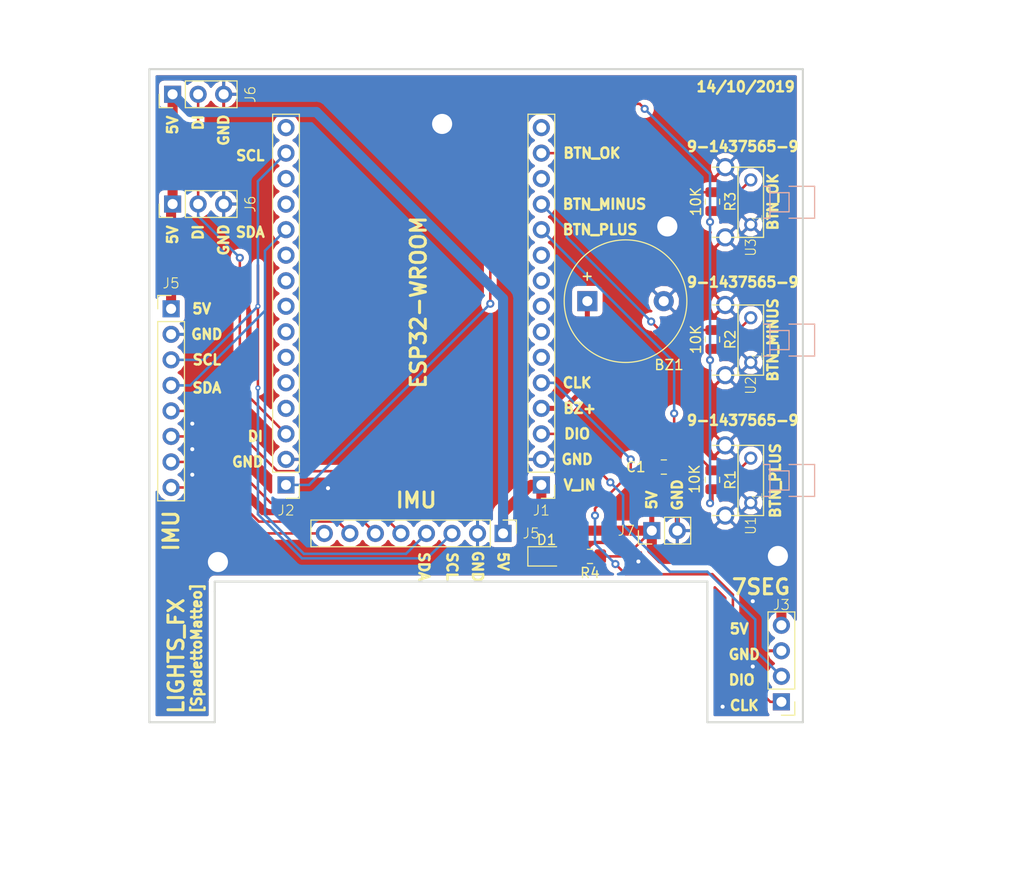
<source format=kicad_pcb>
(kicad_pcb (version 20171130) (host pcbnew 5.0.2+dfsg1-1)

  (general
    (thickness 1.6)
    (drawings 52)
    (tracks 168)
    (zones 0)
    (modules 18)
    (nets 35)
  )

  (page A4)
  (layers
    (0 F.Cu signal)
    (31 B.Cu signal)
    (32 B.Adhes user hide)
    (33 F.Adhes user hide)
    (34 B.Paste user)
    (35 F.Paste user)
    (36 B.SilkS user)
    (37 F.SilkS user)
    (38 B.Mask user)
    (39 F.Mask user)
    (40 Dwgs.User user)
    (41 Cmts.User user hide)
    (42 Eco1.User user hide)
    (43 Eco2.User user hide)
    (44 Edge.Cuts user)
    (45 Margin user)
    (46 B.CrtYd user hide)
    (47 F.CrtYd user)
    (48 B.Fab user)
    (49 F.Fab user)
  )

  (setup
    (last_trace_width 0.25)
    (user_trace_width 0.25)
    (user_trace_width 0.5)
    (user_trace_width 1)
    (user_trace_width 2)
    (trace_clearance 0.2)
    (zone_clearance 0.508)
    (zone_45_only no)
    (trace_min 0.2)
    (segment_width 0.2)
    (edge_width 0.2)
    (via_size 0.5)
    (via_drill 0.25)
    (via_min_size 0.4)
    (via_min_drill 0.25)
    (user_via 0.6 0.5)
    (user_via 0.8 0.7)
    (user_via 1 0.9)
    (user_via 1.2 1.1)
    (user_via 1.6 1.5)
    (user_via 2 1.9)
    (uvia_size 0.3)
    (uvia_drill 0.1)
    (uvias_allowed no)
    (uvia_min_size 0.2)
    (uvia_min_drill 0.1)
    (pcb_text_width 0.3)
    (pcb_text_size 1.5 1.5)
    (mod_edge_width 0.15)
    (mod_text_size 1 1)
    (mod_text_width 0.15)
    (pad_size 1.524 1.524)
    (pad_drill 0.762)
    (pad_to_mask_clearance 0.051)
    (solder_mask_min_width 0.25)
    (aux_axis_origin 0 0)
    (visible_elements FFFFFF7F)
    (pcbplotparams
      (layerselection 0x010fc_ffffffff)
      (usegerberextensions false)
      (usegerberattributes false)
      (usegerberadvancedattributes false)
      (creategerberjobfile false)
      (excludeedgelayer true)
      (linewidth 0.100000)
      (plotframeref false)
      (viasonmask false)
      (mode 1)
      (useauxorigin false)
      (hpglpennumber 1)
      (hpglpenspeed 20)
      (hpglpendiameter 15.000000)
      (psnegative false)
      (psa4output false)
      (plotreference true)
      (plotvalue true)
      (plotinvisibletext false)
      (padsonsilk false)
      (subtractmaskfromsilk false)
      (outputformat 1)
      (mirror false)
      (drillshape 1)
      (scaleselection 1)
      (outputdirectory ""))
  )

  (net 0 "")
  (net 1 "Net-(J1-Pad15)")
  (net 2 /BTN_PLUS)
  (net 3 "Net-(J1-Pad13)")
  (net 4 /BTN_MINUS)
  (net 5 /BTN_OK)
  (net 6 "Net-(J1-Pad10)")
  (net 7 "Net-(J1-Pad9)")
  (net 8 "Net-(J1-Pad8)")
  (net 9 "Net-(J1-Pad7)")
  (net 10 "Net-(J1-Pad6)")
  (net 11 /CLK)
  (net 12 /BUZZER+)
  (net 13 /DIO)
  (net 14 GND)
  (net 15 +5V)
  (net 16 /DI)
  (net 17 "Net-(J2-Pad4)")
  (net 18 "Net-(J2-Pad5)")
  (net 19 "Net-(J2-Pad6)")
  (net 20 "Net-(J2-Pad7)")
  (net 21 "Net-(J2-Pad8)")
  (net 22 "Net-(J2-Pad9)")
  (net 23 "Net-(J2-Pad10)")
  (net 24 /SDA)
  (net 25 "Net-(J2-Pad12)")
  (net 26 "Net-(J2-Pad13)")
  (net 27 /SCL)
  (net 28 "Net-(J2-Pad15)")
  (net 29 "Net-(J5-Pad5)")
  (net 30 "Net-(J5-Pad6)")
  (net 31 "Net-(J5-Pad7)")
  (net 32 "Net-(J5-Pad8)")
  (net 33 +3V3)
  (net 34 "Net-(D1-Pad2)")

  (net_class Default "This is the default net class."
    (clearance 0.2)
    (trace_width 0.25)
    (via_dia 0.5)
    (via_drill 0.25)
    (uvia_dia 0.3)
    (uvia_drill 0.1)
    (add_net +3V3)
    (add_net +5V)
    (add_net /BTN_MINUS)
    (add_net /BTN_OK)
    (add_net /BTN_PLUS)
    (add_net /BUZZER+)
    (add_net /CLK)
    (add_net /DI)
    (add_net /DIO)
    (add_net /SCL)
    (add_net /SDA)
    (add_net GND)
    (add_net "Net-(D1-Pad2)")
    (add_net "Net-(J1-Pad10)")
    (add_net "Net-(J1-Pad13)")
    (add_net "Net-(J1-Pad15)")
    (add_net "Net-(J1-Pad6)")
    (add_net "Net-(J1-Pad7)")
    (add_net "Net-(J1-Pad8)")
    (add_net "Net-(J1-Pad9)")
    (add_net "Net-(J2-Pad10)")
    (add_net "Net-(J2-Pad12)")
    (add_net "Net-(J2-Pad13)")
    (add_net "Net-(J2-Pad15)")
    (add_net "Net-(J2-Pad4)")
    (add_net "Net-(J2-Pad5)")
    (add_net "Net-(J2-Pad6)")
    (add_net "Net-(J2-Pad7)")
    (add_net "Net-(J2-Pad8)")
    (add_net "Net-(J2-Pad9)")
    (add_net "Net-(J5-Pad5)")
    (add_net "Net-(J5-Pad6)")
    (add_net "Net-(J5-Pad7)")
    (add_net "Net-(J5-Pad8)")
  )

  (module Connector_PinHeader_2.54mm:PinHeader_1x08_P2.54mm_Vertical (layer F.Cu) (tedit 5DA3A84E) (tstamp 5DB22070)
    (at 153.162 111.252 270)
    (descr "Through hole straight pin header, 1x08, 2.54mm pitch, single row")
    (tags "Through hole pin header THT 1x08 2.54mm single row")
    (path /5DA1FA67)
    (fp_text reference J5 (at 0 -2.794) (layer F.SilkS)
      (effects (font (size 1 1) (thickness 0.1)))
    )
    (fp_text value Conn_01x08_Female_IMU (at 0 20.11 270) (layer F.Fab) hide
      (effects (font (size 1 1) (thickness 0.15)))
    )
    (fp_text user %R (at 0 8.89) (layer F.Fab)
      (effects (font (size 1 1) (thickness 0.15)))
    )
    (fp_line (start 1.8 -1.8) (end -1.8 -1.8) (layer F.CrtYd) (width 0.05))
    (fp_line (start 1.8 19.55) (end 1.8 -1.8) (layer F.CrtYd) (width 0.05))
    (fp_line (start -1.8 19.55) (end 1.8 19.55) (layer F.CrtYd) (width 0.05))
    (fp_line (start -1.8 -1.8) (end -1.8 19.55) (layer F.CrtYd) (width 0.05))
    (fp_line (start -1.33 -1.33) (end 0 -1.33) (layer F.SilkS) (width 0.12))
    (fp_line (start -1.33 0) (end -1.33 -1.33) (layer F.SilkS) (width 0.12))
    (fp_line (start -1.33 1.27) (end 1.33 1.27) (layer F.SilkS) (width 0.12))
    (fp_line (start 1.33 1.27) (end 1.33 19.11) (layer F.SilkS) (width 0.12))
    (fp_line (start -1.33 1.27) (end -1.33 19.11) (layer F.SilkS) (width 0.12))
    (fp_line (start -1.33 19.11) (end 1.33 19.11) (layer F.SilkS) (width 0.12))
    (fp_line (start -1.27 -0.635) (end -0.635 -1.27) (layer F.Fab) (width 0.1))
    (fp_line (start -1.27 19.05) (end -1.27 -0.635) (layer F.Fab) (width 0.1))
    (fp_line (start 1.27 19.05) (end -1.27 19.05) (layer F.Fab) (width 0.1))
    (fp_line (start 1.27 -1.27) (end 1.27 19.05) (layer F.Fab) (width 0.1))
    (fp_line (start -0.635 -1.27) (end 1.27 -1.27) (layer F.Fab) (width 0.1))
    (pad 8 thru_hole oval (at 0 17.78 270) (size 1.7 1.7) (drill 1) (layers *.Cu *.Mask)
      (net 32 "Net-(J5-Pad8)"))
    (pad 7 thru_hole oval (at 0 15.24 270) (size 1.7 1.7) (drill 1) (layers *.Cu *.Mask)
      (net 31 "Net-(J5-Pad7)"))
    (pad 6 thru_hole oval (at 0 12.7 270) (size 1.7 1.7) (drill 1) (layers *.Cu *.Mask)
      (net 30 "Net-(J5-Pad6)"))
    (pad 5 thru_hole oval (at 0 10.16 270) (size 1.7 1.7) (drill 1) (layers *.Cu *.Mask)
      (net 29 "Net-(J5-Pad5)"))
    (pad 4 thru_hole oval (at 0 7.62 270) (size 1.7 1.7) (drill 1) (layers *.Cu *.Mask)
      (net 24 /SDA))
    (pad 3 thru_hole oval (at 0 5.08 270) (size 1.7 1.7) (drill 1) (layers *.Cu *.Mask)
      (net 27 /SCL))
    (pad 2 thru_hole oval (at 0 2.54 270) (size 1.7 1.7) (drill 1) (layers *.Cu *.Mask)
      (net 14 GND))
    (pad 1 thru_hole rect (at 0 0 270) (size 1.7 1.7) (drill 1) (layers *.Cu *.Mask)
      (net 15 +5V))
    (model ${KISYS3DMOD}/Connector_PinHeader_2.54mm.3dshapes/PinHeader_1x08_P2.54mm_Vertical.wrl
      (at (xyz 0 0 0))
      (scale (xyz 1 1 1))
      (rotate (xyz 0 0 0))
    )
  )

  (module Connector_PinHeader_2.54mm:PinHeader_1x03_P2.54mm_Vertical (layer F.Cu) (tedit 5DA3A830) (tstamp 5DB2203E)
    (at 120.292399 67.549505 90)
    (descr "Through hole straight pin header, 1x03, 2.54mm pitch, single row")
    (tags "Through hole pin header THT 1x03 2.54mm single row")
    (path /5DA25A9E)
    (fp_text reference J6 (at -0.014495 7.723601 90) (layer F.SilkS)
      (effects (font (size 1 1) (thickness 0.1)))
    )
    (fp_text value Conn_01x03_Female_Pixel (at 0 7.41 90) (layer F.Fab) hide
      (effects (font (size 1 1) (thickness 0.15)))
    )
    (fp_text user %R (at 0 2.54 180) (layer F.Fab)
      (effects (font (size 1 1) (thickness 0.15)))
    )
    (fp_line (start 1.8 -1.8) (end -1.8 -1.8) (layer F.CrtYd) (width 0.05))
    (fp_line (start 1.8 6.85) (end 1.8 -1.8) (layer F.CrtYd) (width 0.05))
    (fp_line (start -1.8 6.85) (end 1.8 6.85) (layer F.CrtYd) (width 0.05))
    (fp_line (start -1.8 -1.8) (end -1.8 6.85) (layer F.CrtYd) (width 0.05))
    (fp_line (start -1.33 -1.33) (end 0 -1.33) (layer F.SilkS) (width 0.12))
    (fp_line (start -1.33 0) (end -1.33 -1.33) (layer F.SilkS) (width 0.12))
    (fp_line (start -1.33 1.27) (end 1.33 1.27) (layer F.SilkS) (width 0.12))
    (fp_line (start 1.33 1.27) (end 1.33 6.41) (layer F.SilkS) (width 0.12))
    (fp_line (start -1.33 1.27) (end -1.33 6.41) (layer F.SilkS) (width 0.12))
    (fp_line (start -1.33 6.41) (end 1.33 6.41) (layer F.SilkS) (width 0.12))
    (fp_line (start -1.27 -0.635) (end -0.635 -1.27) (layer F.Fab) (width 0.1))
    (fp_line (start -1.27 6.35) (end -1.27 -0.635) (layer F.Fab) (width 0.1))
    (fp_line (start 1.27 6.35) (end -1.27 6.35) (layer F.Fab) (width 0.1))
    (fp_line (start 1.27 -1.27) (end 1.27 6.35) (layer F.Fab) (width 0.1))
    (fp_line (start -0.635 -1.27) (end 1.27 -1.27) (layer F.Fab) (width 0.1))
    (pad 3 thru_hole oval (at 0 5.08 90) (size 1.7 1.7) (drill 1) (layers *.Cu *.Mask)
      (net 14 GND))
    (pad 2 thru_hole oval (at 0 2.54 90) (size 1.7 1.7) (drill 1) (layers *.Cu *.Mask)
      (net 16 /DI))
    (pad 1 thru_hole rect (at 0 0 90) (size 1.7 1.7) (drill 1) (layers *.Cu *.Mask)
      (net 15 +5V))
    (model ${KISYS3DMOD}/Connector_PinHeader_2.54mm.3dshapes/PinHeader_1x03_P2.54mm_Vertical.wrl
      (at (xyz 0 0 0))
      (scale (xyz 1 1 1))
      (rotate (xyz 0 0 0))
    )
  )

  (module Connector_PinHeader_2.54mm:PinHeader_1x15_P2.54mm_Vertical (layer F.Cu) (tedit 5DA3A843) (tstamp 5DBEBCD6)
    (at 156.972 106.426 180)
    (descr "Through hole straight pin header, 1x15, 2.54mm pitch, single row")
    (tags "Through hole pin header THT 1x15 2.54mm single row")
    (path /5DA43BA6)
    (fp_text reference J1 (at 0 -2.54 180) (layer F.SilkS)
      (effects (font (size 1 1) (thickness 0.1)))
    )
    (fp_text value Conn_01x15_Female_ESP32 (at 0 37.89 180) (layer F.Fab) hide
      (effects (font (size 1 1) (thickness 0.15)))
    )
    (fp_text user %R (at 0 17.78 270) (layer F.Fab)
      (effects (font (size 1 1) (thickness 0.15)))
    )
    (fp_line (start 1.8 -1.8) (end -1.8 -1.8) (layer F.CrtYd) (width 0.05))
    (fp_line (start 1.8 37.35) (end 1.8 -1.8) (layer F.CrtYd) (width 0.05))
    (fp_line (start -1.8 37.35) (end 1.8 37.35) (layer F.CrtYd) (width 0.05))
    (fp_line (start -1.8 -1.8) (end -1.8 37.35) (layer F.CrtYd) (width 0.05))
    (fp_line (start -1.33 -1.33) (end 0 -1.33) (layer F.SilkS) (width 0.12))
    (fp_line (start -1.33 0) (end -1.33 -1.33) (layer F.SilkS) (width 0.12))
    (fp_line (start -1.33 1.27) (end 1.33 1.27) (layer F.SilkS) (width 0.12))
    (fp_line (start 1.33 1.27) (end 1.33 36.89) (layer F.SilkS) (width 0.12))
    (fp_line (start -1.33 1.27) (end -1.33 36.89) (layer F.SilkS) (width 0.12))
    (fp_line (start -1.33 36.89) (end 1.33 36.89) (layer F.SilkS) (width 0.12))
    (fp_line (start -1.27 -0.635) (end -0.635 -1.27) (layer F.Fab) (width 0.1))
    (fp_line (start -1.27 36.83) (end -1.27 -0.635) (layer F.Fab) (width 0.1))
    (fp_line (start 1.27 36.83) (end -1.27 36.83) (layer F.Fab) (width 0.1))
    (fp_line (start 1.27 -1.27) (end 1.27 36.83) (layer F.Fab) (width 0.1))
    (fp_line (start -0.635 -1.27) (end 1.27 -1.27) (layer F.Fab) (width 0.1))
    (pad 15 thru_hole oval (at 0 35.56 180) (size 1.7 1.7) (drill 1) (layers *.Cu *.Mask)
      (net 1 "Net-(J1-Pad15)"))
    (pad 14 thru_hole oval (at 0 33.02 180) (size 1.7 1.7) (drill 1) (layers *.Cu *.Mask)
      (net 2 /BTN_PLUS))
    (pad 13 thru_hole oval (at 0 30.48 180) (size 1.7 1.7) (drill 1) (layers *.Cu *.Mask)
      (net 3 "Net-(J1-Pad13)"))
    (pad 12 thru_hole oval (at 0 27.94 180) (size 1.7 1.7) (drill 1) (layers *.Cu *.Mask)
      (net 4 /BTN_MINUS))
    (pad 11 thru_hole oval (at 0 25.4 180) (size 1.7 1.7) (drill 1) (layers *.Cu *.Mask)
      (net 5 /BTN_OK))
    (pad 10 thru_hole oval (at 0 22.86 180) (size 1.7 1.7) (drill 1) (layers *.Cu *.Mask)
      (net 6 "Net-(J1-Pad10)"))
    (pad 9 thru_hole oval (at 0 20.32 180) (size 1.7 1.7) (drill 1) (layers *.Cu *.Mask)
      (net 7 "Net-(J1-Pad9)"))
    (pad 8 thru_hole oval (at 0 17.78 180) (size 1.7 1.7) (drill 1) (layers *.Cu *.Mask)
      (net 8 "Net-(J1-Pad8)"))
    (pad 7 thru_hole oval (at 0 15.24 180) (size 1.7 1.7) (drill 1) (layers *.Cu *.Mask)
      (net 9 "Net-(J1-Pad7)"))
    (pad 6 thru_hole oval (at 0 12.7 180) (size 1.7 1.7) (drill 1) (layers *.Cu *.Mask)
      (net 10 "Net-(J1-Pad6)"))
    (pad 5 thru_hole oval (at 0 10.16 180) (size 1.7 1.7) (drill 1) (layers *.Cu *.Mask)
      (net 11 /CLK))
    (pad 4 thru_hole oval (at 0 7.62 180) (size 1.7 1.7) (drill 1) (layers *.Cu *.Mask)
      (net 12 /BUZZER+))
    (pad 3 thru_hole oval (at 0 5.08 180) (size 1.7 1.7) (drill 1) (layers *.Cu *.Mask)
      (net 13 /DIO))
    (pad 2 thru_hole oval (at 0 2.54 180) (size 1.7 1.7) (drill 1) (layers *.Cu *.Mask)
      (net 14 GND))
    (pad 1 thru_hole rect (at 0 0 180) (size 1.7 1.7) (drill 1) (layers *.Cu *.Mask)
      (net 15 +5V))
    (model ${KISYS3DMOD}/Connector_PinHeader_2.54mm.3dshapes/PinHeader_1x15_P2.54mm_Vertical.wrl
      (at (xyz 0 0 0))
      (scale (xyz 1 1 1))
      (rotate (xyz 0 0 0))
    )
  )

  (module Connector_PinHeader_2.54mm:PinHeader_1x15_P2.54mm_Vertical (layer F.Cu) (tedit 5DA3A83A) (tstamp 5DBEBCF9)
    (at 131.572 106.426 180)
    (descr "Through hole straight pin header, 1x15, 2.54mm pitch, single row")
    (tags "Through hole pin header THT 1x15 2.54mm single row")
    (path /5DA3DE12)
    (fp_text reference J2 (at 0 -2.54 180) (layer F.SilkS)
      (effects (font (size 1 1) (thickness 0.1)))
    )
    (fp_text value Conn_01x15_Female_ESP32 (at 0 37.89 180) (layer F.Fab) hide
      (effects (font (size 1 1) (thickness 0.15)))
    )
    (fp_line (start -0.635 -1.27) (end 1.27 -1.27) (layer F.Fab) (width 0.1))
    (fp_line (start 1.27 -1.27) (end 1.27 36.83) (layer F.Fab) (width 0.1))
    (fp_line (start 1.27 36.83) (end -1.27 36.83) (layer F.Fab) (width 0.1))
    (fp_line (start -1.27 36.83) (end -1.27 -0.635) (layer F.Fab) (width 0.1))
    (fp_line (start -1.27 -0.635) (end -0.635 -1.27) (layer F.Fab) (width 0.1))
    (fp_line (start -1.33 36.89) (end 1.33 36.89) (layer F.SilkS) (width 0.12))
    (fp_line (start -1.33 1.27) (end -1.33 36.89) (layer F.SilkS) (width 0.12))
    (fp_line (start 1.33 1.27) (end 1.33 36.89) (layer F.SilkS) (width 0.12))
    (fp_line (start -1.33 1.27) (end 1.33 1.27) (layer F.SilkS) (width 0.12))
    (fp_line (start -1.33 0) (end -1.33 -1.33) (layer F.SilkS) (width 0.12))
    (fp_line (start -1.33 -1.33) (end 0 -1.33) (layer F.SilkS) (width 0.12))
    (fp_line (start -1.8 -1.8) (end -1.8 37.35) (layer F.CrtYd) (width 0.05))
    (fp_line (start -1.8 37.35) (end 1.8 37.35) (layer F.CrtYd) (width 0.05))
    (fp_line (start 1.8 37.35) (end 1.8 -1.8) (layer F.CrtYd) (width 0.05))
    (fp_line (start 1.8 -1.8) (end -1.8 -1.8) (layer F.CrtYd) (width 0.05))
    (fp_text user %R (at 0 17.78 270) (layer F.Fab)
      (effects (font (size 1 1) (thickness 0.15)))
    )
    (pad 1 thru_hole rect (at 0 0 180) (size 1.7 1.7) (drill 1) (layers *.Cu *.Mask)
      (net 33 +3V3))
    (pad 2 thru_hole oval (at 0 2.54 180) (size 1.7 1.7) (drill 1) (layers *.Cu *.Mask)
      (net 14 GND))
    (pad 3 thru_hole oval (at 0 5.08 180) (size 1.7 1.7) (drill 1) (layers *.Cu *.Mask)
      (net 16 /DI))
    (pad 4 thru_hole oval (at 0 7.62 180) (size 1.7 1.7) (drill 1) (layers *.Cu *.Mask)
      (net 17 "Net-(J2-Pad4)"))
    (pad 5 thru_hole oval (at 0 10.16 180) (size 1.7 1.7) (drill 1) (layers *.Cu *.Mask)
      (net 18 "Net-(J2-Pad5)"))
    (pad 6 thru_hole oval (at 0 12.7 180) (size 1.7 1.7) (drill 1) (layers *.Cu *.Mask)
      (net 19 "Net-(J2-Pad6)"))
    (pad 7 thru_hole oval (at 0 15.24 180) (size 1.7 1.7) (drill 1) (layers *.Cu *.Mask)
      (net 20 "Net-(J2-Pad7)"))
    (pad 8 thru_hole oval (at 0 17.78 180) (size 1.7 1.7) (drill 1) (layers *.Cu *.Mask)
      (net 21 "Net-(J2-Pad8)"))
    (pad 9 thru_hole oval (at 0 20.32 180) (size 1.7 1.7) (drill 1) (layers *.Cu *.Mask)
      (net 22 "Net-(J2-Pad9)"))
    (pad 10 thru_hole oval (at 0 22.86 180) (size 1.7 1.7) (drill 1) (layers *.Cu *.Mask)
      (net 23 "Net-(J2-Pad10)"))
    (pad 11 thru_hole oval (at 0 25.4 180) (size 1.7 1.7) (drill 1) (layers *.Cu *.Mask)
      (net 24 /SDA))
    (pad 12 thru_hole oval (at 0 27.94 180) (size 1.7 1.7) (drill 1) (layers *.Cu *.Mask)
      (net 25 "Net-(J2-Pad12)"))
    (pad 13 thru_hole oval (at 0 30.48 180) (size 1.7 1.7) (drill 1) (layers *.Cu *.Mask)
      (net 26 "Net-(J2-Pad13)"))
    (pad 14 thru_hole oval (at 0 33.02 180) (size 1.7 1.7) (drill 1) (layers *.Cu *.Mask)
      (net 27 /SCL))
    (pad 15 thru_hole oval (at 0 35.56 180) (size 1.7 1.7) (drill 1) (layers *.Cu *.Mask)
      (net 28 "Net-(J2-Pad15)"))
    (model ${KISYS3DMOD}/Connector_PinHeader_2.54mm.3dshapes/PinHeader_1x15_P2.54mm_Vertical.wrl
      (at (xyz 0 0 0))
      (scale (xyz 1 1 1))
      (rotate (xyz 0 0 0))
    )
  )

  (module Connector_PinHeader_2.54mm:PinHeader_1x04_P2.54mm_Vertical (layer F.Cu) (tedit 5DA3A85D) (tstamp 5DBEBD11)
    (at 180.848 128.016 180)
    (descr "Through hole straight pin header, 1x04, 2.54mm pitch, single row")
    (tags "Through hole pin header THT 1x04 2.54mm single row")
    (path /5DA1F715)
    (fp_text reference J3 (at 0 9.652 180) (layer F.SilkS)
      (effects (font (size 1 1) (thickness 0.1)))
    )
    (fp_text value Conn_01x04_Female_7seg4d (at 0 9.95 180) (layer F.Fab) hide
      (effects (font (size 1 1) (thickness 0.15)))
    )
    (fp_line (start -0.635 -1.27) (end 1.27 -1.27) (layer F.Fab) (width 0.1))
    (fp_line (start 1.27 -1.27) (end 1.27 8.89) (layer F.Fab) (width 0.1))
    (fp_line (start 1.27 8.89) (end -1.27 8.89) (layer F.Fab) (width 0.1))
    (fp_line (start -1.27 8.89) (end -1.27 -0.635) (layer F.Fab) (width 0.1))
    (fp_line (start -1.27 -0.635) (end -0.635 -1.27) (layer F.Fab) (width 0.1))
    (fp_line (start -1.33 8.95) (end 1.33 8.95) (layer F.SilkS) (width 0.12))
    (fp_line (start -1.33 1.27) (end -1.33 8.95) (layer F.SilkS) (width 0.12))
    (fp_line (start 1.33 1.27) (end 1.33 8.95) (layer F.SilkS) (width 0.12))
    (fp_line (start -1.33 1.27) (end 1.33 1.27) (layer F.SilkS) (width 0.12))
    (fp_line (start -1.33 0) (end -1.33 -1.33) (layer F.SilkS) (width 0.12))
    (fp_line (start -1.33 -1.33) (end 0 -1.33) (layer F.SilkS) (width 0.12))
    (fp_line (start -1.8 -1.8) (end -1.8 9.4) (layer F.CrtYd) (width 0.05))
    (fp_line (start -1.8 9.4) (end 1.8 9.4) (layer F.CrtYd) (width 0.05))
    (fp_line (start 1.8 9.4) (end 1.8 -1.8) (layer F.CrtYd) (width 0.05))
    (fp_line (start 1.8 -1.8) (end -1.8 -1.8) (layer F.CrtYd) (width 0.05))
    (fp_text user %R (at 0 3.81 -90) (layer F.Fab)
      (effects (font (size 1 1) (thickness 0.15)))
    )
    (pad 1 thru_hole rect (at 0 0 180) (size 1.7 1.7) (drill 1) (layers *.Cu *.Mask)
      (net 11 /CLK))
    (pad 2 thru_hole oval (at 0 2.54 180) (size 1.7 1.7) (drill 1) (layers *.Cu *.Mask)
      (net 13 /DIO))
    (pad 3 thru_hole oval (at 0 5.08 180) (size 1.7 1.7) (drill 1) (layers *.Cu *.Mask)
      (net 14 GND))
    (pad 4 thru_hole oval (at 0 7.62 180) (size 1.7 1.7) (drill 1) (layers *.Cu *.Mask)
      (net 15 +5V))
    (model ${KISYS3DMOD}/Connector_PinHeader_2.54mm.3dshapes/PinHeader_1x04_P2.54mm_Vertical.wrl
      (at (xyz 0 0 0))
      (scale (xyz 1 1 1))
      (rotate (xyz 0 0 0))
    )
  )

  (module Connector_PinHeader_2.54mm:PinHeader_1x08_P2.54mm_Vertical (layer F.Cu) (tedit 5DA3A84E) (tstamp 5DBEBD43)
    (at 120.142 88.9)
    (descr "Through hole straight pin header, 1x08, 2.54mm pitch, single row")
    (tags "Through hole pin header THT 1x08 2.54mm single row")
    (path /5DA1FA67)
    (fp_text reference J5 (at 0 -2.54) (layer F.SilkS)
      (effects (font (size 1 1) (thickness 0.1)))
    )
    (fp_text value Conn_01x08_Female_IMU (at 0 20.11) (layer F.Fab) hide
      (effects (font (size 1 1) (thickness 0.15)))
    )
    (fp_line (start -0.635 -1.27) (end 1.27 -1.27) (layer F.Fab) (width 0.1))
    (fp_line (start 1.27 -1.27) (end 1.27 19.05) (layer F.Fab) (width 0.1))
    (fp_line (start 1.27 19.05) (end -1.27 19.05) (layer F.Fab) (width 0.1))
    (fp_line (start -1.27 19.05) (end -1.27 -0.635) (layer F.Fab) (width 0.1))
    (fp_line (start -1.27 -0.635) (end -0.635 -1.27) (layer F.Fab) (width 0.1))
    (fp_line (start -1.33 19.11) (end 1.33 19.11) (layer F.SilkS) (width 0.12))
    (fp_line (start -1.33 1.27) (end -1.33 19.11) (layer F.SilkS) (width 0.12))
    (fp_line (start 1.33 1.27) (end 1.33 19.11) (layer F.SilkS) (width 0.12))
    (fp_line (start -1.33 1.27) (end 1.33 1.27) (layer F.SilkS) (width 0.12))
    (fp_line (start -1.33 0) (end -1.33 -1.33) (layer F.SilkS) (width 0.12))
    (fp_line (start -1.33 -1.33) (end 0 -1.33) (layer F.SilkS) (width 0.12))
    (fp_line (start -1.8 -1.8) (end -1.8 19.55) (layer F.CrtYd) (width 0.05))
    (fp_line (start -1.8 19.55) (end 1.8 19.55) (layer F.CrtYd) (width 0.05))
    (fp_line (start 1.8 19.55) (end 1.8 -1.8) (layer F.CrtYd) (width 0.05))
    (fp_line (start 1.8 -1.8) (end -1.8 -1.8) (layer F.CrtYd) (width 0.05))
    (fp_text user %R (at 0 8.89 90) (layer F.Fab)
      (effects (font (size 1 1) (thickness 0.15)))
    )
    (pad 1 thru_hole rect (at 0 0) (size 1.7 1.7) (drill 1) (layers *.Cu *.Mask)
      (net 15 +5V))
    (pad 2 thru_hole oval (at 0 2.54) (size 1.7 1.7) (drill 1) (layers *.Cu *.Mask)
      (net 14 GND))
    (pad 3 thru_hole oval (at 0 5.08) (size 1.7 1.7) (drill 1) (layers *.Cu *.Mask)
      (net 27 /SCL))
    (pad 4 thru_hole oval (at 0 7.62) (size 1.7 1.7) (drill 1) (layers *.Cu *.Mask)
      (net 24 /SDA))
    (pad 5 thru_hole oval (at 0 10.16) (size 1.7 1.7) (drill 1) (layers *.Cu *.Mask)
      (net 29 "Net-(J5-Pad5)"))
    (pad 6 thru_hole oval (at 0 12.7) (size 1.7 1.7) (drill 1) (layers *.Cu *.Mask)
      (net 30 "Net-(J5-Pad6)"))
    (pad 7 thru_hole oval (at 0 15.24) (size 1.7 1.7) (drill 1) (layers *.Cu *.Mask)
      (net 31 "Net-(J5-Pad7)"))
    (pad 8 thru_hole oval (at 0 17.78) (size 1.7 1.7) (drill 1) (layers *.Cu *.Mask)
      (net 32 "Net-(J5-Pad8)"))
    (model ${KISYS3DMOD}/Connector_PinHeader_2.54mm.3dshapes/PinHeader_1x08_P2.54mm_Vertical.wrl
      (at (xyz 0 0 0))
      (scale (xyz 1 1 1))
      (rotate (xyz 0 0 0))
    )
  )

  (module Connector_PinHeader_2.54mm:PinHeader_1x03_P2.54mm_Vertical (layer F.Cu) (tedit 5DA3A830) (tstamp 5DBEBD5A)
    (at 120.292399 78.471505 90)
    (descr "Through hole straight pin header, 1x03, 2.54mm pitch, single row")
    (tags "Through hole pin header THT 1x03 2.54mm single row")
    (path /5DA25A9E)
    (fp_text reference J6 (at -0.014495 7.723601 90) (layer F.SilkS)
      (effects (font (size 1 1) (thickness 0.1)))
    )
    (fp_text value Conn_01x03_Female_Pixel (at 0 7.41 90) (layer F.Fab) hide
      (effects (font (size 1 1) (thickness 0.15)))
    )
    (fp_line (start -0.635 -1.27) (end 1.27 -1.27) (layer F.Fab) (width 0.1))
    (fp_line (start 1.27 -1.27) (end 1.27 6.35) (layer F.Fab) (width 0.1))
    (fp_line (start 1.27 6.35) (end -1.27 6.35) (layer F.Fab) (width 0.1))
    (fp_line (start -1.27 6.35) (end -1.27 -0.635) (layer F.Fab) (width 0.1))
    (fp_line (start -1.27 -0.635) (end -0.635 -1.27) (layer F.Fab) (width 0.1))
    (fp_line (start -1.33 6.41) (end 1.33 6.41) (layer F.SilkS) (width 0.12))
    (fp_line (start -1.33 1.27) (end -1.33 6.41) (layer F.SilkS) (width 0.12))
    (fp_line (start 1.33 1.27) (end 1.33 6.41) (layer F.SilkS) (width 0.12))
    (fp_line (start -1.33 1.27) (end 1.33 1.27) (layer F.SilkS) (width 0.12))
    (fp_line (start -1.33 0) (end -1.33 -1.33) (layer F.SilkS) (width 0.12))
    (fp_line (start -1.33 -1.33) (end 0 -1.33) (layer F.SilkS) (width 0.12))
    (fp_line (start -1.8 -1.8) (end -1.8 6.85) (layer F.CrtYd) (width 0.05))
    (fp_line (start -1.8 6.85) (end 1.8 6.85) (layer F.CrtYd) (width 0.05))
    (fp_line (start 1.8 6.85) (end 1.8 -1.8) (layer F.CrtYd) (width 0.05))
    (fp_line (start 1.8 -1.8) (end -1.8 -1.8) (layer F.CrtYd) (width 0.05))
    (fp_text user %R (at 0 2.54 180) (layer F.Fab)
      (effects (font (size 1 1) (thickness 0.15)))
    )
    (pad 1 thru_hole rect (at 0 0 90) (size 1.7 1.7) (drill 1) (layers *.Cu *.Mask)
      (net 15 +5V))
    (pad 2 thru_hole oval (at 0 2.54 90) (size 1.7 1.7) (drill 1) (layers *.Cu *.Mask)
      (net 16 /DI))
    (pad 3 thru_hole oval (at 0 5.08 90) (size 1.7 1.7) (drill 1) (layers *.Cu *.Mask)
      (net 14 GND))
    (model ${KISYS3DMOD}/Connector_PinHeader_2.54mm.3dshapes/PinHeader_1x03_P2.54mm_Vertical.wrl
      (at (xyz 0 0 0))
      (scale (xyz 1 1 1))
      (rotate (xyz 0 0 0))
    )
  )

  (module Connector_PinHeader_2.54mm:PinHeader_1x02_P2.54mm_Vertical (layer F.Cu) (tedit 5DA3A835) (tstamp 5DBEBD70)
    (at 167.954541 110.976657 90)
    (descr "Through hole straight pin header, 1x02, 2.54mm pitch, single row")
    (tags "Through hole pin header THT 1x02 2.54mm single row")
    (path /5DA3297F)
    (fp_text reference J7 (at 0 -2.54 180) (layer F.SilkS)
      (effects (font (size 1 1) (thickness 0.1)))
    )
    (fp_text value Conn_01x02_Female_PW (at 0 4.87 90) (layer F.Fab) hide
      (effects (font (size 1 1) (thickness 0.15)))
    )
    (fp_text user %R (at 0 1.27 180) (layer F.Fab)
      (effects (font (size 1 1) (thickness 0.15)))
    )
    (fp_line (start 1.8 -1.8) (end -1.8 -1.8) (layer F.CrtYd) (width 0.05))
    (fp_line (start 1.8 4.35) (end 1.8 -1.8) (layer F.CrtYd) (width 0.05))
    (fp_line (start -1.8 4.35) (end 1.8 4.35) (layer F.CrtYd) (width 0.05))
    (fp_line (start -1.8 -1.8) (end -1.8 4.35) (layer F.CrtYd) (width 0.05))
    (fp_line (start -1.33 -1.33) (end 0 -1.33) (layer F.SilkS) (width 0.12))
    (fp_line (start -1.33 0) (end -1.33 -1.33) (layer F.SilkS) (width 0.12))
    (fp_line (start -1.33 1.27) (end 1.33 1.27) (layer F.SilkS) (width 0.12))
    (fp_line (start 1.33 1.27) (end 1.33 3.87) (layer F.SilkS) (width 0.12))
    (fp_line (start -1.33 1.27) (end -1.33 3.87) (layer F.SilkS) (width 0.12))
    (fp_line (start -1.33 3.87) (end 1.33 3.87) (layer F.SilkS) (width 0.12))
    (fp_line (start -1.27 -0.635) (end -0.635 -1.27) (layer F.Fab) (width 0.1))
    (fp_line (start -1.27 3.81) (end -1.27 -0.635) (layer F.Fab) (width 0.1))
    (fp_line (start 1.27 3.81) (end -1.27 3.81) (layer F.Fab) (width 0.1))
    (fp_line (start 1.27 -1.27) (end 1.27 3.81) (layer F.Fab) (width 0.1))
    (fp_line (start -0.635 -1.27) (end 1.27 -1.27) (layer F.Fab) (width 0.1))
    (pad 2 thru_hole oval (at 0 2.54 90) (size 1.7 1.7) (drill 1) (layers *.Cu *.Mask)
      (net 14 GND))
    (pad 1 thru_hole rect (at 0 0 90) (size 1.7 1.7) (drill 1) (layers *.Cu *.Mask)
      (net 15 +5V))
    (model ${KISYS3DMOD}/Connector_PinHeader_2.54mm.3dshapes/PinHeader_1x02_P2.54mm_Vertical.wrl
      (at (xyz 0 0 0))
      (scale (xyz 1 1 1))
      (rotate (xyz 0 0 0))
    )
  )

  (module Resistor_SMD:R_0805_2012Metric (layer F.Cu) (tedit 5DA3A7A6) (tstamp 5DBEBD81)
    (at 173.99 105.918 270)
    (descr "Resistor SMD 0805 (2012 Metric), square (rectangular) end terminal, IPC_7351 nominal, (Body size source: https://docs.google.com/spreadsheets/d/1BsfQQcO9C6DZCsRaXUlFlo91Tg2WpOkGARC1WS5S8t0/edit?usp=sharing), generated with kicad-footprint-generator")
    (tags resistor)
    (path /5DA1E922)
    (attr smd)
    (fp_text reference R1 (at 0 -1.778 270) (layer F.SilkS)
      (effects (font (size 1 1) (thickness 0.15)))
    )
    (fp_text value 10K (at -0.0785 1.778 270) (layer F.SilkS)
      (effects (font (size 1 1) (thickness 0.15)))
    )
    (fp_line (start -1 0.6) (end -1 -0.6) (layer F.Fab) (width 0.1))
    (fp_line (start -1 -0.6) (end 1 -0.6) (layer F.Fab) (width 0.1))
    (fp_line (start 1 -0.6) (end 1 0.6) (layer F.Fab) (width 0.1))
    (fp_line (start 1 0.6) (end -1 0.6) (layer F.Fab) (width 0.1))
    (fp_line (start -0.258578 -0.71) (end 0.258578 -0.71) (layer F.SilkS) (width 0.12))
    (fp_line (start -0.258578 0.71) (end 0.258578 0.71) (layer F.SilkS) (width 0.12))
    (fp_line (start -1.68 0.95) (end -1.68 -0.95) (layer F.CrtYd) (width 0.05))
    (fp_line (start -1.68 -0.95) (end 1.68 -0.95) (layer F.CrtYd) (width 0.05))
    (fp_line (start 1.68 -0.95) (end 1.68 0.95) (layer F.CrtYd) (width 0.05))
    (fp_line (start 1.68 0.95) (end -1.68 0.95) (layer F.CrtYd) (width 0.05))
    (fp_text user %R (at 0 0 270) (layer F.Fab)
      (effects (font (size 0.5 0.5) (thickness 0.08)))
    )
    (pad 1 smd roundrect (at -0.9375 0 270) (size 0.975 1.4) (layers F.Cu F.Paste F.Mask) (roundrect_rratio 0.25)
      (net 5 /BTN_OK))
    (pad 2 smd roundrect (at 0.9375 0 270) (size 0.975 1.4) (layers F.Cu F.Paste F.Mask) (roundrect_rratio 0.25)
      (net 33 +3V3))
    (model ${KISYS3DMOD}/Resistor_SMD.3dshapes/R_0805_2012Metric.wrl
      (at (xyz 0 0 0))
      (scale (xyz 1 1 1))
      (rotate (xyz 0 0 0))
    )
  )

  (module Resistor_SMD:R_0805_2012Metric (layer F.Cu) (tedit 5DA3A7B2) (tstamp 5DBEBD92)
    (at 173.99 91.948 270)
    (descr "Resistor SMD 0805 (2012 Metric), square (rectangular) end terminal, IPC_7351 nominal, (Body size source: https://docs.google.com/spreadsheets/d/1BsfQQcO9C6DZCsRaXUlFlo91Tg2WpOkGARC1WS5S8t0/edit?usp=sharing), generated with kicad-footprint-generator")
    (tags resistor)
    (path /5DA1EA40)
    (attr smd)
    (fp_text reference R2 (at 0 -1.778 270) (layer F.SilkS)
      (effects (font (size 1 1) (thickness 0.15)))
    )
    (fp_text value 10K (at 0 1.65 270) (layer F.SilkS)
      (effects (font (size 1 1) (thickness 0.15)))
    )
    (fp_text user %R (at 0 0 270) (layer F.Fab)
      (effects (font (size 0.5 0.5) (thickness 0.08)))
    )
    (fp_line (start 1.68 0.95) (end -1.68 0.95) (layer F.CrtYd) (width 0.05))
    (fp_line (start 1.68 -0.95) (end 1.68 0.95) (layer F.CrtYd) (width 0.05))
    (fp_line (start -1.68 -0.95) (end 1.68 -0.95) (layer F.CrtYd) (width 0.05))
    (fp_line (start -1.68 0.95) (end -1.68 -0.95) (layer F.CrtYd) (width 0.05))
    (fp_line (start -0.258578 0.71) (end 0.258578 0.71) (layer F.SilkS) (width 0.12))
    (fp_line (start -0.258578 -0.71) (end 0.258578 -0.71) (layer F.SilkS) (width 0.12))
    (fp_line (start 1 0.6) (end -1 0.6) (layer F.Fab) (width 0.1))
    (fp_line (start 1 -0.6) (end 1 0.6) (layer F.Fab) (width 0.1))
    (fp_line (start -1 -0.6) (end 1 -0.6) (layer F.Fab) (width 0.1))
    (fp_line (start -1 0.6) (end -1 -0.6) (layer F.Fab) (width 0.1))
    (pad 2 smd roundrect (at 0.9375 0 270) (size 0.975 1.4) (layers F.Cu F.Paste F.Mask) (roundrect_rratio 0.25)
      (net 33 +3V3))
    (pad 1 smd roundrect (at -0.9375 0 270) (size 0.975 1.4) (layers F.Cu F.Paste F.Mask) (roundrect_rratio 0.25)
      (net 4 /BTN_MINUS))
    (model ${KISYS3DMOD}/Resistor_SMD.3dshapes/R_0805_2012Metric.wrl
      (at (xyz 0 0 0))
      (scale (xyz 1 1 1))
      (rotate (xyz 0 0 0))
    )
  )

  (module Resistor_SMD:R_0805_2012Metric (layer F.Cu) (tedit 5DA3A7BB) (tstamp 5DBEBDA3)
    (at 173.99 78.232 270)
    (descr "Resistor SMD 0805 (2012 Metric), square (rectangular) end terminal, IPC_7351 nominal, (Body size source: https://docs.google.com/spreadsheets/d/1BsfQQcO9C6DZCsRaXUlFlo91Tg2WpOkGARC1WS5S8t0/edit?usp=sharing), generated with kicad-footprint-generator")
    (tags resistor)
    (path /5DA1EBA7)
    (attr smd)
    (fp_text reference R3 (at 0 -1.778 270) (layer F.SilkS)
      (effects (font (size 1 1) (thickness 0.15)))
    )
    (fp_text value 10K (at 0 1.65 270) (layer F.SilkS)
      (effects (font (size 1 1) (thickness 0.15)))
    )
    (fp_line (start -1 0.6) (end -1 -0.6) (layer F.Fab) (width 0.1))
    (fp_line (start -1 -0.6) (end 1 -0.6) (layer F.Fab) (width 0.1))
    (fp_line (start 1 -0.6) (end 1 0.6) (layer F.Fab) (width 0.1))
    (fp_line (start 1 0.6) (end -1 0.6) (layer F.Fab) (width 0.1))
    (fp_line (start -0.258578 -0.71) (end 0.258578 -0.71) (layer F.SilkS) (width 0.12))
    (fp_line (start -0.258578 0.71) (end 0.258578 0.71) (layer F.SilkS) (width 0.12))
    (fp_line (start -1.68 0.95) (end -1.68 -0.95) (layer F.CrtYd) (width 0.05))
    (fp_line (start -1.68 -0.95) (end 1.68 -0.95) (layer F.CrtYd) (width 0.05))
    (fp_line (start 1.68 -0.95) (end 1.68 0.95) (layer F.CrtYd) (width 0.05))
    (fp_line (start 1.68 0.95) (end -1.68 0.95) (layer F.CrtYd) (width 0.05))
    (fp_text user %R (at 0 0 270) (layer F.Fab)
      (effects (font (size 0.5 0.5) (thickness 0.08)))
    )
    (pad 1 smd roundrect (at -0.9375 0 270) (size 0.975 1.4) (layers F.Cu F.Paste F.Mask) (roundrect_rratio 0.25)
      (net 2 /BTN_PLUS))
    (pad 2 smd roundrect (at 0.9375 0 270) (size 0.975 1.4) (layers F.Cu F.Paste F.Mask) (roundrect_rratio 0.25)
      (net 33 +3V3))
    (model ${KISYS3DMOD}/Resistor_SMD.3dshapes/R_0805_2012Metric.wrl
      (at (xyz 0 0 0))
      (scale (xyz 1 1 1))
      (rotate (xyz 0 0 0))
    )
  )

  (module 9-1437565-9:FSMRACD (layer F.Cu) (tedit 5DA466A1) (tstamp 5DBEBDC0)
    (at 179.07 109.474 90)
    (path /5DA1DADD)
    (fp_text reference U1 (at -1.016 -1.27 90) (layer F.SilkS)
      (effects (font (size 1 0.9) (thickness 0.1)))
    )
    (fp_text value 9-1437565-9 (at 9.474 -2.07 180) (layer F.SilkS)
      (effects (font (size 1 1) (thickness 0.25)))
    )
    (fp_line (start 0 0) (end 1.905 0) (layer F.SilkS) (width 0.127))
    (fp_line (start 5.08 0) (end 6.985 0) (layer F.SilkS) (width 0.127))
    (fp_line (start 6.985 0) (end 6.985 -2.54) (layer F.SilkS) (width 0.127))
    (fp_line (start 6.985 -2.54) (end 6.985 -5.08) (layer F.SilkS) (width 0.127))
    (fp_line (start 0 -5.08) (end 0 -2.54) (layer F.SilkS) (width 0.127))
    (fp_line (start 0 -2.54) (end 0 0) (layer F.SilkS) (width 0.127))
    (fp_line (start 1.905 5.08) (end 5.08 5.08) (layer B.SilkS) (width 0.127))
    (fp_line (start 5.08 5.08) (end 5.08 2.54) (layer B.SilkS) (width 0.127))
    (fp_line (start 5.08 0.635) (end 5.08 0) (layer B.SilkS) (width 0.127))
    (fp_line (start 5.08 0) (end 1.905 0) (layer F.SilkS) (width 0.127))
    (fp_line (start 1.905 0) (end 1.905 0.635) (layer B.SilkS) (width 0.127))
    (fp_line (start 1.905 2.54) (end 1.905 5.08) (layer B.SilkS) (width 0.127))
    (fp_line (start 1.905 0.635) (end 2.54 0.635) (layer B.SilkS) (width 0.127))
    (fp_line (start 2.54 0.635) (end 4.445 0.635) (layer B.SilkS) (width 0.127))
    (fp_line (start 5.08 0.635) (end 4.445 0.635) (layer B.SilkS) (width 0.127))
    (fp_line (start 2.54 0.635) (end 2.54 2.54) (layer B.SilkS) (width 0.127))
    (fp_line (start 2.54 2.54) (end 4.445 2.54) (layer B.SilkS) (width 0.127))
    (fp_line (start 4.445 2.54) (end 4.445 0.635) (layer B.SilkS) (width 0.127))
    (fp_line (start 0 -2.54) (end 6.985 -2.54) (layer F.SilkS) (width 0.127))
    (fp_text user 1 (at 1.90833 -0.636109 90) (layer F.SilkS)
      (effects (font (size 1 1) (thickness 0.05)))
    )
    (fp_text user 2 (at 3.81213 -0.635356 90) (layer F.SilkS) hide
      (effects (font (size 1 1) (thickness 0.05)))
    )
    (pad GND1 thru_hole circle (at 0 -3.81 90) (size 1.8 1.8) (drill 1.2) (layers *.Cu *.Mask)
      (net 14 GND))
    (pad GND2 thru_hole circle (at 6.985 -3.81 90) (size 1.8 1.8) (drill 1.2) (layers *.Cu *.Mask)
      (net 14 GND))
    (pad P$1 thru_hole circle (at 1.27 -1.27 90) (size 1.308 1.308) (drill 0.8) (layers *.Cu *.Mask)
      (net 14 GND))
    (pad P$2 thru_hole circle (at 5.715 -1.27 90) (size 1.308 1.308) (drill 0.8) (layers *.Cu *.Mask)
      (net 5 /BTN_OK))
  )

  (module 9-1437565-9:FSMRACD (layer F.Cu) (tedit 5DA46699) (tstamp 5DBEBDDD)
    (at 179.07 95.504 90)
    (path /5DA1DCF4)
    (fp_text reference U2 (at -1.016 -1.27 90) (layer F.SilkS)
      (effects (font (size 1 0.9) (thickness 0.1)))
    )
    (fp_text value 9-1437565-9 (at 9.254 -2.07 180) (layer F.SilkS)
      (effects (font (size 1 1) (thickness 0.25)))
    )
    (fp_text user 2 (at 3.81213 -0.635356 90) (layer F.SilkS) hide
      (effects (font (size 1 1) (thickness 0.05)))
    )
    (fp_text user 1 (at 1.90833 -0.636109 90) (layer F.SilkS)
      (effects (font (size 1 1) (thickness 0.05)))
    )
    (fp_line (start 0 -2.54) (end 6.985 -2.54) (layer F.SilkS) (width 0.127))
    (fp_line (start 4.445 2.54) (end 4.445 0.635) (layer B.SilkS) (width 0.127))
    (fp_line (start 2.54 2.54) (end 4.445 2.54) (layer B.SilkS) (width 0.127))
    (fp_line (start 2.54 0.635) (end 2.54 2.54) (layer B.SilkS) (width 0.127))
    (fp_line (start 5.08 0.635) (end 4.445 0.635) (layer B.SilkS) (width 0.127))
    (fp_line (start 2.54 0.635) (end 4.445 0.635) (layer B.SilkS) (width 0.127))
    (fp_line (start 1.905 0.635) (end 2.54 0.635) (layer B.SilkS) (width 0.127))
    (fp_line (start 1.905 2.54) (end 1.905 5.08) (layer B.SilkS) (width 0.127))
    (fp_line (start 1.905 0) (end 1.905 0.635) (layer B.SilkS) (width 0.127))
    (fp_line (start 5.08 0) (end 1.905 0) (layer F.SilkS) (width 0.127))
    (fp_line (start 5.08 0.635) (end 5.08 0) (layer B.SilkS) (width 0.127))
    (fp_line (start 5.08 5.08) (end 5.08 2.54) (layer B.SilkS) (width 0.127))
    (fp_line (start 1.905 5.08) (end 5.08 5.08) (layer B.SilkS) (width 0.127))
    (fp_line (start 0 -2.54) (end 0 0) (layer F.SilkS) (width 0.127))
    (fp_line (start 0 -5.08) (end 0 -2.54) (layer F.SilkS) (width 0.127))
    (fp_line (start 6.985 -2.54) (end 6.985 -5.08) (layer F.SilkS) (width 0.127))
    (fp_line (start 6.985 0) (end 6.985 -2.54) (layer F.SilkS) (width 0.127))
    (fp_line (start 5.08 0) (end 6.985 0) (layer F.SilkS) (width 0.127))
    (fp_line (start 0 0) (end 1.905 0) (layer F.SilkS) (width 0.127))
    (pad P$2 thru_hole circle (at 5.715 -1.27 90) (size 1.308 1.308) (drill 0.8) (layers *.Cu *.Mask)
      (net 4 /BTN_MINUS))
    (pad P$1 thru_hole circle (at 1.27 -1.27 90) (size 1.308 1.308) (drill 0.8) (layers *.Cu *.Mask)
      (net 14 GND))
    (pad GND2 thru_hole circle (at 6.985 -3.81 90) (size 1.8 1.8) (drill 1.2) (layers *.Cu *.Mask)
      (net 14 GND))
    (pad GND1 thru_hole circle (at 0 -3.81 90) (size 1.8 1.8) (drill 1.2) (layers *.Cu *.Mask)
      (net 14 GND))
  )

  (module 9-1437565-9:FSMRACD (layer F.Cu) (tedit 5DA466A9) (tstamp 5DBEBDFA)
    (at 179.07 81.788 90)
    (path /5DA1DDEE)
    (fp_text reference U3 (at -1 -1.27 90) (layer F.SilkS)
      (effects (font (size 1 0.9) (thickness 0.1)))
    )
    (fp_text value 9-1437565-9 (at 9.038 -2.07 180) (layer F.SilkS)
      (effects (font (size 1 1) (thickness 0.25)))
    )
    (fp_line (start 0 0) (end 1.905 0) (layer F.SilkS) (width 0.127))
    (fp_line (start 5.08 0) (end 6.985 0) (layer F.SilkS) (width 0.127))
    (fp_line (start 6.985 0) (end 6.985 -2.54) (layer F.SilkS) (width 0.127))
    (fp_line (start 6.985 -2.54) (end 6.985 -5.08) (layer F.SilkS) (width 0.127))
    (fp_line (start 0 -5.08) (end 0 -2.54) (layer F.SilkS) (width 0.127))
    (fp_line (start 0 -2.54) (end 0 0) (layer F.SilkS) (width 0.127))
    (fp_line (start 1.905 5.08) (end 5.08 5.08) (layer B.SilkS) (width 0.127))
    (fp_line (start 5.08 5.08) (end 5.08 2.54) (layer B.SilkS) (width 0.127))
    (fp_line (start 5.08 0.635) (end 5.08 0) (layer B.SilkS) (width 0.127))
    (fp_line (start 5.08 0) (end 1.905 0) (layer F.SilkS) (width 0.127))
    (fp_line (start 1.905 0) (end 1.905 0.635) (layer B.SilkS) (width 0.127))
    (fp_line (start 1.905 2.54) (end 1.905 5.08) (layer B.SilkS) (width 0.127))
    (fp_line (start 1.905 0.635) (end 2.54 0.635) (layer B.SilkS) (width 0.127))
    (fp_line (start 2.54 0.635) (end 4.445 0.635) (layer B.SilkS) (width 0.127))
    (fp_line (start 5.08 0.635) (end 4.445 0.635) (layer B.SilkS) (width 0.127))
    (fp_line (start 2.54 0.635) (end 2.54 2.54) (layer B.SilkS) (width 0.127))
    (fp_line (start 2.54 2.54) (end 4.445 2.54) (layer B.SilkS) (width 0.127))
    (fp_line (start 4.445 2.54) (end 4.445 0.635) (layer B.SilkS) (width 0.127))
    (fp_line (start 0 -2.54) (end 6.985 -2.54) (layer F.SilkS) (width 0.127))
    (fp_text user 1 (at 1.90833 -0.636109 90) (layer F.SilkS)
      (effects (font (size 1 1) (thickness 0.05)))
    )
    (fp_text user 2 (at 3.81213 -0.635356 90) (layer F.SilkS) hide
      (effects (font (size 1 1) (thickness 0.05)))
    )
    (pad GND1 thru_hole circle (at 0 -3.81 90) (size 1.8 1.8) (drill 1.2) (layers *.Cu *.Mask)
      (net 14 GND))
    (pad GND2 thru_hole circle (at 6.985 -3.81 90) (size 1.8 1.8) (drill 1.2) (layers *.Cu *.Mask)
      (net 14 GND))
    (pad P$1 thru_hole circle (at 1.27 -1.27 90) (size 1.308 1.308) (drill 0.8) (layers *.Cu *.Mask)
      (net 14 GND))
    (pad P$2 thru_hole circle (at 5.715 -1.27 90) (size 1.308 1.308) (drill 0.8) (layers *.Cu *.Mask)
      (net 2 /BTN_PLUS))
  )

  (module Buzzer_Beeper:Buzzer_12x9.5RM7.6 (layer F.Cu) (tedit 5A030281) (tstamp 5DB225D6)
    (at 161.544 88.138)
    (descr "Generic Buzzer, D12mm height 9.5mm with RM7.6mm")
    (tags buzzer)
    (path /5DA53B81)
    (fp_text reference BZ1 (at 8.128 6.35) (layer F.SilkS)
      (effects (font (size 1 1) (thickness 0.15)))
    )
    (fp_text value Buzzer (at 3.8 7.4) (layer F.Fab)
      (effects (font (size 1 1) (thickness 0.15)))
    )
    (fp_text user + (at -0.01 -2.54) (layer F.Fab)
      (effects (font (size 1 1) (thickness 0.15)))
    )
    (fp_text user + (at -0.01 -2.54) (layer F.SilkS)
      (effects (font (size 1 1) (thickness 0.15)))
    )
    (fp_text user %R (at 3.8 -4) (layer F.Fab)
      (effects (font (size 1 1) (thickness 0.15)))
    )
    (fp_circle (center 3.8 0) (end 10.05 0) (layer F.CrtYd) (width 0.05))
    (fp_circle (center 3.8 0) (end 9.8 0) (layer F.Fab) (width 0.1))
    (fp_circle (center 3.8 0) (end 4.8 0) (layer F.Fab) (width 0.1))
    (fp_circle (center 3.8 0) (end 9.9 0) (layer F.SilkS) (width 0.12))
    (pad 1 thru_hole rect (at 0 0) (size 2 2) (drill 1) (layers *.Cu *.Mask)
      (net 12 /BUZZER+))
    (pad 2 thru_hole circle (at 7.6 0) (size 2 2) (drill 1) (layers *.Cu *.Mask)
      (net 14 GND))
    (model ${KISYS3DMOD}/Buzzer_Beeper.3dshapes/Buzzer_12x9.5RM7.6.wrl
      (at (xyz 0 0 0))
      (scale (xyz 1 1 1))
      (rotate (xyz 0 0 0))
    )
  )

  (module Capacitor_SMD:C_0805_2012Metric_Pad1.15x1.40mm_HandSolder (layer F.Cu) (tedit 5B36C52B) (tstamp 5DB22F7A)
    (at 169.155 104.648)
    (descr "Capacitor SMD 0805 (2012 Metric), square (rectangular) end terminal, IPC_7351 nominal with elongated pad for handsoldering. (Body size source: https://docs.google.com/spreadsheets/d/1BsfQQcO9C6DZCsRaXUlFlo91Tg2WpOkGARC1WS5S8t0/edit?usp=sharing), generated with kicad-footprint-generator")
    (tags "capacitor handsolder")
    (path /5DA55C14)
    (attr smd)
    (fp_text reference C1 (at -2.785 0) (layer F.SilkS)
      (effects (font (size 1 1) (thickness 0.15)))
    )
    (fp_text value 1uF (at 0 -1.778) (layer F.Fab)
      (effects (font (size 1 1) (thickness 0.15)))
    )
    (fp_line (start -1 0.6) (end -1 -0.6) (layer F.Fab) (width 0.1))
    (fp_line (start -1 -0.6) (end 1 -0.6) (layer F.Fab) (width 0.1))
    (fp_line (start 1 -0.6) (end 1 0.6) (layer F.Fab) (width 0.1))
    (fp_line (start 1 0.6) (end -1 0.6) (layer F.Fab) (width 0.1))
    (fp_line (start -0.261252 -0.71) (end 0.261252 -0.71) (layer F.SilkS) (width 0.12))
    (fp_line (start -0.261252 0.71) (end 0.261252 0.71) (layer F.SilkS) (width 0.12))
    (fp_line (start -1.85 0.95) (end -1.85 -0.95) (layer F.CrtYd) (width 0.05))
    (fp_line (start -1.85 -0.95) (end 1.85 -0.95) (layer F.CrtYd) (width 0.05))
    (fp_line (start 1.85 -0.95) (end 1.85 0.95) (layer F.CrtYd) (width 0.05))
    (fp_line (start 1.85 0.95) (end -1.85 0.95) (layer F.CrtYd) (width 0.05))
    (fp_text user %R (at 0 0) (layer F.Fab)
      (effects (font (size 0.5 0.5) (thickness 0.08)))
    )
    (pad 1 smd roundrect (at -1.025 0) (size 1.15 1.4) (layers F.Cu F.Paste F.Mask) (roundrect_rratio 0.217391)
      (net 15 +5V))
    (pad 2 smd roundrect (at 1.025 0) (size 1.15 1.4) (layers F.Cu F.Paste F.Mask) (roundrect_rratio 0.217391)
      (net 14 GND))
    (model ${KISYS3DMOD}/Capacitor_SMD.3dshapes/C_0805_2012Metric.wrl
      (at (xyz 0 0 0))
      (scale (xyz 1 1 1))
      (rotate (xyz 0 0 0))
    )
  )

  (module LED_SMD:LED_0805_2012Metric_Pad1.15x1.40mm_HandSolder (layer F.Cu) (tedit 5B4B45C9) (tstamp 5DB2EFD8)
    (at 157.489 113.538)
    (descr "LED SMD 0805 (2012 Metric), square (rectangular) end terminal, IPC_7351 nominal, (Body size source: https://docs.google.com/spreadsheets/d/1BsfQQcO9C6DZCsRaXUlFlo91Tg2WpOkGARC1WS5S8t0/edit?usp=sharing), generated with kicad-footprint-generator")
    (tags "LED handsolder")
    (path /5DA5A824)
    (attr smd)
    (fp_text reference D1 (at 0 -1.65) (layer F.SilkS)
      (effects (font (size 1 1) (thickness 0.15)))
    )
    (fp_text value LED (at 0 1.65) (layer F.Fab)
      (effects (font (size 1 1) (thickness 0.15)))
    )
    (fp_line (start 1 -0.6) (end -0.7 -0.6) (layer F.Fab) (width 0.1))
    (fp_line (start -0.7 -0.6) (end -1 -0.3) (layer F.Fab) (width 0.1))
    (fp_line (start -1 -0.3) (end -1 0.6) (layer F.Fab) (width 0.1))
    (fp_line (start -1 0.6) (end 1 0.6) (layer F.Fab) (width 0.1))
    (fp_line (start 1 0.6) (end 1 -0.6) (layer F.Fab) (width 0.1))
    (fp_line (start 1 -0.96) (end -1.86 -0.96) (layer F.SilkS) (width 0.12))
    (fp_line (start -1.86 -0.96) (end -1.86 0.96) (layer F.SilkS) (width 0.12))
    (fp_line (start -1.86 0.96) (end 1 0.96) (layer F.SilkS) (width 0.12))
    (fp_line (start -1.85 0.95) (end -1.85 -0.95) (layer F.CrtYd) (width 0.05))
    (fp_line (start -1.85 -0.95) (end 1.85 -0.95) (layer F.CrtYd) (width 0.05))
    (fp_line (start 1.85 -0.95) (end 1.85 0.95) (layer F.CrtYd) (width 0.05))
    (fp_line (start 1.85 0.95) (end -1.85 0.95) (layer F.CrtYd) (width 0.05))
    (fp_text user %R (at 0 0) (layer F.Fab)
      (effects (font (size 0.5 0.5) (thickness 0.08)))
    )
    (pad 1 smd roundrect (at -1.025 0) (size 1.15 1.4) (layers F.Cu F.Paste F.Mask) (roundrect_rratio 0.217391)
      (net 14 GND))
    (pad 2 smd roundrect (at 1.025 0) (size 1.15 1.4) (layers F.Cu F.Paste F.Mask) (roundrect_rratio 0.217391)
      (net 34 "Net-(D1-Pad2)"))
    (model ${KISYS3DMOD}/LED_SMD.3dshapes/LED_0805_2012Metric.wrl
      (at (xyz 0 0 0))
      (scale (xyz 1 1 1))
      (rotate (xyz 0 0 0))
    )
  )

  (module Resistor_SMD:R_0805_2012Metric_Pad1.15x1.40mm_HandSolder (layer F.Cu) (tedit 5B36C52B) (tstamp 5DB2EFE9)
    (at 161.807 113.538 180)
    (descr "Resistor SMD 0805 (2012 Metric), square (rectangular) end terminal, IPC_7351 nominal with elongated pad for handsoldering. (Body size source: https://docs.google.com/spreadsheets/d/1BsfQQcO9C6DZCsRaXUlFlo91Tg2WpOkGARC1WS5S8t0/edit?usp=sharing), generated with kicad-footprint-generator")
    (tags "resistor handsolder")
    (path /5DA5A76C)
    (attr smd)
    (fp_text reference R4 (at 0 -1.65 180) (layer F.SilkS)
      (effects (font (size 1 1) (thickness 0.15)))
    )
    (fp_text value 330 (at 0 1.65 180) (layer F.Fab)
      (effects (font (size 1 1) (thickness 0.15)))
    )
    (fp_line (start -1 0.6) (end -1 -0.6) (layer F.Fab) (width 0.1))
    (fp_line (start -1 -0.6) (end 1 -0.6) (layer F.Fab) (width 0.1))
    (fp_line (start 1 -0.6) (end 1 0.6) (layer F.Fab) (width 0.1))
    (fp_line (start 1 0.6) (end -1 0.6) (layer F.Fab) (width 0.1))
    (fp_line (start -0.261252 -0.71) (end 0.261252 -0.71) (layer F.SilkS) (width 0.12))
    (fp_line (start -0.261252 0.71) (end 0.261252 0.71) (layer F.SilkS) (width 0.12))
    (fp_line (start -1.85 0.95) (end -1.85 -0.95) (layer F.CrtYd) (width 0.05))
    (fp_line (start -1.85 -0.95) (end 1.85 -0.95) (layer F.CrtYd) (width 0.05))
    (fp_line (start 1.85 -0.95) (end 1.85 0.95) (layer F.CrtYd) (width 0.05))
    (fp_line (start 1.85 0.95) (end -1.85 0.95) (layer F.CrtYd) (width 0.05))
    (fp_text user %R (at 0 0 180) (layer F.Fab)
      (effects (font (size 0.5 0.5) (thickness 0.08)))
    )
    (pad 1 smd roundrect (at -1.025 0 180) (size 1.15 1.4) (layers F.Cu F.Paste F.Mask) (roundrect_rratio 0.217391)
      (net 15 +5V))
    (pad 2 smd roundrect (at 1.025 0 180) (size 1.15 1.4) (layers F.Cu F.Paste F.Mask) (roundrect_rratio 0.217391)
      (net 34 "Net-(D1-Pad2)"))
    (model ${KISYS3DMOD}/Resistor_SMD.3dshapes/R_0805_2012Metric.wrl
      (at (xyz 0 0 0))
      (scale (xyz 1 1 1))
      (rotate (xyz 0 0 0))
    )
  )

  (gr_text BTN_OK (at 180 78.25 90) (layer F.SilkS)
    (effects (font (size 1 1) (thickness 0.25)))
  )
  (gr_text BTN_MINUS (at 180 92 90) (layer F.SilkS)
    (effects (font (size 1 1) (thickness 0.25)))
  )
  (gr_text BTN_PLUS (at 180.25 106 90) (layer F.SilkS)
    (effects (font (size 1 1) (thickness 0.25)))
  )
  (gr_line (start 124.483 117.048) (end 124.483 116.048) (layer Edge.Cuts) (width 0.2))
  (gr_line (start 182.983 130.048) (end 182.983 65.048) (layer Edge.Cuts) (width 0.2))
  (gr_line (start 124.483 130.048) (end 124.483 117.048) (layer Edge.Cuts) (width 0.2))
  (gr_line (start 182.983 65.048) (end 117.983 65.048) (layer Edge.Cuts) (width 0.2))
  (gr_line (start 173.483 116.048) (end 173.483 117.048) (layer Edge.Cuts) (width 0.2))
  (gr_line (start 124.483 116.048) (end 173.483 116.048) (layer Edge.Cuts) (width 0.2))
  (gr_line (start 117.983 65.048) (end 117.983 130.048) (layer Edge.Cuts) (width 0.2))
  (gr_line (start 173.483 117.048) (end 173.483 130.048) (layer Edge.Cuts) (width 0.2))
  (gr_line (start 173.483 130.048) (end 182.983 130.048) (layer Edge.Cuts) (width 0.2))
  (gr_line (start 117.983 130.048) (end 124.483 130.048) (layer Edge.Cuts) (width 0.2))
  (gr_text ESP32-WROOM (at 144.75 88.25 90) (layer F.SilkS)
    (effects (font (size 1.5 1.5) (thickness 0.3)))
  )
  (gr_text 14/10/2019 (at 177.292 66.802) (layer F.SilkS)
    (effects (font (size 1 1) (thickness 0.25)))
  )
  (gr_text SCL (at 148.082 114.554 270) (layer F.SilkS) (tstamp 5DB2208F)
    (effects (font (size 1 1) (thickness 0.25)))
  )
  (gr_text SDA (at 145.288 114.554 270) (layer F.SilkS) (tstamp 5DB2208E)
    (effects (font (size 1 1) (thickness 0.25)))
  )
  (gr_text GND (at 150.622 114.554 270) (layer F.SilkS) (tstamp 5DB2208D)
    (effects (font (size 1 1) (thickness 0.25)))
  )
  (gr_text IMU (at 144.526 107.95) (layer F.SilkS) (tstamp 5DB2208C)
    (effects (font (size 1.5 1.5) (thickness 0.3)))
  )
  (gr_text 5V (at 153.162 114.046 270) (layer F.SilkS) (tstamp 5DB2208B)
    (effects (font (size 1 1) (thickness 0.25)))
  )
  (gr_text DI (at 122.832399 70.358 90) (layer F.SilkS) (tstamp 5DB22056)
    (effects (font (size 1 1) (thickness 0.25)))
  )
  (gr_text GND (at 125.372399 71.12 90) (layer F.SilkS) (tstamp 5DB22055)
    (effects (font (size 1 1) (thickness 0.25)))
  )
  (gr_text 5V (at 120.292399 70.612 90) (layer F.SilkS) (tstamp 5DB22054)
    (effects (font (size 1 1) (thickness 0.25)))
  )
  (gr_text DI (at 128.524 101.6) (layer F.SilkS) (tstamp 5DBEE62D)
    (effects (font (size 1 1) (thickness 0.25)))
  )
  (gr_text DI (at 122.832399 81.28 90) (layer F.SilkS)
    (effects (font (size 1 1) (thickness 0.25)))
  )
  (gr_text SDA (at 123.698 96.774) (layer F.SilkS) (tstamp 5DBEE15A)
    (effects (font (size 1 1) (thickness 0.25)))
  )
  (gr_text SDA (at 128.016 81.28) (layer F.SilkS)
    (effects (font (size 1 1) (thickness 0.25)))
  )
  (gr_text SCL (at 128.016 73.66) (layer F.SilkS) (tstamp 5DBEE155)
    (effects (font (size 1 1) (thickness 0.25)))
  )
  (gr_text SCL (at 123.698 93.98) (layer F.SilkS)
    (effects (font (size 1 1) (thickness 0.25)))
  )
  (gr_text BTN_OK (at 162 73.406) (layer F.SilkS)
    (effects (font (size 1 1) (thickness 0.25)))
  )
  (gr_text BTN_MINUS (at 163.25 78.486) (layer F.SilkS)
    (effects (font (size 1 1) (thickness 0.25)))
  )
  (gr_text BTN_PLUS (at 162.814 81.026) (layer F.SilkS)
    (effects (font (size 1 1) (thickness 0.25)))
  )
  (gr_text BZ+ (at 160.782 98.806) (layer F.SilkS) (tstamp 5DBEE13F)
    (effects (font (size 1 1) (thickness 0.25)))
  )
  (gr_text CLK (at 160.528 96.266) (layer F.SilkS) (tstamp 5DBEE138)
    (effects (font (size 1 1) (thickness 0.25)))
  )
  (gr_text CLK (at 177.153118 128.380465) (layer F.SilkS)
    (effects (font (size 1 1) (thickness 0.25)))
  )
  (gr_text DIO (at 160.528 101.346) (layer F.SilkS) (tstamp 5DBEE131)
    (effects (font (size 1 1) (thickness 0.25)))
  )
  (gr_text DIO (at 176.899118 125.840465) (layer F.SilkS)
    (effects (font (size 1 1) (thickness 0.25)))
  )
  (gr_text V_IN (at 160.782 106.426) (layer F.SilkS)
    (effects (font (size 1 1) (thickness 0.25)))
  )
  (gr_text GND (at 123.698 91.44) (layer F.SilkS) (tstamp 5DBEE123)
    (effects (font (size 1 1) (thickness 0.25)))
  )
  (gr_text GND (at 125.372399 82.042 90) (layer F.SilkS) (tstamp 5DBEE121)
    (effects (font (size 1 1) (thickness 0.25)))
  )
  (gr_text GND (at 170.494541 107.420657 90) (layer F.SilkS) (tstamp 5DBEE11E)
    (effects (font (size 1 1) (thickness 0.25)))
  )
  (gr_text GND (at 127.762 104.14) (layer F.SilkS) (tstamp 5DBEE118)
    (effects (font (size 1 1) (thickness 0.25)))
  )
  (gr_text GND (at 160.528 103.886) (layer F.SilkS) (tstamp 5DBEE113)
    (effects (font (size 1 1) (thickness 0.25)))
  )
  (gr_text GND (at 177.153118 123.300465) (layer F.SilkS)
    (effects (font (size 1 1) (thickness 0.25)))
  )
  (gr_text 5V (at 123.19 88.9) (layer F.SilkS) (tstamp 5DBEE10B)
    (effects (font (size 1 1) (thickness 0.25)))
  )
  (gr_text 5V (at 120.292399 81.534 90) (layer F.SilkS) (tstamp 5DBEE109)
    (effects (font (size 1 1) (thickness 0.25)))
  )
  (gr_text 5V (at 167.954541 107.928657 90) (layer F.SilkS) (tstamp 5DBEE103)
    (effects (font (size 1 1) (thickness 0.25)))
  )
  (gr_text 5V (at 176.645118 120.760465) (layer F.SilkS)
    (effects (font (size 1 1) (thickness 0.25)))
  )
  (gr_text [SpadettoMatteo] (at 122.682 122.682 90) (layer F.SilkS)
    (effects (font (size 1 1) (thickness 0.25)))
  )
  (gr_text LIGHTS_FX (at 120.65 123.444 90) (layer F.SilkS)
    (effects (font (size 1.5 1.5) (thickness 0.3)))
  )
  (gr_text 7SEG (at 178.816 116.586) (layer F.SilkS)
    (effects (font (size 1.5 1.5) (thickness 0.3)))
  )
  (gr_text IMU (at 120.142 110.998 90) (layer F.SilkS)
    (effects (font (size 1.5 1.5) (thickness 0.3)))
  )

  (segment (start 158.174081 73.406) (end 156.972 73.406) (width 0.25) (layer F.Cu) (net 2))
  (segment (start 176.5785 77.2945) (end 177.8 76.073) (width 0.25) (layer F.Cu) (net 2))
  (segment (start 173.99 77.2945) (end 176.5785 77.2945) (width 0.25) (layer F.Cu) (net 2))
  (segment (start 172.3885 77.2945) (end 168.5 73.406) (width 0.25) (layer F.Cu) (net 2))
  (segment (start 173.99 77.2945) (end 172.3885 77.2945) (width 0.25) (layer F.Cu) (net 2))
  (segment (start 168.5 73.406) (end 158.174081 73.406) (width 0.25) (layer F.Cu) (net 2))
  (via (at 167.894 90.17) (size 0.8) (drill 0.4) (layers F.Cu B.Cu) (net 4))
  (segment (start 173.99 91.0105) (end 168.7345 91.0105) (width 0.25) (layer F.Cu) (net 4))
  (segment (start 168.7345 91.0105) (end 167.894 90.17) (width 0.25) (layer F.Cu) (net 4))
  (segment (start 176.5785 91.0105) (end 177.8 89.789) (width 0.25) (layer F.Cu) (net 4))
  (segment (start 173.99 91.0105) (end 176.5785 91.0105) (width 0.25) (layer F.Cu) (net 4))
  (segment (start 167.894 90.17) (end 159.5 81.776) (width 0.25) (layer B.Cu) (net 4))
  (segment (start 159.5 81.014) (end 156.972 78.486) (width 0.25) (layer B.Cu) (net 4))
  (segment (start 159.5 81.776) (end 159.5 81.014) (width 0.25) (layer B.Cu) (net 4))
  (segment (start 173.99 104.9805) (end 170.18 101.1705) (width 0.25) (layer F.Cu) (net 5))
  (segment (start 170.18 101.1705) (end 170.18 99.568) (width 0.25) (layer F.Cu) (net 5))
  (via (at 170.18 99.314) (size 0.8) (drill 0.4) (layers F.Cu B.Cu) (net 5))
  (segment (start 170.18 99.568) (end 170.18 99.314) (width 0.25) (layer F.Cu) (net 5))
  (segment (start 170.18 94.234) (end 156.972 81.026) (width 0.25) (layer B.Cu) (net 5))
  (segment (start 170.18 99.314) (end 170.18 94.234) (width 0.25) (layer B.Cu) (net 5))
  (segment (start 176.5785 104.9805) (end 177.8 103.759) (width 0.25) (layer F.Cu) (net 5))
  (segment (start 173.99 104.9805) (end 176.5785 104.9805) (width 0.25) (layer F.Cu) (net 5))
  (via (at 165.862 103.886) (size 0.8) (drill 0.4) (layers F.Cu B.Cu) (net 11))
  (segment (start 156.972 96.266) (end 158.242 96.266) (width 0.25) (layer B.Cu) (net 11))
  (segment (start 158.242 96.266) (end 165.862 103.886) (width 0.25) (layer B.Cu) (net 11))
  (segment (start 165.862 105.213002) (end 162.306 108.769002) (width 0.25) (layer F.Cu) (net 11))
  (segment (start 165.862 103.886) (end 165.862 105.213002) (width 0.25) (layer F.Cu) (net 11))
  (via (at 162.306 109.474) (size 0.8) (drill 0.4) (layers F.Cu B.Cu) (net 11))
  (segment (start 162.306 108.769002) (end 162.306 109.474) (width 0.25) (layer F.Cu) (net 11))
  (segment (start 179.748 128.016) (end 180.848 128.016) (width 0.25) (layer F.Cu) (net 11))
  (segment (start 176.022 124.29) (end 179.748 128.016) (width 0.25) (layer F.Cu) (net 11))
  (segment (start 162.306 109.474) (end 162.306 112.268) (width 0.25) (layer B.Cu) (net 11))
  (segment (start 162.306 112.268) (end 164.338 114.3) (width 0.25) (layer B.Cu) (net 11))
  (segment (start 164.338 114.3) (end 164.338 114.3) (width 0.25) (layer B.Cu) (net 11) (tstamp 5DB24A9B))
  (via (at 164.338 114.3) (size 0.8) (drill 0.4) (layers F.Cu B.Cu) (net 11))
  (segment (start 164.338 114.3) (end 165.354 115.316) (width 0.25) (layer F.Cu) (net 11))
  (segment (start 176.022 117.348) (end 176.022 118.364) (width 0.25) (layer F.Cu) (net 11))
  (segment (start 165.354 115.316) (end 173.99 115.316) (width 0.25) (layer F.Cu) (net 11))
  (segment (start 173.99 115.316) (end 176.022 117.348) (width 0.25) (layer F.Cu) (net 11))
  (segment (start 176.022 118.364) (end 176.022 124.29) (width 0.25) (layer F.Cu) (net 11))
  (segment (start 159.258 98.806) (end 156.972 98.806) (width 0.5) (layer F.Cu) (net 12))
  (segment (start 161.544 88.138) (end 161.544 96.52) (width 0.5) (layer F.Cu) (net 12))
  (segment (start 161.544 96.52) (end 159.258 98.806) (width 0.5) (layer F.Cu) (net 12))
  (via (at 163.83 106.172) (size 0.8) (drill 0.4) (layers F.Cu B.Cu) (net 13))
  (segment (start 156.972 101.346) (end 159.004 101.346) (width 0.25) (layer F.Cu) (net 13))
  (segment (start 159.004 101.346) (end 163.83 106.172) (width 0.25) (layer F.Cu) (net 13))
  (segment (start 179.998001 124.626001) (end 180.848 125.476) (width 0.25) (layer B.Cu) (net 13))
  (segment (start 178.24499 122.87299) (end 179.998001 124.626001) (width 0.25) (layer B.Cu) (net 13))
  (segment (start 178.24499 119.82499) (end 178.24499 122.87299) (width 0.25) (layer B.Cu) (net 13))
  (segment (start 165.1 107.442) (end 165.1 110.407118) (width 0.25) (layer B.Cu) (net 13))
  (segment (start 163.83 106.172) (end 165.1 107.442) (width 0.25) (layer B.Cu) (net 13))
  (segment (start 173.482 115.062) (end 178.24499 119.82499) (width 0.25) (layer B.Cu) (net 13))
  (segment (start 165.1 110.407118) (end 169.754882 115.062) (width 0.25) (layer B.Cu) (net 13))
  (segment (start 169.754882 115.062) (end 173.482 115.062) (width 0.25) (layer B.Cu) (net 13))
  (segment (start 170.494541 104.962541) (end 170.18 104.648) (width 0.5) (layer F.Cu) (net 14))
  (segment (start 170.494541 110.976657) (end 170.494541 104.962541) (width 0.5) (layer F.Cu) (net 14))
  (via (at 178 124.5) (size 0.8) (drill 0.4) (layers F.Cu B.Cu) (net 14))
  (via (at 166.624 114.046) (size 0.8) (drill 0.4) (layers F.Cu B.Cu) (net 14))
  (via (at 135.75 106.75) (size 0.8) (drill 0.4) (layers F.Cu B.Cu) (net 14))
  (via (at 122.25 102.87) (size 0.8) (drill 0.4) (layers F.Cu B.Cu) (net 14) (tstamp 5DB2EF2D))
  (via (at 122.25 105.41) (size 0.8) (drill 0.4) (layers F.Cu B.Cu) (net 14) (tstamp 5DB2EF28))
  (via (at 122.25 100.33) (size 0.8) (drill 0.4) (layers F.Cu B.Cu) (net 14))
  (via (at 178 118) (size 0.8) (drill 0.4) (layers F.Cu B.Cu) (net 14))
  (via (at 175 128.5) (size 0.8) (drill 0.4) (layers F.Cu B.Cu) (net 14))
  (via (at 124.8 114.1) (size 2.5) (drill 2) (layers F.Cu B.Cu) (net 14))
  (via (at 180.5 113.5) (size 2.5) (drill 2) (layers F.Cu B.Cu) (net 14))
  (via (at 169.5 80.7) (size 2.5) (drill 2) (layers F.Cu B.Cu) (net 14))
  (via (at 147.1 70.5) (size 2.5) (drill 2) (layers F.Cu B.Cu) (net 14))
  (segment (start 120.292399 69.399505) (end 120.292399 78.471505) (width 1) (layer F.Cu) (net 15))
  (segment (start 120.292399 67.549505) (end 120.292399 69.399505) (width 1) (layer F.Cu) (net 15))
  (segment (start 155.956 106.426) (end 156.972 106.426) (width 1) (layer F.Cu) (net 15))
  (segment (start 153.162 111.252) (end 153.162 109.22) (width 1) (layer F.Cu) (net 15))
  (segment (start 153.162 109.22) (end 155.956 106.426) (width 1) (layer F.Cu) (net 15))
  (segment (start 156.972 108.276) (end 156.972 106.426) (width 1) (layer F.Cu) (net 15))
  (segment (start 159.672657 110.976657) (end 156.972 108.276) (width 1) (layer F.Cu) (net 15))
  (segment (start 167.954541 110.976657) (end 159.672657 110.976657) (width 1) (layer F.Cu) (net 15))
  (segment (start 120.142 78.621904) (end 120.292399 78.471505) (width 1) (layer F.Cu) (net 15))
  (segment (start 120.142 88.9) (end 120.142 78.621904) (width 1) (layer F.Cu) (net 15))
  (segment (start 153.162 109.402) (end 153.162 111.252) (width 1) (layer B.Cu) (net 15))
  (segment (start 153.162 87.884) (end 153.162 109.402) (width 1) (layer B.Cu) (net 15))
  (segment (start 134.593999 69.315999) (end 153.162 87.884) (width 1) (layer B.Cu) (net 15))
  (segment (start 120.292399 67.549505) (end 122.058893 69.315999) (width 1) (layer B.Cu) (net 15))
  (segment (start 122.058893 69.315999) (end 134.593999 69.315999) (width 1) (layer B.Cu) (net 15))
  (segment (start 167.954541 104.823459) (end 168.13 104.648) (width 0.5) (layer F.Cu) (net 15))
  (segment (start 167.954541 110.976657) (end 167.954541 104.823459) (width 0.5) (layer F.Cu) (net 15))
  (segment (start 180.848 117.348) (end 180.848 120.396) (width 1) (layer F.Cu) (net 15))
  (segment (start 177.292 113.792) (end 180.848 117.348) (width 1) (layer F.Cu) (net 15))
  (segment (start 167.954541 110.976657) (end 167.954541 112.826657) (width 1) (layer F.Cu) (net 15))
  (segment (start 168.919884 113.792) (end 177.292 113.792) (width 1) (layer F.Cu) (net 15))
  (segment (start 167.954541 112.826657) (end 168.919884 113.792) (width 1) (layer F.Cu) (net 15))
  (segment (start 165.393198 113.538) (end 167.954541 110.976657) (width 0.25) (layer F.Cu) (net 15))
  (segment (start 162.832 113.538) (end 165.393198 113.538) (width 0.25) (layer F.Cu) (net 15))
  (segment (start 122.832399 77.269424) (end 122.832399 67.549505) (width 0.25) (layer F.Cu) (net 16))
  (segment (start 122.832399 78.471505) (end 122.832399 77.269424) (width 0.25) (layer F.Cu) (net 16))
  (segment (start 122.832399 79.673586) (end 126.978813 83.82) (width 0.25) (layer B.Cu) (net 16))
  (segment (start 122.832399 78.471505) (end 122.832399 79.673586) (width 0.25) (layer B.Cu) (net 16))
  (segment (start 126.978813 83.82) (end 126.978813 83.82) (width 0.25) (layer B.Cu) (net 16) (tstamp 5DB22C0D))
  (via (at 126.978813 83.82) (size 0.8) (drill 0.4) (layers F.Cu B.Cu) (net 16))
  (segment (start 126.978813 96.752813) (end 131.572 101.346) (width 0.25) (layer F.Cu) (net 16))
  (segment (start 126.978813 83.82) (end 126.978813 96.752813) (width 0.25) (layer F.Cu) (net 16))
  (segment (start 130.722001 81.875999) (end 131.572 81.026) (width 0.25) (layer B.Cu) (net 24))
  (segment (start 129.482011 83.115989) (end 130.722001 81.875999) (width 0.25) (layer B.Cu) (net 24))
  (segment (start 129.482011 89.0864) (end 129.482011 83.115989) (width 0.25) (layer B.Cu) (net 24))
  (segment (start 122.048411 96.52) (end 129.482011 89.0864) (width 0.25) (layer B.Cu) (net 24))
  (segment (start 120.142 96.52) (end 122.048411 96.52) (width 0.25) (layer B.Cu) (net 24))
  (segment (start 144.692001 112.101999) (end 145.542 111.252) (width 0.25) (layer B.Cu) (net 24))
  (segment (start 143.51 113.284) (end 144.692001 112.101999) (width 0.25) (layer B.Cu) (net 24))
  (segment (start 133.35 113.284) (end 143.51 113.284) (width 0.25) (layer B.Cu) (net 24))
  (segment (start 129.482011 89.0864) (end 129.482011 109.416011) (width 0.25) (layer B.Cu) (net 24))
  (segment (start 129.482011 109.416011) (end 133.35 113.284) (width 0.25) (layer B.Cu) (net 24))
  (segment (start 128.778 76.2) (end 130.722001 74.255999) (width 0.25) (layer B.Cu) (net 27))
  (segment (start 128.778 88.646) (end 128.778 88.646) (width 0.25) (layer B.Cu) (net 27))
  (segment (start 120.142 93.98) (end 123.444 93.98) (width 0.25) (layer B.Cu) (net 27))
  (segment (start 130.722001 74.255999) (end 131.572 73.406) (width 0.25) (layer B.Cu) (net 27))
  (segment (start 123.444 93.98) (end 128.778 88.646) (width 0.25) (layer B.Cu) (net 27))
  (segment (start 128.778 88.646) (end 128.778 76.2) (width 0.25) (layer B.Cu) (net 27) (tstamp 5DB22D44))
  (via (at 128.778 88.646) (size 0.5) (drill 0.25) (layers F.Cu B.Cu) (net 27))
  (segment (start 128.778 88.646) (end 128.778 84.546185) (width 0.25) (layer F.Cu) (net 27))
  (segment (start 128.778 84.546185) (end 128.778 96.774) (width 0.25) (layer F.Cu) (net 27))
  (segment (start 128.778 96.774) (end 128.778 96.774) (width 0.25) (layer F.Cu) (net 27) (tstamp 5DB22D4C))
  (via (at 128.778 96.774) (size 0.5) (drill 0.25) (layers F.Cu B.Cu) (net 27))
  (segment (start 145.59999 113.73401) (end 147.232001 112.101999) (width 0.25) (layer B.Cu) (net 27))
  (segment (start 133.1636 113.73401) (end 145.59999 113.73401) (width 0.25) (layer B.Cu) (net 27))
  (segment (start 128.778 109.34841) (end 133.1636 113.73401) (width 0.25) (layer B.Cu) (net 27))
  (segment (start 147.232001 112.101999) (end 148.082 111.252) (width 0.25) (layer B.Cu) (net 27))
  (segment (start 128.778 96.774) (end 128.778 109.34841) (width 0.25) (layer B.Cu) (net 27))
  (segment (start 136.811001 105.061001) (end 142.152001 110.402001) (width 0.25) (layer F.Cu) (net 29))
  (segment (start 130.715001 105.061001) (end 136.811001 105.061001) (width 0.25) (layer F.Cu) (net 29))
  (segment (start 120.142 99.06) (end 124.714 99.06) (width 0.25) (layer F.Cu) (net 29))
  (segment (start 142.152001 110.402001) (end 143.002 111.252) (width 0.25) (layer F.Cu) (net 29))
  (segment (start 124.714 99.06) (end 130.715001 105.061001) (width 0.25) (layer F.Cu) (net 29))
  (segment (start 139.612001 110.402001) (end 140.462 111.252) (width 0.25) (layer F.Cu) (net 30))
  (segment (start 130.048 108.204) (end 137.414 108.204) (width 0.25) (layer F.Cu) (net 30))
  (segment (start 120.142 101.6) (end 123.444 101.6) (width 0.25) (layer F.Cu) (net 30))
  (segment (start 137.414 108.204) (end 139.612001 110.402001) (width 0.25) (layer F.Cu) (net 30))
  (segment (start 123.444 101.6) (end 130.048 108.204) (width 0.25) (layer F.Cu) (net 30))
  (segment (start 137.072001 110.402001) (end 137.922 111.252) (width 0.25) (layer F.Cu) (net 31))
  (segment (start 128.872999 110.076999) (end 136.746999 110.076999) (width 0.25) (layer F.Cu) (net 31))
  (segment (start 120.142 104.14) (end 122.936 104.14) (width 0.25) (layer F.Cu) (net 31))
  (segment (start 136.746999 110.076999) (end 137.072001 110.402001) (width 0.25) (layer F.Cu) (net 31))
  (segment (start 122.936 104.14) (end 128.872999 110.076999) (width 0.25) (layer F.Cu) (net 31))
  (segment (start 127.254 111.252) (end 135.382 111.252) (width 0.25) (layer F.Cu) (net 32))
  (segment (start 120.142 106.68) (end 122.682 106.68) (width 0.25) (layer F.Cu) (net 32))
  (segment (start 122.682 106.68) (end 127.254 111.252) (width 0.25) (layer F.Cu) (net 32))
  (segment (start 173.6575 93.218) (end 173.99 92.8855) (width 0.5) (layer F.Cu) (net 33))
  (segment (start 131.572 106.426) (end 132.672 106.426) (width 0.25) (layer B.Cu) (net 33))
  (segment (start 132.672 106.426) (end 133.858 106.426) (width 0.25) (layer B.Cu) (net 33))
  (via (at 151.892 88.392) (size 0.8) (drill 0.4) (layers F.Cu B.Cu) (net 33))
  (segment (start 133.858 106.426) (end 151.892 88.392) (width 0.25) (layer B.Cu) (net 33))
  (via (at 173.75 108.25) (size 0.8) (drill 0.4) (layers F.Cu B.Cu) (net 33))
  (segment (start 173.99 106.8555) (end 173.99 108.01) (width 0.25) (layer F.Cu) (net 33))
  (segment (start 173.99 108.01) (end 173.75 108.25) (width 0.25) (layer F.Cu) (net 33))
  (via (at 173.75 94) (size 0.8) (drill 0.4) (layers F.Cu B.Cu) (net 33))
  (segment (start 173.75 108.25) (end 173.75 94) (width 0.25) (layer B.Cu) (net 33))
  (segment (start 173.75 93.1255) (end 173.99 92.8855) (width 0.25) (layer F.Cu) (net 33))
  (segment (start 173.75 94) (end 173.75 93.1255) (width 0.25) (layer F.Cu) (net 33))
  (via (at 173.75 80.25) (size 0.8) (drill 0.4) (layers F.Cu B.Cu) (net 33))
  (segment (start 173.75 94) (end 173.75 80.25) (width 0.25) (layer B.Cu) (net 33))
  (segment (start 173.75 79.4095) (end 173.99 79.1695) (width 0.25) (layer F.Cu) (net 33))
  (segment (start 173.75 80.25) (end 173.75 79.4095) (width 0.25) (layer F.Cu) (net 33))
  (segment (start 173.75 75.5) (end 173.75 80.25) (width 0.25) (layer B.Cu) (net 33))
  (via (at 167.25 69) (size 0.8) (drill 0.4) (layers F.Cu B.Cu) (net 33))
  (segment (start 167.25 69) (end 173.75 75.5) (width 0.25) (layer B.Cu) (net 33))
  (segment (start 166.75 68.5) (end 167.25 69) (width 0.25) (layer F.Cu) (net 33))
  (segment (start 151.892 88.392) (end 151.892 70.608) (width 0.25) (layer F.Cu) (net 33))
  (segment (start 154 68.5) (end 166.75 68.5) (width 0.25) (layer F.Cu) (net 33))
  (segment (start 151.892 70.608) (end 154 68.5) (width 0.25) (layer F.Cu) (net 33))
  (segment (start 160.782 113.538) (end 158.514 113.538) (width 0.25) (layer F.Cu) (net 34))

  (zone (net 14) (net_name GND) (layer F.Cu) (tstamp 5DB2F279) (hatch edge 0.508)
    (connect_pads (clearance 0.508))
    (min_thickness 0.254)
    (fill yes (arc_segments 16) (thermal_gap 0.508) (thermal_bridge_width 0.3))
    (polygon
      (pts
        (xy 113.792 62.992) (xy 198.12 58.166) (xy 204.978 141.732) (xy 103.124 147.32)
      )
    )
    (filled_polygon
      (pts
        (xy 175.262 117.662802) (xy 175.262001 118.289145) (xy 175.262 118.289149) (xy 175.262001 124.215148) (xy 175.247112 124.29)
        (xy 175.262001 124.364852) (xy 175.306097 124.586537) (xy 175.474072 124.837929) (xy 175.537528 124.880329) (xy 179.157671 128.500473)
        (xy 179.200071 128.563929) (xy 179.263527 128.606329) (xy 179.35056 128.664483) (xy 179.35056 128.866) (xy 179.399843 129.113765)
        (xy 179.532969 129.313) (xy 174.218 129.313) (xy 174.218 116.618801)
      )
    )
    (filled_polygon
      (pts
        (xy 182.248 119.82242) (xy 182.246839 119.816582) (xy 181.983 119.421719) (xy 181.983 117.459781) (xy 182.005235 117.347999)
        (xy 181.95996 117.120387) (xy 181.917146 116.905145) (xy 181.666289 116.529711) (xy 181.571522 116.46639) (xy 178.173613 113.068482)
        (xy 178.110289 112.973711) (xy 177.734855 112.722854) (xy 177.403783 112.657) (xy 177.292 112.634765) (xy 177.180217 112.657)
        (xy 169.390016 112.657) (xy 169.115562 112.382547) (xy 169.26235 112.284466) (xy 169.402698 112.074422) (xy 169.424467 111.964978)
        (xy 169.640391 112.191424) (xy 170.170281 112.425824) (xy 170.239547 112.4396) (xy 170.471541 112.302708) (xy 170.471541 110.999657)
        (xy 170.517541 110.999657) (xy 170.517541 112.302708) (xy 170.749535 112.4396) (xy 170.818801 112.425824) (xy 171.348691 112.191424)
        (xy 171.748544 111.772086) (xy 171.957486 111.231651) (xy 171.820615 110.999657) (xy 170.517541 110.999657) (xy 170.471541 110.999657)
        (xy 170.451541 110.999657) (xy 170.451541 110.953657) (xy 170.471541 110.953657) (xy 170.471541 109.650606) (xy 170.517541 109.650606)
        (xy 170.517541 110.953657) (xy 171.820615 110.953657) (xy 171.957486 110.721663) (xy 171.865814 110.48455) (xy 174.281977 110.48455)
        (xy 174.358781 110.753552) (xy 174.917045 111.001033) (xy 175.527522 111.016038) (xy 176.09727 110.79628) (xy 176.161219 110.753552)
        (xy 176.238023 110.48455) (xy 175.26 109.506527) (xy 174.281977 110.48455) (xy 171.865814 110.48455) (xy 171.748544 110.181228)
        (xy 171.348691 109.76189) (xy 170.818801 109.52749) (xy 170.749535 109.513714) (xy 170.517541 109.650606) (xy 170.471541 109.650606)
        (xy 170.239547 109.513714) (xy 170.170281 109.52749) (xy 169.640391 109.76189) (xy 169.424467 109.988336) (xy 169.402698 109.878892)
        (xy 169.26235 109.668848) (xy 169.052306 109.5285) (xy 168.839541 109.486179) (xy 168.839541 105.899661) (xy 169.089586 105.732586)
        (xy 169.090377 105.731403) (xy 169.245302 105.886327) (xy 169.478691 105.983) (xy 169.99825 105.983) (xy 170.157 105.82425)
        (xy 170.157 104.671) (xy 170.203 104.671) (xy 170.203 105.82425) (xy 170.36175 105.983) (xy 170.881309 105.983)
        (xy 171.114698 105.886327) (xy 171.293327 105.707699) (xy 171.39 105.47431) (xy 171.39 104.82975) (xy 171.23125 104.671)
        (xy 170.203 104.671) (xy 170.157 104.671) (xy 170.137 104.671) (xy 170.137 104.625) (xy 170.157 104.625)
        (xy 170.157 103.47175) (xy 170.203 103.47175) (xy 170.203 104.625) (xy 171.23125 104.625) (xy 171.39 104.46625)
        (xy 171.39 103.82169) (xy 171.293327 103.588301) (xy 171.114698 103.409673) (xy 170.881309 103.313) (xy 170.36175 103.313)
        (xy 170.203 103.47175) (xy 170.157 103.47175) (xy 169.99825 103.313) (xy 169.478691 103.313) (xy 169.245302 103.409673)
        (xy 169.090377 103.564597) (xy 169.089586 103.563414) (xy 168.798436 103.368873) (xy 168.455001 103.30056) (xy 167.804999 103.30056)
        (xy 167.461564 103.368873) (xy 167.170414 103.563414) (xy 166.975873 103.854564) (xy 166.90756 104.197999) (xy 166.90756 105.098001)
        (xy 166.975873 105.441436) (xy 167.069542 105.581621) (xy 167.069541 109.486179) (xy 166.856776 109.5285) (xy 166.646732 109.668848)
        (xy 166.531264 109.841657) (xy 163.273987 109.841657) (xy 163.341 109.679874) (xy 163.341 109.268126) (xy 163.206468 108.943336)
        (xy 166.346476 105.803329) (xy 166.409929 105.760931) (xy 166.452327 105.697478) (xy 166.452329 105.697476) (xy 166.54065 105.565294)
        (xy 166.577904 105.509539) (xy 166.622 105.287854) (xy 166.622 105.28785) (xy 166.636888 105.213003) (xy 166.622 105.138156)
        (xy 166.622 104.589711) (xy 166.739431 104.47228) (xy 166.897 104.091874) (xy 166.897 103.680126) (xy 166.739431 103.29972)
        (xy 166.44828 103.008569) (xy 166.067874 102.851) (xy 165.656126 102.851) (xy 165.27572 103.008569) (xy 164.984569 103.29972)
        (xy 164.827 103.680126) (xy 164.827 104.091874) (xy 164.984569 104.47228) (xy 165.102001 104.589712) (xy 165.102001 104.898198)
        (xy 164.560955 105.439244) (xy 164.41628 105.294569) (xy 164.035874 105.137) (xy 163.869802 105.137) (xy 159.594331 100.86153)
        (xy 159.551929 100.798071) (xy 159.300537 100.630096) (xy 159.078852 100.586) (xy 159.078847 100.586) (xy 159.004 100.571112)
        (xy 158.929153 100.586) (xy 158.250178 100.586) (xy 158.042625 100.275375) (xy 157.744239 100.076) (xy 158.042625 99.876625)
        (xy 158.166656 99.691) (xy 159.170839 99.691) (xy 159.258 99.708337) (xy 159.345161 99.691) (xy 159.345165 99.691)
        (xy 159.60331 99.639652) (xy 159.896049 99.444049) (xy 159.945425 99.370153) (xy 160.207452 99.108126) (xy 169.145 99.108126)
        (xy 169.145 99.519874) (xy 169.302569 99.90028) (xy 169.420001 100.017712) (xy 169.42 101.095653) (xy 169.405112 101.1705)
        (xy 169.42 101.245347) (xy 169.42 101.245351) (xy 169.464096 101.467036) (xy 169.632071 101.718429) (xy 169.69553 101.760831)
        (xy 172.647353 104.712655) (xy 172.64256 104.73675) (xy 172.64256 105.22425) (xy 172.710398 105.565294) (xy 172.903584 105.854416)
        (xy 172.998744 105.918) (xy 172.903584 105.981584) (xy 172.710398 106.270706) (xy 172.64256 106.61175) (xy 172.64256 107.09925)
        (xy 172.710398 107.440294) (xy 172.867639 107.675621) (xy 172.715 108.044126) (xy 172.715 108.455874) (xy 172.872569 108.83628)
        (xy 173.16372 109.127431) (xy 173.544126 109.285) (xy 173.729183 109.285) (xy 173.717962 109.741522) (xy 173.93772 110.31127)
        (xy 173.980448 110.375219) (xy 174.24945 110.452023) (xy 175.227473 109.474) (xy 175.292527 109.474) (xy 176.27055 110.452023)
        (xy 176.539552 110.375219) (xy 176.787033 109.816955) (xy 176.802038 109.206478) (xy 176.736733 109.037166) (xy 176.999361 109.037166)
        (xy 177.046227 109.28061) (xy 177.515605 109.487114) (xy 178.02828 109.498276) (xy 178.5062 109.312396) (xy 178.553773 109.28061)
        (xy 178.600639 109.037166) (xy 177.8 108.236527) (xy 176.999361 109.037166) (xy 176.736733 109.037166) (xy 176.58228 108.63673)
        (xy 176.539552 108.572781) (xy 176.27055 108.495977) (xy 175.292527 109.474) (xy 175.227473 109.474) (xy 175.213331 109.459858)
        (xy 175.245858 109.427331) (xy 175.26 109.441473) (xy 176.238023 108.46345) (xy 176.229124 108.43228) (xy 176.505724 108.43228)
        (xy 176.691604 108.9102) (xy 176.72339 108.957773) (xy 176.966834 109.004639) (xy 177.767473 108.204) (xy 177.832527 108.204)
        (xy 178.633166 109.004639) (xy 178.87661 108.957773) (xy 179.083114 108.488395) (xy 179.094276 107.97572) (xy 178.908396 107.4978)
        (xy 178.87661 107.450227) (xy 178.633166 107.403361) (xy 177.832527 108.204) (xy 177.767473 108.204) (xy 176.966834 107.403361)
        (xy 176.72339 107.450227) (xy 176.516886 107.919605) (xy 176.505724 108.43228) (xy 176.229124 108.43228) (xy 176.161219 108.194448)
        (xy 175.602955 107.946967) (xy 174.992478 107.931962) (xy 174.773522 108.016416) (xy 174.759366 107.98224) (xy 174.75 107.935154)
        (xy 174.75 107.93002) (xy 174.787294 107.922602) (xy 175.076416 107.729416) (xy 175.269602 107.440294) (xy 175.283418 107.370834)
        (xy 176.999361 107.370834) (xy 177.8 108.171473) (xy 178.600639 107.370834) (xy 178.553773 107.12739) (xy 178.084395 106.920886)
        (xy 177.57172 106.909724) (xy 177.0938 107.095604) (xy 177.046227 107.12739) (xy 176.999361 107.370834) (xy 175.283418 107.370834)
        (xy 175.33744 107.09925) (xy 175.33744 106.61175) (xy 175.269602 106.270706) (xy 175.076416 105.981584) (xy 174.981256 105.918)
        (xy 175.076416 105.854416) (xy 175.152533 105.7405) (xy 176.503653 105.7405) (xy 176.5785 105.755388) (xy 176.653347 105.7405)
        (xy 176.653352 105.7405) (xy 176.875037 105.696404) (xy 177.126429 105.528429) (xy 177.168831 105.46497) (xy 177.585801 105.048)
        (xy 178.056398 105.048) (xy 178.53016 104.851761) (xy 178.892761 104.48916) (xy 179.089 104.015398) (xy 179.089 103.502602)
        (xy 178.892761 103.02884) (xy 178.53016 102.666239) (xy 178.056398 102.47) (xy 177.543602 102.47) (xy 177.06984 102.666239)
        (xy 176.707239 103.02884) (xy 176.511 103.502602) (xy 176.511 103.973199) (xy 176.263699 104.2205) (xy 175.152533 104.2205)
        (xy 175.076416 104.106584) (xy 174.941808 104.016642) (xy 175.527522 104.031038) (xy 176.09727 103.81128) (xy 176.161219 103.768552)
        (xy 176.238023 103.49955) (xy 175.26 102.521527) (xy 174.281977 103.49955) (xy 174.358781 103.768552) (xy 174.60269 103.876678)
        (xy 174.44625 103.84556) (xy 173.929862 103.84556) (xy 172.840824 102.756522) (xy 173.717962 102.756522) (xy 173.93772 103.32627)
        (xy 173.980448 103.390219) (xy 174.24945 103.467023) (xy 175.227473 102.489) (xy 175.292527 102.489) (xy 176.27055 103.467023)
        (xy 176.539552 103.390219) (xy 176.787033 102.831955) (xy 176.802038 102.221478) (xy 176.58228 101.65173) (xy 176.539552 101.587781)
        (xy 176.27055 101.510977) (xy 175.292527 102.489) (xy 175.227473 102.489) (xy 174.24945 101.510977) (xy 173.980448 101.587781)
        (xy 173.732967 102.146045) (xy 173.717962 102.756522) (xy 172.840824 102.756522) (xy 171.562752 101.47845) (xy 174.281977 101.47845)
        (xy 175.26 102.456473) (xy 176.238023 101.47845) (xy 176.161219 101.209448) (xy 175.602955 100.961967) (xy 174.992478 100.946962)
        (xy 174.42273 101.16672) (xy 174.358781 101.209448) (xy 174.281977 101.47845) (xy 171.562752 101.47845) (xy 170.94 100.855699)
        (xy 170.94 100.017711) (xy 171.057431 99.90028) (xy 171.215 99.519874) (xy 171.215 99.108126) (xy 171.057431 98.72772)
        (xy 170.76628 98.436569) (xy 170.385874 98.279) (xy 169.974126 98.279) (xy 169.59372 98.436569) (xy 169.302569 98.72772)
        (xy 169.145 99.108126) (xy 160.207452 99.108126) (xy 162.108156 97.207423) (xy 162.182049 97.158049) (xy 162.377652 96.86531)
        (xy 162.429 96.607165) (xy 162.429 96.607161) (xy 162.446337 96.520001) (xy 162.445253 96.51455) (xy 174.281977 96.51455)
        (xy 174.358781 96.783552) (xy 174.917045 97.031033) (xy 175.527522 97.046038) (xy 176.09727 96.82628) (xy 176.161219 96.783552)
        (xy 176.238023 96.51455) (xy 175.26 95.536527) (xy 174.281977 96.51455) (xy 162.445253 96.51455) (xy 162.429 96.432841)
        (xy 162.429 89.964126) (xy 166.859 89.964126) (xy 166.859 90.375874) (xy 167.016569 90.75628) (xy 167.30772 91.047431)
        (xy 167.688126 91.205) (xy 167.854198 91.205) (xy 168.144173 91.494975) (xy 168.186571 91.558429) (xy 168.250024 91.600827)
        (xy 168.250026 91.600829) (xy 168.375402 91.684602) (xy 168.437963 91.726404) (xy 168.659648 91.7705) (xy 168.659652 91.7705)
        (xy 168.734499 91.785388) (xy 168.809346 91.7705) (xy 172.827467 91.7705) (xy 172.903584 91.884416) (xy 172.998744 91.948)
        (xy 172.903584 92.011584) (xy 172.710398 92.300706) (xy 172.64256 92.64175) (xy 172.64256 93.12925) (xy 172.710398 93.470294)
        (xy 172.796043 93.59847) (xy 172.715 93.794126) (xy 172.715 94.205874) (xy 172.872569 94.58628) (xy 173.16372 94.877431)
        (xy 173.544126 95.035) (xy 173.788843 95.035) (xy 173.732967 95.161045) (xy 173.717962 95.771522) (xy 173.93772 96.34127)
        (xy 173.980448 96.405219) (xy 174.24945 96.482023) (xy 175.227473 95.504) (xy 175.292527 95.504) (xy 176.27055 96.482023)
        (xy 176.539552 96.405219) (xy 176.787033 95.846955) (xy 176.802038 95.236478) (xy 176.736733 95.067166) (xy 176.999361 95.067166)
        (xy 177.046227 95.31061) (xy 177.515605 95.517114) (xy 178.02828 95.528276) (xy 178.5062 95.342396) (xy 178.553773 95.31061)
        (xy 178.600639 95.067166) (xy 177.8 94.266527) (xy 176.999361 95.067166) (xy 176.736733 95.067166) (xy 176.58228 94.66673)
        (xy 176.539552 94.602781) (xy 176.27055 94.525977) (xy 175.292527 95.504) (xy 175.227473 95.504) (xy 175.213331 95.489858)
        (xy 175.245858 95.457331) (xy 175.26 95.471473) (xy 176.238023 94.49345) (xy 176.229124 94.46228) (xy 176.505724 94.46228)
        (xy 176.691604 94.9402) (xy 176.72339 94.987773) (xy 176.966834 95.034639) (xy 177.767473 94.234) (xy 177.832527 94.234)
        (xy 178.633166 95.034639) (xy 178.87661 94.987773) (xy 179.083114 94.518395) (xy 179.094276 94.00572) (xy 178.908396 93.5278)
        (xy 178.87661 93.480227) (xy 178.633166 93.433361) (xy 177.832527 94.234) (xy 177.767473 94.234) (xy 176.966834 93.433361)
        (xy 176.72339 93.480227) (xy 176.516886 93.949605) (xy 176.505724 94.46228) (xy 176.229124 94.46228) (xy 176.161219 94.224448)
        (xy 175.602955 93.976967) (xy 174.992478 93.961962) (xy 174.785 94.041989) (xy 174.785 93.953058) (xy 174.787294 93.952602)
        (xy 175.076416 93.759416) (xy 175.269602 93.470294) (xy 175.283418 93.400834) (xy 176.999361 93.400834) (xy 177.8 94.201473)
        (xy 178.600639 93.400834) (xy 178.553773 93.15739) (xy 178.084395 92.950886) (xy 177.57172 92.939724) (xy 177.0938 93.125604)
        (xy 177.046227 93.15739) (xy 176.999361 93.400834) (xy 175.283418 93.400834) (xy 175.33744 93.12925) (xy 175.33744 92.64175)
        (xy 175.269602 92.300706) (xy 175.076416 92.011584) (xy 174.981256 91.948) (xy 175.076416 91.884416) (xy 175.152533 91.7705)
        (xy 176.503653 91.7705) (xy 176.5785 91.785388) (xy 176.653347 91.7705) (xy 176.653352 91.7705) (xy 176.875037 91.726404)
        (xy 177.126429 91.558429) (xy 177.168831 91.49497) (xy 177.585801 91.078) (xy 178.056398 91.078) (xy 178.53016 90.881761)
        (xy 178.892761 90.51916) (xy 179.089 90.045398) (xy 179.089 89.532602) (xy 178.892761 89.05884) (xy 178.53016 88.696239)
        (xy 178.056398 88.5) (xy 177.543602 88.5) (xy 177.06984 88.696239) (xy 176.707239 89.05884) (xy 176.511 89.532602)
        (xy 176.511 90.003199) (xy 176.263699 90.2505) (xy 175.152533 90.2505) (xy 175.076416 90.136584) (xy 174.941808 90.046642)
        (xy 175.527522 90.061038) (xy 176.09727 89.84128) (xy 176.161219 89.798552) (xy 176.238023 89.52955) (xy 175.26 88.551527)
        (xy 174.281977 89.52955) (xy 174.358781 89.798552) (xy 174.60269 89.906678) (xy 174.44625 89.87556) (xy 173.53375 89.87556)
        (xy 173.192706 89.943398) (xy 172.903584 90.136584) (xy 172.827467 90.2505) (xy 169.049302 90.2505) (xy 168.929 90.130198)
        (xy 168.929 89.964126) (xy 168.846918 89.765961) (xy 169.427473 89.780753) (xy 170.034549 89.547226) (xy 170.105156 89.500047)
        (xy 170.194129 89.220656) (xy 169.144 88.170527) (xy 169.129858 88.184669) (xy 169.097331 88.152142) (xy 169.111473 88.138)
        (xy 169.176527 88.138) (xy 170.226656 89.188129) (xy 170.506047 89.099156) (xy 170.644975 88.786522) (xy 173.717962 88.786522)
        (xy 173.93772 89.35627) (xy 173.980448 89.420219) (xy 174.24945 89.497023) (xy 175.227473 88.519) (xy 175.292527 88.519)
        (xy 176.27055 89.497023) (xy 176.539552 89.420219) (xy 176.787033 88.861955) (xy 176.802038 88.251478) (xy 176.58228 87.68173)
        (xy 176.539552 87.617781) (xy 176.27055 87.540977) (xy 175.292527 88.519) (xy 175.227473 88.519) (xy 174.24945 87.540977)
        (xy 173.980448 87.617781) (xy 173.732967 88.176045) (xy 173.717962 88.786522) (xy 170.644975 88.786522) (xy 170.770186 88.504759)
        (xy 170.786753 87.854527) (xy 170.653626 87.50845) (xy 174.281977 87.50845) (xy 175.26 88.486473) (xy 176.238023 87.50845)
        (xy 176.161219 87.239448) (xy 175.602955 86.991967) (xy 174.992478 86.976962) (xy 174.42273 87.19672) (xy 174.358781 87.239448)
        (xy 174.281977 87.50845) (xy 170.653626 87.50845) (xy 170.553226 87.247451) (xy 170.506047 87.176844) (xy 170.226656 87.087871)
        (xy 169.176527 88.138) (xy 169.111473 88.138) (xy 168.061344 87.087871) (xy 167.781953 87.176844) (xy 167.517814 87.771241)
        (xy 167.501247 88.421473) (xy 167.734774 89.028549) (xy 167.781953 89.099156) (xy 167.89451 89.135) (xy 167.688126 89.135)
        (xy 167.30772 89.292569) (xy 167.016569 89.58372) (xy 166.859 89.964126) (xy 162.429 89.964126) (xy 162.429 89.78544)
        (xy 162.544 89.78544) (xy 162.791765 89.736157) (xy 163.001809 89.595809) (xy 163.142157 89.385765) (xy 163.19144 89.138)
        (xy 163.19144 87.138) (xy 163.174999 87.055344) (xy 168.093871 87.055344) (xy 169.144 88.105473) (xy 170.194129 87.055344)
        (xy 170.105156 86.775953) (xy 169.510759 86.511814) (xy 168.860527 86.495247) (xy 168.253451 86.728774) (xy 168.182844 86.775953)
        (xy 168.093871 87.055344) (xy 163.174999 87.055344) (xy 163.142157 86.890235) (xy 163.001809 86.680191) (xy 162.791765 86.539843)
        (xy 162.544 86.49056) (xy 160.544 86.49056) (xy 160.296235 86.539843) (xy 160.086191 86.680191) (xy 159.945843 86.890235)
        (xy 159.89656 87.138) (xy 159.89656 89.138) (xy 159.945843 89.385765) (xy 160.086191 89.595809) (xy 160.296235 89.736157)
        (xy 160.544 89.78544) (xy 160.659 89.78544) (xy 160.659001 96.15342) (xy 158.891422 97.921) (xy 158.166656 97.921)
        (xy 158.042625 97.735375) (xy 157.744239 97.536) (xy 158.042625 97.336625) (xy 158.370839 96.845418) (xy 158.486092 96.266)
        (xy 158.370839 95.686582) (xy 158.042625 95.195375) (xy 157.744239 94.996) (xy 158.042625 94.796625) (xy 158.370839 94.305418)
        (xy 158.486092 93.726) (xy 158.370839 93.146582) (xy 158.042625 92.655375) (xy 157.744239 92.456) (xy 158.042625 92.256625)
        (xy 158.370839 91.765418) (xy 158.486092 91.186) (xy 158.370839 90.606582) (xy 158.042625 90.115375) (xy 157.744239 89.916)
        (xy 158.042625 89.716625) (xy 158.370839 89.225418) (xy 158.486092 88.646) (xy 158.370839 88.066582) (xy 158.042625 87.575375)
        (xy 157.744239 87.376) (xy 158.042625 87.176625) (xy 158.370839 86.685418) (xy 158.486092 86.106) (xy 158.370839 85.526582)
        (xy 158.042625 85.035375) (xy 157.744239 84.836) (xy 158.042625 84.636625) (xy 158.370839 84.145418) (xy 158.486092 83.566)
        (xy 158.370839 82.986582) (xy 158.245201 82.79855) (xy 174.281977 82.79855) (xy 174.358781 83.067552) (xy 174.917045 83.315033)
        (xy 175.527522 83.330038) (xy 176.09727 83.11028) (xy 176.161219 83.067552) (xy 176.238023 82.79855) (xy 175.26 81.820527)
        (xy 174.281977 82.79855) (xy 158.245201 82.79855) (xy 158.042625 82.495375) (xy 157.744239 82.296) (xy 158.042625 82.096625)
        (xy 158.370839 81.605418) (xy 158.486092 81.026) (xy 158.370839 80.446582) (xy 158.042625 79.955375) (xy 157.744239 79.756)
        (xy 158.042625 79.556625) (xy 158.370839 79.065418) (xy 158.486092 78.486) (xy 158.370839 77.906582) (xy 158.042625 77.415375)
        (xy 157.744239 77.216) (xy 158.042625 77.016625) (xy 158.370839 76.525418) (xy 158.486092 75.946) (xy 158.370839 75.366582)
        (xy 158.042625 74.875375) (xy 157.744239 74.676) (xy 158.042625 74.476625) (xy 158.250178 74.166) (xy 168.185199 74.166)
        (xy 171.798173 77.778976) (xy 171.840571 77.842429) (xy 171.904024 77.884827) (xy 171.904026 77.884829) (xy 172.029402 77.968602)
        (xy 172.091963 78.010404) (xy 172.313648 78.0545) (xy 172.313652 78.0545) (xy 172.388499 78.069388) (xy 172.463346 78.0545)
        (xy 172.827467 78.0545) (xy 172.903584 78.168416) (xy 172.998744 78.232) (xy 172.903584 78.295584) (xy 172.710398 78.584706)
        (xy 172.64256 78.92575) (xy 172.64256 79.41325) (xy 172.710398 79.754294) (xy 172.787349 79.869459) (xy 172.715 80.044126)
        (xy 172.715 80.455874) (xy 172.872569 80.83628) (xy 173.16372 81.127431) (xy 173.544126 81.285) (xy 173.803916 81.285)
        (xy 173.732967 81.445045) (xy 173.717962 82.055522) (xy 173.93772 82.62527) (xy 173.980448 82.689219) (xy 174.24945 82.766023)
        (xy 175.227473 81.788) (xy 175.292527 81.788) (xy 176.27055 82.766023) (xy 176.539552 82.689219) (xy 176.787033 82.130955)
        (xy 176.802038 81.520478) (xy 176.736733 81.351166) (xy 176.999361 81.351166) (xy 177.046227 81.59461) (xy 177.515605 81.801114)
        (xy 178.02828 81.812276) (xy 178.5062 81.626396) (xy 178.553773 81.59461) (xy 178.600639 81.351166) (xy 177.8 80.550527)
        (xy 176.999361 81.351166) (xy 176.736733 81.351166) (xy 176.58228 80.95073) (xy 176.539552 80.886781) (xy 176.27055 80.809977)
        (xy 175.292527 81.788) (xy 175.227473 81.788) (xy 175.213331 81.773858) (xy 175.245858 81.741331) (xy 175.26 81.755473)
        (xy 176.238023 80.77745) (xy 176.229124 80.74628) (xy 176.505724 80.74628) (xy 176.691604 81.2242) (xy 176.72339 81.271773)
        (xy 176.966834 81.318639) (xy 177.767473 80.518) (xy 177.832527 80.518) (xy 178.633166 81.318639) (xy 178.87661 81.271773)
        (xy 179.083114 80.802395) (xy 179.094276 80.28972) (xy 178.908396 79.8118) (xy 178.87661 79.764227) (xy 178.633166 79.717361)
        (xy 177.832527 80.518) (xy 177.767473 80.518) (xy 176.966834 79.717361) (xy 176.72339 79.764227) (xy 176.516886 80.233605)
        (xy 176.505724 80.74628) (xy 176.229124 80.74628) (xy 176.161219 80.508448) (xy 175.602955 80.260967) (xy 174.992478 80.245962)
        (xy 174.785 80.325989) (xy 174.785 80.237058) (xy 174.787294 80.236602) (xy 175.076416 80.043416) (xy 175.269602 79.754294)
        (xy 175.283418 79.684834) (xy 176.999361 79.684834) (xy 177.8 80.485473) (xy 178.600639 79.684834) (xy 178.553773 79.44139)
        (xy 178.084395 79.234886) (xy 177.57172 79.223724) (xy 177.0938 79.409604) (xy 177.046227 79.44139) (xy 176.999361 79.684834)
        (xy 175.283418 79.684834) (xy 175.33744 79.41325) (xy 175.33744 78.92575) (xy 175.269602 78.584706) (xy 175.076416 78.295584)
        (xy 174.981256 78.232) (xy 175.076416 78.168416) (xy 175.152533 78.0545) (xy 176.503653 78.0545) (xy 176.5785 78.069388)
        (xy 176.653347 78.0545) (xy 176.653352 78.0545) (xy 176.875037 78.010404) (xy 177.126429 77.842429) (xy 177.168831 77.77897)
        (xy 177.585801 77.362) (xy 178.056398 77.362) (xy 178.53016 77.165761) (xy 178.892761 76.80316) (xy 179.089 76.329398)
        (xy 179.089 75.816602) (xy 178.892761 75.34284) (xy 178.53016 74.980239) (xy 178.056398 74.784) (xy 177.543602 74.784)
        (xy 177.06984 74.980239) (xy 176.707239 75.34284) (xy 176.511 75.816602) (xy 176.511 76.287199) (xy 176.263699 76.5345)
        (xy 175.152533 76.5345) (xy 175.076416 76.420584) (xy 174.941808 76.330642) (xy 175.527522 76.345038) (xy 176.09727 76.12528)
        (xy 176.161219 76.082552) (xy 176.238023 75.81355) (xy 175.26 74.835527) (xy 174.281977 75.81355) (xy 174.358781 76.082552)
        (xy 174.60269 76.190678) (xy 174.44625 76.15956) (xy 173.53375 76.15956) (xy 173.192706 76.227398) (xy 172.903584 76.420584)
        (xy 172.827467 76.5345) (xy 172.703303 76.5345) (xy 171.239325 75.070522) (xy 173.717962 75.070522) (xy 173.93772 75.64027)
        (xy 173.980448 75.704219) (xy 174.24945 75.781023) (xy 175.227473 74.803) (xy 175.292527 74.803) (xy 176.27055 75.781023)
        (xy 176.539552 75.704219) (xy 176.787033 75.145955) (xy 176.802038 74.535478) (xy 176.58228 73.96573) (xy 176.539552 73.901781)
        (xy 176.27055 73.824977) (xy 175.292527 74.803) (xy 175.227473 74.803) (xy 174.24945 73.824977) (xy 173.980448 73.901781)
        (xy 173.732967 74.460045) (xy 173.717962 75.070522) (xy 171.239325 75.070522) (xy 169.961252 73.79245) (xy 174.281977 73.79245)
        (xy 175.26 74.770473) (xy 176.238023 73.79245) (xy 176.161219 73.523448) (xy 175.602955 73.275967) (xy 174.992478 73.260962)
        (xy 174.42273 73.48072) (xy 174.358781 73.523448) (xy 174.281977 73.79245) (xy 169.961252 73.79245) (xy 169.090331 72.92153)
        (xy 169.047929 72.858071) (xy 168.796537 72.690096) (xy 168.574852 72.646) (xy 168.574847 72.646) (xy 168.5 72.631112)
        (xy 168.425153 72.646) (xy 158.250178 72.646) (xy 158.042625 72.335375) (xy 157.744239 72.136) (xy 158.042625 71.936625)
        (xy 158.370839 71.445418) (xy 158.486092 70.866) (xy 158.370839 70.286582) (xy 158.042625 69.795375) (xy 157.551418 69.467161)
        (xy 157.118256 69.381) (xy 156.825744 69.381) (xy 156.392582 69.467161) (xy 155.901375 69.795375) (xy 155.573161 70.286582)
        (xy 155.457908 70.866) (xy 155.573161 71.445418) (xy 155.901375 71.936625) (xy 156.199761 72.136) (xy 155.901375 72.335375)
        (xy 155.573161 72.826582) (xy 155.457908 73.406) (xy 155.573161 73.985418) (xy 155.901375 74.476625) (xy 156.199761 74.676)
        (xy 155.901375 74.875375) (xy 155.573161 75.366582) (xy 155.457908 75.946) (xy 155.573161 76.525418) (xy 155.901375 77.016625)
        (xy 156.199761 77.216) (xy 155.901375 77.415375) (xy 155.573161 77.906582) (xy 155.457908 78.486) (xy 155.573161 79.065418)
        (xy 155.901375 79.556625) (xy 156.199761 79.756) (xy 155.901375 79.955375) (xy 155.573161 80.446582) (xy 155.457908 81.026)
        (xy 155.573161 81.605418) (xy 155.901375 82.096625) (xy 156.199761 82.296) (xy 155.901375 82.495375) (xy 155.573161 82.986582)
        (xy 155.457908 83.566) (xy 155.573161 84.145418) (xy 155.901375 84.636625) (xy 156.199761 84.836) (xy 155.901375 85.035375)
        (xy 155.573161 85.526582) (xy 155.457908 86.106) (xy 155.573161 86.685418) (xy 155.901375 87.176625) (xy 156.199761 87.376)
        (xy 155.901375 87.575375) (xy 155.573161 88.066582) (xy 155.457908 88.646) (xy 155.573161 89.225418) (xy 155.901375 89.716625)
        (xy 156.199761 89.916) (xy 155.901375 90.115375) (xy 155.573161 90.606582) (xy 155.457908 91.186) (xy 155.573161 91.765418)
        (xy 155.901375 92.256625) (xy 156.199761 92.456) (xy 155.901375 92.655375) (xy 155.573161 93.146582) (xy 155.457908 93.726)
        (xy 155.573161 94.305418) (xy 155.901375 94.796625) (xy 156.199761 94.996) (xy 155.901375 95.195375) (xy 155.573161 95.686582)
        (xy 155.457908 96.266) (xy 155.573161 96.845418) (xy 155.901375 97.336625) (xy 156.199761 97.536) (xy 155.901375 97.735375)
        (xy 155.573161 98.226582) (xy 155.457908 98.806) (xy 155.573161 99.385418) (xy 155.901375 99.876625) (xy 156.199761 100.076)
        (xy 155.901375 100.275375) (xy 155.573161 100.766582) (xy 155.457908 101.346) (xy 155.573161 101.925418) (xy 155.901375 102.416625)
        (xy 156.206427 102.620454) (xy 156.176571 102.631997) (xy 155.757233 103.03185) (xy 155.522833 103.56174) (xy 155.509057 103.631006)
        (xy 155.645949 103.863) (xy 156.949 103.863) (xy 156.949 103.843) (xy 156.995 103.843) (xy 156.995 103.863)
        (xy 158.298051 103.863) (xy 158.434943 103.631006) (xy 158.421167 103.56174) (xy 158.186767 103.03185) (xy 157.767429 102.631997)
        (xy 157.737573 102.620454) (xy 158.042625 102.416625) (xy 158.250178 102.106) (xy 158.689199 102.106) (xy 162.795 106.211802)
        (xy 162.795 106.377874) (xy 162.952569 106.75828) (xy 163.097245 106.902956) (xy 161.82153 108.178671) (xy 161.758071 108.221073)
        (xy 161.590096 108.472466) (xy 161.546 108.694151) (xy 161.546 108.694155) (xy 161.531112 108.769002) (xy 161.533796 108.782493)
        (xy 161.428569 108.88772) (xy 161.271 109.268126) (xy 161.271 109.679874) (xy 161.338013 109.841657) (xy 160.142789 109.841657)
        (xy 158.133021 107.83189) (xy 158.279809 107.733809) (xy 158.420157 107.523765) (xy 158.46944 107.276) (xy 158.46944 105.576)
        (xy 158.420157 105.328235) (xy 158.279809 105.118191) (xy 158.069765 104.977843) (xy 157.960321 104.956074) (xy 158.186767 104.74015)
        (xy 158.421167 104.21026) (xy 158.434943 104.140994) (xy 158.298051 103.909) (xy 156.995 103.909) (xy 156.995 103.929)
        (xy 156.949 103.929) (xy 156.949 103.909) (xy 155.645949 103.909) (xy 155.509057 104.140994) (xy 155.522833 104.21026)
        (xy 155.757233 104.74015) (xy 155.983679 104.956074) (xy 155.874235 104.977843) (xy 155.664191 105.118191) (xy 155.523843 105.328235)
        (xy 155.518357 105.355817) (xy 155.513145 105.356854) (xy 155.137711 105.607711) (xy 155.074389 105.702479) (xy 152.43848 108.338389)
        (xy 152.343712 108.401711) (xy 152.229407 108.572781) (xy 152.092854 108.777146) (xy 152.004765 109.22) (xy 152.027001 109.331788)
        (xy 152.027001 109.828722) (xy 151.854191 109.944191) (xy 151.713843 110.154235) (xy 151.692074 110.263679) (xy 151.47615 110.037233)
        (xy 150.94626 109.802833) (xy 150.876994 109.789057) (xy 150.645 109.925949) (xy 150.645 111.229) (xy 150.665 111.229)
        (xy 150.665 111.275) (xy 150.645 111.275) (xy 150.645 112.578051) (xy 150.876994 112.714943) (xy 150.94626 112.701167)
        (xy 151.47615 112.466767) (xy 151.692074 112.240321) (xy 151.713843 112.349765) (xy 151.854191 112.559809) (xy 152.064235 112.700157)
        (xy 152.312 112.74944) (xy 154.012 112.74944) (xy 154.201784 112.71169) (xy 155.254 112.71169) (xy 155.254 113.35625)
        (xy 155.41275 113.515) (xy 156.441 113.515) (xy 156.441 112.36175) (xy 156.28225 112.203) (xy 155.762691 112.203)
        (xy 155.529302 112.299673) (xy 155.350673 112.478301) (xy 155.254 112.71169) (xy 154.201784 112.71169) (xy 154.259765 112.700157)
        (xy 154.469809 112.559809) (xy 154.610157 112.349765) (xy 154.65944 112.102) (xy 154.65944 110.402) (xy 154.610157 110.154235)
        (xy 154.469809 109.944191) (xy 154.297 109.828723) (xy 154.297 109.690131) (xy 155.837 108.150132) (xy 155.837 108.164216)
        (xy 155.814765 108.276) (xy 155.857013 108.488395) (xy 155.902854 108.718854) (xy 156.153711 109.094289) (xy 156.248482 109.157613)
        (xy 158.791046 111.700178) (xy 158.854368 111.794946) (xy 159.173778 112.008369) (xy 159.229802 112.045803) (xy 159.672657 112.133892)
        (xy 159.78444 112.111657) (xy 165.74474 112.111657) (xy 165.078397 112.778) (xy 163.992778 112.778) (xy 163.986127 112.744564)
        (xy 163.791586 112.453414) (xy 163.500436 112.258873) (xy 163.157001 112.19056) (xy 162.506999 112.19056) (xy 162.163564 112.258873)
        (xy 161.872414 112.453414) (xy 161.807 112.551313) (xy 161.741586 112.453414) (xy 161.450436 112.258873) (xy 161.107001 112.19056)
        (xy 160.456999 112.19056) (xy 160.113564 112.258873) (xy 159.822414 112.453414) (xy 159.648 112.714442) (xy 159.473586 112.453414)
        (xy 159.182436 112.258873) (xy 158.839001 112.19056) (xy 158.188999 112.19056) (xy 157.845564 112.258873) (xy 157.554414 112.453414)
        (xy 157.553623 112.454597) (xy 157.398698 112.299673) (xy 157.165309 112.203) (xy 156.64575 112.203) (xy 156.487 112.36175)
        (xy 156.487 113.515) (xy 156.507 113.515) (xy 156.507 113.561) (xy 156.487 113.561) (xy 156.487 114.71425)
        (xy 156.64575 114.873) (xy 157.165309 114.873) (xy 157.398698 114.776327) (xy 157.553623 114.621403) (xy 157.554414 114.622586)
        (xy 157.845564 114.817127) (xy 158.188999 114.88544) (xy 158.839001 114.88544) (xy 159.182436 114.817127) (xy 159.473586 114.622586)
        (xy 159.648 114.361558) (xy 159.822414 114.622586) (xy 160.113564 114.817127) (xy 160.456999 114.88544) (xy 161.107001 114.88544)
        (xy 161.450436 114.817127) (xy 161.741586 114.622586) (xy 161.807 114.524687) (xy 161.872414 114.622586) (xy 162.163564 114.817127)
        (xy 162.506999 114.88544) (xy 163.157001 114.88544) (xy 163.43714 114.829717) (xy 163.460569 114.88628) (xy 163.75172 115.177431)
        (xy 164.079013 115.313) (xy 124.555388 115.313) (xy 124.483 115.298601) (xy 124.410612 115.313) (xy 124.196217 115.355646)
        (xy 123.953095 115.518095) (xy 123.790646 115.761217) (xy 123.733601 116.048) (xy 123.748001 116.120393) (xy 123.748 117.120387)
        (xy 123.748001 117.120392) (xy 123.748 129.313) (xy 118.718 129.313) (xy 118.718 113.71975) (xy 155.254 113.71975)
        (xy 155.254 114.36431) (xy 155.350673 114.597699) (xy 155.529302 114.776327) (xy 155.762691 114.873) (xy 156.28225 114.873)
        (xy 156.441 114.71425) (xy 156.441 113.561) (xy 155.41275 113.561) (xy 155.254 113.71975) (xy 118.718 113.71975)
        (xy 118.718 107.132925) (xy 118.743161 107.259418) (xy 119.071375 107.750625) (xy 119.562582 108.078839) (xy 119.995744 108.165)
        (xy 120.288256 108.165) (xy 120.721418 108.078839) (xy 121.212625 107.750625) (xy 121.420178 107.44) (xy 122.367199 107.44)
        (xy 126.663673 111.736476) (xy 126.706071 111.799929) (xy 126.769524 111.842327) (xy 126.769526 111.842329) (xy 126.824401 111.878995)
        (xy 126.957463 111.967904) (xy 127.179148 112.012) (xy 127.179152 112.012) (xy 127.253999 112.026888) (xy 127.328846 112.012)
        (xy 134.103822 112.012) (xy 134.311375 112.322625) (xy 134.802582 112.650839) (xy 135.235744 112.737) (xy 135.528256 112.737)
        (xy 135.961418 112.650839) (xy 136.452625 112.322625) (xy 136.652 112.024239) (xy 136.851375 112.322625) (xy 137.342582 112.650839)
        (xy 137.775744 112.737) (xy 138.068256 112.737) (xy 138.501418 112.650839) (xy 138.992625 112.322625) (xy 139.192 112.024239)
        (xy 139.391375 112.322625) (xy 139.882582 112.650839) (xy 140.315744 112.737) (xy 140.608256 112.737) (xy 141.041418 112.650839)
        (xy 141.532625 112.322625) (xy 141.732 112.024239) (xy 141.931375 112.322625) (xy 142.422582 112.650839) (xy 142.855744 112.737)
        (xy 143.148256 112.737) (xy 143.581418 112.650839) (xy 144.072625 112.322625) (xy 144.272 112.024239) (xy 144.471375 112.322625)
        (xy 144.962582 112.650839) (xy 145.395744 112.737) (xy 145.688256 112.737) (xy 146.121418 112.650839) (xy 146.612625 112.322625)
        (xy 146.812 112.024239) (xy 147.011375 112.322625) (xy 147.502582 112.650839) (xy 147.935744 112.737) (xy 148.228256 112.737)
        (xy 148.661418 112.650839) (xy 149.152625 112.322625) (xy 149.356454 112.017573) (xy 149.367997 112.047429) (xy 149.76785 112.466767)
        (xy 150.29774 112.701167) (xy 150.367006 112.714943) (xy 150.599 112.578051) (xy 150.599 111.275) (xy 150.579 111.275)
        (xy 150.579 111.229) (xy 150.599 111.229) (xy 150.599 109.925949) (xy 150.367006 109.789057) (xy 150.29774 109.802833)
        (xy 149.76785 110.037233) (xy 149.367997 110.456571) (xy 149.356454 110.486427) (xy 149.152625 110.181375) (xy 148.661418 109.853161)
        (xy 148.228256 109.767) (xy 147.935744 109.767) (xy 147.502582 109.853161) (xy 147.011375 110.181375) (xy 146.812 110.479761)
        (xy 146.612625 110.181375) (xy 146.121418 109.853161) (xy 145.688256 109.767) (xy 145.395744 109.767) (xy 144.962582 109.853161)
        (xy 144.471375 110.181375) (xy 144.272 110.479761) (xy 144.072625 110.181375) (xy 143.581418 109.853161) (xy 143.148256 109.767)
        (xy 142.855744 109.767) (xy 142.635593 109.810791) (xy 137.401332 104.576531) (xy 137.35893 104.513072) (xy 137.107538 104.345097)
        (xy 136.885853 104.301001) (xy 136.885848 104.301001) (xy 136.811001 104.286113) (xy 136.736154 104.301001) (xy 132.981027 104.301001)
        (xy 133.021167 104.21026) (xy 133.034943 104.140994) (xy 132.898051 103.909) (xy 131.595 103.909) (xy 131.595 103.929)
        (xy 131.549 103.929) (xy 131.549 103.909) (xy 131.529 103.909) (xy 131.529 103.863) (xy 131.549 103.863)
        (xy 131.549 103.843) (xy 131.595 103.843) (xy 131.595 103.863) (xy 132.898051 103.863) (xy 133.034943 103.631006)
        (xy 133.021167 103.56174) (xy 132.786767 103.03185) (xy 132.367429 102.631997) (xy 132.337573 102.620454) (xy 132.642625 102.416625)
        (xy 132.970839 101.925418) (xy 133.086092 101.346) (xy 132.970839 100.766582) (xy 132.642625 100.275375) (xy 132.344239 100.076)
        (xy 132.642625 99.876625) (xy 132.970839 99.385418) (xy 133.086092 98.806) (xy 132.970839 98.226582) (xy 132.642625 97.735375)
        (xy 132.344239 97.536) (xy 132.642625 97.336625) (xy 132.970839 96.845418) (xy 133.086092 96.266) (xy 132.970839 95.686582)
        (xy 132.642625 95.195375) (xy 132.344239 94.996) (xy 132.642625 94.796625) (xy 132.970839 94.305418) (xy 133.086092 93.726)
        (xy 132.970839 93.146582) (xy 132.642625 92.655375) (xy 132.344239 92.456) (xy 132.642625 92.256625) (xy 132.970839 91.765418)
        (xy 133.086092 91.186) (xy 132.970839 90.606582) (xy 132.642625 90.115375) (xy 132.344239 89.916) (xy 132.642625 89.716625)
        (xy 132.970839 89.225418) (xy 133.086092 88.646) (xy 132.994618 88.186126) (xy 150.857 88.186126) (xy 150.857 88.597874)
        (xy 151.014569 88.97828) (xy 151.30572 89.269431) (xy 151.686126 89.427) (xy 152.097874 89.427) (xy 152.47828 89.269431)
        (xy 152.769431 88.97828) (xy 152.927 88.597874) (xy 152.927 88.186126) (xy 152.769431 87.80572) (xy 152.652 87.688289)
        (xy 152.652 70.922801) (xy 154.314802 69.26) (xy 166.23742 69.26) (xy 166.372569 69.58628) (xy 166.66372 69.877431)
        (xy 167.044126 70.035) (xy 167.455874 70.035) (xy 167.83628 69.877431) (xy 168.127431 69.58628) (xy 168.285 69.205874)
        (xy 168.285 68.794126) (xy 168.127431 68.41372) (xy 167.83628 68.122569) (xy 167.455874 67.965) (xy 167.306568 67.965)
        (xy 167.297929 67.952071) (xy 167.046537 67.784096) (xy 166.824852 67.74) (xy 166.824847 67.74) (xy 166.75 67.725112)
        (xy 166.675153 67.74) (xy 154.074846 67.74) (xy 153.999999 67.725112) (xy 153.925152 67.74) (xy 153.925148 67.74)
        (xy 153.703463 67.784096) (xy 153.452071 67.952071) (xy 153.409671 68.015527) (xy 151.407528 70.017671) (xy 151.344072 70.060071)
        (xy 151.301672 70.123527) (xy 151.301671 70.123528) (xy 151.176097 70.311463) (xy 151.117112 70.608) (xy 151.132001 70.682852)
        (xy 151.132 87.688289) (xy 151.014569 87.80572) (xy 150.857 88.186126) (xy 132.994618 88.186126) (xy 132.970839 88.066582)
        (xy 132.642625 87.575375) (xy 132.344239 87.376) (xy 132.642625 87.176625) (xy 132.970839 86.685418) (xy 133.086092 86.106)
        (xy 132.970839 85.526582) (xy 132.642625 85.035375) (xy 132.344239 84.836) (xy 132.642625 84.636625) (xy 132.970839 84.145418)
        (xy 133.086092 83.566) (xy 132.970839 82.986582) (xy 132.642625 82.495375) (xy 132.344239 82.296) (xy 132.642625 82.096625)
        (xy 132.970839 81.605418) (xy 133.086092 81.026) (xy 132.970839 80.446582) (xy 132.642625 79.955375) (xy 132.344239 79.756)
        (xy 132.642625 79.556625) (xy 132.970839 79.065418) (xy 133.086092 78.486) (xy 132.970839 77.906582) (xy 132.642625 77.415375)
        (xy 132.344239 77.216) (xy 132.642625 77.016625) (xy 132.970839 76.525418) (xy 133.086092 75.946) (xy 132.970839 75.366582)
        (xy 132.642625 74.875375) (xy 132.344239 74.676) (xy 132.642625 74.476625) (xy 132.970839 73.985418) (xy 133.086092 73.406)
        (xy 132.970839 72.826582) (xy 132.642625 72.335375) (xy 132.344239 72.136) (xy 132.642625 71.936625) (xy 132.970839 71.445418)
        (xy 133.086092 70.866) (xy 132.970839 70.286582) (xy 132.642625 69.795375) (xy 132.151418 69.467161) (xy 131.718256 69.381)
        (xy 131.425744 69.381) (xy 130.992582 69.467161) (xy 130.501375 69.795375) (xy 130.173161 70.286582) (xy 130.057908 70.866)
        (xy 130.173161 71.445418) (xy 130.501375 71.936625) (xy 130.799761 72.136) (xy 130.501375 72.335375) (xy 130.173161 72.826582)
        (xy 130.057908 73.406) (xy 130.173161 73.985418) (xy 130.501375 74.476625) (xy 130.799761 74.676) (xy 130.501375 74.875375)
        (xy 130.173161 75.366582) (xy 130.057908 75.946) (xy 130.173161 76.525418) (xy 130.501375 77.016625) (xy 130.799761 77.216)
        (xy 130.501375 77.415375) (xy 130.173161 77.906582) (xy 130.057908 78.486) (xy 130.173161 79.065418) (xy 130.501375 79.556625)
        (xy 130.799761 79.756) (xy 130.501375 79.955375) (xy 130.173161 80.446582) (xy 130.057908 81.026) (xy 130.173161 81.605418)
        (xy 130.501375 82.096625) (xy 130.799761 82.296) (xy 130.501375 82.495375) (xy 130.173161 82.986582) (xy 130.057908 83.566)
        (xy 130.173161 84.145418) (xy 130.501375 84.636625) (xy 130.799761 84.836) (xy 130.501375 85.035375) (xy 130.173161 85.526582)
        (xy 130.057908 86.106) (xy 130.173161 86.685418) (xy 130.501375 87.176625) (xy 130.799761 87.376) (xy 130.501375 87.575375)
        (xy 130.173161 88.066582) (xy 130.057908 88.646) (xy 130.173161 89.225418) (xy 130.501375 89.716625) (xy 130.799761 89.916)
        (xy 130.501375 90.115375) (xy 130.173161 90.606582) (xy 130.057908 91.186) (xy 130.173161 91.765418) (xy 130.501375 92.256625)
        (xy 130.799761 92.456) (xy 130.501375 92.655375) (xy 130.173161 93.146582) (xy 130.057908 93.726) (xy 130.173161 94.305418)
        (xy 130.501375 94.796625) (xy 130.799761 94.996) (xy 130.501375 95.195375) (xy 130.173161 95.686582) (xy 130.057908 96.266)
        (xy 130.173161 96.845418) (xy 130.501375 97.336625) (xy 130.799761 97.536) (xy 130.501375 97.735375) (xy 130.173161 98.226582)
        (xy 130.06602 98.765218) (xy 128.958113 97.657312) (xy 129.279312 97.524267) (xy 129.528267 97.275312) (xy 129.663 96.950037)
        (xy 129.663 96.597963) (xy 129.538 96.296186) (xy 129.538 89.123814) (xy 129.663 88.822037) (xy 129.663 88.469963)
        (xy 129.538 88.168186) (xy 129.538 84.471333) (xy 129.493904 84.249648) (xy 129.325929 83.998256) (xy 129.074537 83.830281)
        (xy 128.778 83.771296) (xy 128.481463 83.830281) (xy 128.230071 83.998256) (xy 128.062096 84.249649) (xy 128.018 84.471334)
        (xy 128.018 88.168185) (xy 127.893 88.469963) (xy 127.893 88.822037) (xy 128.018 89.123815) (xy 128.018001 96.296183)
        (xy 127.894688 96.593887) (xy 127.738813 96.438012) (xy 127.738813 84.523711) (xy 127.856244 84.40628) (xy 128.013813 84.025874)
        (xy 128.013813 83.614126) (xy 127.856244 83.23372) (xy 127.565093 82.942569) (xy 127.184687 82.785) (xy 126.772939 82.785)
        (xy 126.392533 82.942569) (xy 126.101382 83.23372) (xy 125.943813 83.614126) (xy 125.943813 84.025874) (xy 126.101382 84.40628)
        (xy 126.218813 84.523711) (xy 126.218814 96.677961) (xy 126.203925 96.752813) (xy 126.218814 96.827665) (xy 126.26291 97.04935)
        (xy 126.430885 97.300742) (xy 126.494341 97.343142) (xy 130.130791 100.979593) (xy 130.057908 101.346) (xy 130.173161 101.925418)
        (xy 130.501375 102.416625) (xy 130.806427 102.620454) (xy 130.776571 102.631997) (xy 130.357233 103.03185) (xy 130.174268 103.445466)
        (xy 125.304331 98.57553) (xy 125.261929 98.512071) (xy 125.010537 98.344096) (xy 124.788852 98.3) (xy 124.788847 98.3)
        (xy 124.714 98.285112) (xy 124.639153 98.3) (xy 121.420178 98.3) (xy 121.212625 97.989375) (xy 120.914239 97.79)
        (xy 121.212625 97.590625) (xy 121.540839 97.099418) (xy 121.656092 96.52) (xy 121.540839 95.940582) (xy 121.212625 95.449375)
        (xy 120.914239 95.25) (xy 121.212625 95.050625) (xy 121.540839 94.559418) (xy 121.656092 93.98) (xy 121.540839 93.400582)
        (xy 121.212625 92.909375) (xy 120.907573 92.705546) (xy 120.937429 92.694003) (xy 121.356767 92.29415) (xy 121.591167 91.76426)
        (xy 121.604943 91.694994) (xy 121.468051 91.463) (xy 120.165 91.463) (xy 120.165 91.483) (xy 120.119 91.483)
        (xy 120.119 91.463) (xy 120.099 91.463) (xy 120.099 91.417) (xy 120.119 91.417) (xy 120.119 91.397)
        (xy 120.165 91.397) (xy 120.165 91.417) (xy 121.468051 91.417) (xy 121.604943 91.185006) (xy 121.591167 91.11574)
        (xy 121.356767 90.58585) (xy 121.130321 90.369926) (xy 121.239765 90.348157) (xy 121.449809 90.207809) (xy 121.590157 89.997765)
        (xy 121.63944 89.75) (xy 121.63944 88.05) (xy 121.590157 87.802235) (xy 121.449809 87.592191) (xy 121.277 87.476723)
        (xy 121.277 79.942171) (xy 121.390164 79.919662) (xy 121.600208 79.779314) (xy 121.740556 79.56927) (xy 121.749583 79.523886)
        (xy 121.761774 79.54213) (xy 122.252981 79.870344) (xy 122.686143 79.956505) (xy 122.978655 79.956505) (xy 123.411817 79.870344)
        (xy 123.903024 79.54213) (xy 124.106853 79.237078) (xy 124.118396 79.266934) (xy 124.518249 79.686272) (xy 125.048139 79.920672)
        (xy 125.117405 79.934448) (xy 125.349399 79.797556) (xy 125.349399 78.494505) (xy 125.395399 78.494505) (xy 125.395399 79.797556)
        (xy 125.627393 79.934448) (xy 125.696659 79.920672) (xy 126.226549 79.686272) (xy 126.626402 79.266934) (xy 126.835344 78.726499)
        (xy 126.698473 78.494505) (xy 125.395399 78.494505) (xy 125.349399 78.494505) (xy 125.329399 78.494505) (xy 125.329399 78.448505)
        (xy 125.349399 78.448505) (xy 125.349399 77.145454) (xy 125.395399 77.145454) (xy 125.395399 78.448505) (xy 126.698473 78.448505)
        (xy 126.835344 78.216511) (xy 126.626402 77.676076) (xy 126.226549 77.256738) (xy 125.696659 77.022338) (xy 125.627393 77.008562)
        (xy 125.395399 77.145454) (xy 125.349399 77.145454) (xy 125.117405 77.008562) (xy 125.048139 77.022338) (xy 124.518249 77.256738)
        (xy 124.118396 77.676076) (xy 124.106853 77.705932) (xy 123.903024 77.40088) (xy 123.592399 77.193327) (xy 123.592399 68.827683)
        (xy 123.903024 68.62013) (xy 124.106853 68.315078) (xy 124.118396 68.344934) (xy 124.518249 68.764272) (xy 125.048139 68.998672)
        (xy 125.117405 69.012448) (xy 125.349399 68.875556) (xy 125.349399 67.572505) (xy 125.395399 67.572505) (xy 125.395399 68.875556)
        (xy 125.627393 69.012448) (xy 125.696659 68.998672) (xy 126.226549 68.764272) (xy 126.626402 68.344934) (xy 126.835344 67.804499)
        (xy 126.698473 67.572505) (xy 125.395399 67.572505) (xy 125.349399 67.572505) (xy 125.329399 67.572505) (xy 125.329399 67.526505)
        (xy 125.349399 67.526505) (xy 125.349399 66.223454) (xy 125.395399 66.223454) (xy 125.395399 67.526505) (xy 126.698473 67.526505)
        (xy 126.835344 67.294511) (xy 126.626402 66.754076) (xy 126.226549 66.334738) (xy 125.696659 66.100338) (xy 125.627393 66.086562)
        (xy 125.395399 66.223454) (xy 125.349399 66.223454) (xy 125.117405 66.086562) (xy 125.048139 66.100338) (xy 124.518249 66.334738)
        (xy 124.118396 66.754076) (xy 124.106853 66.783932) (xy 123.903024 66.47888) (xy 123.411817 66.150666) (xy 122.978655 66.064505)
        (xy 122.686143 66.064505) (xy 122.252981 66.150666) (xy 121.761774 66.47888) (xy 121.749583 66.497124) (xy 121.740556 66.45174)
        (xy 121.600208 66.241696) (xy 121.390164 66.101348) (xy 121.142399 66.052065) (xy 119.442399 66.052065) (xy 119.194634 66.101348)
        (xy 118.98459 66.241696) (xy 118.844242 66.45174) (xy 118.794959 66.699505) (xy 118.794959 68.399505) (xy 118.844242 68.64727)
        (xy 118.98459 68.857314) (xy 119.1574 68.972783) (xy 119.1574 69.287719) (xy 119.157399 69.287723) (xy 119.1574 77.048227)
        (xy 118.98459 77.163696) (xy 118.844242 77.37374) (xy 118.794959 77.621505) (xy 118.794959 79.321505) (xy 118.844242 79.56927)
        (xy 118.98459 79.779314) (xy 119.007001 79.794289) (xy 119.007 87.476723) (xy 118.834191 87.592191) (xy 118.718 87.766082)
        (xy 118.718 65.783) (xy 182.248001 65.783)
      )
    )
    (filled_polygon
      (pts
        (xy 179.713 117.818132) (xy 179.713001 119.421718) (xy 179.449161 119.816582) (xy 179.333908 120.396) (xy 179.449161 120.975418)
        (xy 179.777375 121.466625) (xy 180.082427 121.670454) (xy 180.052571 121.681997) (xy 179.633233 122.08185) (xy 179.398833 122.61174)
        (xy 179.385057 122.681006) (xy 179.521949 122.913) (xy 180.825 122.913) (xy 180.825 122.893) (xy 180.871 122.893)
        (xy 180.871 122.913) (xy 180.891 122.913) (xy 180.891 122.959) (xy 180.871 122.959) (xy 180.871 122.979)
        (xy 180.825 122.979) (xy 180.825 122.959) (xy 179.521949 122.959) (xy 179.385057 123.190994) (xy 179.398833 123.26026)
        (xy 179.633233 123.79015) (xy 180.052571 124.190003) (xy 180.082427 124.201546) (xy 179.777375 124.405375) (xy 179.449161 124.896582)
        (xy 179.333908 125.476) (xy 179.449161 126.055418) (xy 179.777375 126.546625) (xy 179.795619 126.558816) (xy 179.750235 126.567843)
        (xy 179.540191 126.708191) (xy 179.530098 126.723296) (xy 176.782 123.975199) (xy 176.782 117.422847) (xy 176.796888 117.348)
        (xy 176.782 117.273153) (xy 176.782 117.273148) (xy 176.737904 117.051463) (xy 176.569929 116.800071) (xy 176.506473 116.757671)
        (xy 174.675801 114.927) (xy 176.821869 114.927)
      )
    )
    (filled_polygon
      (pts
        (xy 166.885395 113.269511) (xy 166.885396 113.269512) (xy 167.136253 113.644946) (xy 167.23102 113.708268) (xy 168.038273 114.515521)
        (xy 168.06532 114.556) (xy 165.668802 114.556) (xy 165.420299 114.307497) (xy 165.468045 114.298) (xy 165.46805 114.298)
        (xy 165.689735 114.253904) (xy 165.941127 114.085929) (xy 165.983529 114.02247) (xy 166.86069 113.14531)
      )
    )
    (filled_polygon
      (pts
        (xy 128.213198 110.492) (xy 127.568803 110.492) (xy 123.272331 106.19553) (xy 123.229929 106.132071) (xy 122.978537 105.964096)
        (xy 122.756852 105.92) (xy 122.756847 105.92) (xy 122.682 105.905112) (xy 122.607153 105.92) (xy 121.420178 105.92)
        (xy 121.212625 105.609375) (xy 120.914239 105.41) (xy 121.212625 105.210625) (xy 121.420178 104.9) (xy 122.621199 104.9)
      )
    )
    (filled_polygon
      (pts
        (xy 140.442198 109.767) (xy 140.315744 109.767) (xy 140.095593 109.810791) (xy 138.004331 107.71953) (xy 137.961929 107.656071)
        (xy 137.710537 107.488096) (xy 137.488852 107.444) (xy 137.488847 107.444) (xy 137.414 107.429112) (xy 137.339153 107.444)
        (xy 133.036023 107.444) (xy 133.06944 107.276) (xy 133.06944 105.821001) (xy 136.4962 105.821001)
      )
    )
    (filled_polygon
      (pts
        (xy 129.457673 108.688476) (xy 129.500071 108.751929) (xy 129.563524 108.794327) (xy 129.563526 108.794329) (xy 129.688902 108.878102)
        (xy 129.751463 108.919904) (xy 129.973148 108.964) (xy 129.973152 108.964) (xy 130.047999 108.978888) (xy 130.122846 108.964)
        (xy 137.099199 108.964) (xy 137.902199 109.767) (xy 137.775744 109.767) (xy 137.555592 109.810791) (xy 137.33733 109.592529)
        (xy 137.294928 109.52907) (xy 137.043536 109.361095) (xy 136.821851 109.316999) (xy 136.821846 109.316999) (xy 136.746999 109.302111)
        (xy 136.672152 109.316999) (xy 129.187801 109.316999) (xy 123.526331 103.65553) (xy 123.483929 103.592071) (xy 123.232537 103.424096)
        (xy 123.010852 103.38) (xy 123.010847 103.38) (xy 122.936 103.365112) (xy 122.861153 103.38) (xy 121.420178 103.38)
        (xy 121.212625 103.069375) (xy 120.914239 102.87) (xy 121.212625 102.670625) (xy 121.420178 102.36) (xy 123.129199 102.36)
      )
    )
    (filled_polygon
      (pts
        (xy 130.087939 105.508741) (xy 130.07456 105.576) (xy 130.07456 107.155757) (xy 124.034331 101.11553) (xy 123.991929 101.052071)
        (xy 123.740537 100.884096) (xy 123.518852 100.84) (xy 123.518847 100.84) (xy 123.444 100.825112) (xy 123.369153 100.84)
        (xy 121.420178 100.84) (xy 121.212625 100.529375) (xy 120.914239 100.33) (xy 121.212625 100.130625) (xy 121.420178 99.82)
        (xy 124.399199 99.82)
      )
    )
  )
  (zone (net 14) (net_name GND) (layer B.Cu) (tstamp 5DB2F276) (hatch edge 0.508)
    (connect_pads (clearance 0.508))
    (min_thickness 0.254)
    (fill yes (arc_segments 16) (thermal_gap 0.508) (thermal_bridge_width 0.3))
    (polygon
      (pts
        (xy 113.792 62.992) (xy 198.12 58.166) (xy 204.978 141.732) (xy 103.124 147.32)
      )
    )
    (filled_polygon
      (pts
        (xy 177.48499 120.139792) (xy 177.484991 122.798138) (xy 177.470102 122.87299) (xy 177.484991 122.947842) (xy 177.529087 123.169527)
        (xy 177.697062 123.420919) (xy 177.760518 123.463319) (xy 179.406791 125.109593) (xy 179.333908 125.476) (xy 179.449161 126.055418)
        (xy 179.777375 126.546625) (xy 179.795619 126.558816) (xy 179.750235 126.567843) (xy 179.540191 126.708191) (xy 179.399843 126.918235)
        (xy 179.35056 127.166) (xy 179.35056 128.866) (xy 179.399843 129.113765) (xy 179.532969 129.313) (xy 174.218 129.313)
        (xy 174.218 116.872801)
      )
    )
    (filled_polygon
      (pts
        (xy 182.248 119.82242) (xy 182.246839 119.816582) (xy 181.918625 119.325375) (xy 181.427418 118.997161) (xy 180.994256 118.911)
        (xy 180.701744 118.911) (xy 180.268582 118.997161) (xy 179.777375 119.325375) (xy 179.449161 119.816582) (xy 179.333908 120.396)
        (xy 179.449161 120.975418) (xy 179.777375 121.466625) (xy 180.082427 121.670454) (xy 180.052571 121.681997) (xy 179.633233 122.08185)
        (xy 179.398833 122.61174) (xy 179.385057 122.681006) (xy 179.521948 122.912998) (xy 179.363 122.912998) (xy 179.363 122.916199)
        (xy 179.00499 122.558189) (xy 179.00499 119.899836) (xy 179.019878 119.824989) (xy 179.00499 119.750142) (xy 179.00499 119.750138)
        (xy 178.960894 119.528453) (xy 178.792919 119.277061) (xy 178.729463 119.234661) (xy 174.072331 114.57753) (xy 174.029929 114.514071)
        (xy 173.778537 114.346096) (xy 173.556852 114.302) (xy 173.556847 114.302) (xy 173.482 114.287112) (xy 173.407153 114.302)
        (xy 170.069684 114.302) (xy 168.241781 112.474097) (xy 168.804541 112.474097) (xy 169.052306 112.424814) (xy 169.26235 112.284466)
        (xy 169.402698 112.074422) (xy 169.424467 111.964978) (xy 169.640391 112.191424) (xy 170.170281 112.425824) (xy 170.239547 112.4396)
        (xy 170.471541 112.302708) (xy 170.471541 110.999657) (xy 170.517541 110.999657) (xy 170.517541 112.302708) (xy 170.749535 112.4396)
        (xy 170.818801 112.425824) (xy 171.348691 112.191424) (xy 171.748544 111.772086) (xy 171.957486 111.231651) (xy 171.820615 110.999657)
        (xy 170.517541 110.999657) (xy 170.471541 110.999657) (xy 170.451541 110.999657) (xy 170.451541 110.953657) (xy 170.471541 110.953657)
        (xy 170.471541 109.650606) (xy 170.517541 109.650606) (xy 170.517541 110.953657) (xy 171.820615 110.953657) (xy 171.957486 110.721663)
        (xy 171.865814 110.48455) (xy 174.281977 110.48455) (xy 174.358781 110.753552) (xy 174.917045 111.001033) (xy 175.527522 111.016038)
        (xy 176.09727 110.79628) (xy 176.161219 110.753552) (xy 176.238023 110.48455) (xy 175.26 109.506527) (xy 174.281977 110.48455)
        (xy 171.865814 110.48455) (xy 171.748544 110.181228) (xy 171.348691 109.76189) (xy 170.818801 109.52749) (xy 170.749535 109.513714)
        (xy 170.517541 109.650606) (xy 170.471541 109.650606) (xy 170.239547 109.513714) (xy 170.170281 109.52749) (xy 169.640391 109.76189)
        (xy 169.424467 109.988336) (xy 169.402698 109.878892) (xy 169.26235 109.668848) (xy 169.052306 109.5285) (xy 168.804541 109.479217)
        (xy 167.104541 109.479217) (xy 166.856776 109.5285) (xy 166.646732 109.668848) (xy 166.506384 109.878892) (xy 166.457101 110.126657)
        (xy 166.457101 110.689418) (xy 165.86 110.092317) (xy 165.86 107.516846) (xy 165.874888 107.441999) (xy 165.86 107.367152)
        (xy 165.86 107.367148) (xy 165.815904 107.145463) (xy 165.647929 106.894071) (xy 165.584473 106.851671) (xy 164.865 106.132199)
        (xy 164.865 105.966126) (xy 164.707431 105.58572) (xy 164.41628 105.294569) (xy 164.035874 105.137) (xy 163.624126 105.137)
        (xy 163.24372 105.294569) (xy 162.952569 105.58572) (xy 162.795 105.966126) (xy 162.795 106.377874) (xy 162.952569 106.75828)
        (xy 163.24372 107.049431) (xy 163.624126 107.207) (xy 163.790199 107.207) (xy 164.34 107.756802) (xy 164.340001 110.332266)
        (xy 164.325112 110.407118) (xy 164.340001 110.48197) (xy 164.384097 110.703655) (xy 164.552072 110.955047) (xy 164.615528 110.997447)
        (xy 168.93108 115.313) (xy 164.596987 115.313) (xy 164.92428 115.177431) (xy 165.215431 114.88628) (xy 165.373 114.505874)
        (xy 165.373 114.094126) (xy 165.215431 113.71372) (xy 164.92428 113.422569) (xy 164.543874 113.265) (xy 164.377802 113.265)
        (xy 163.066 111.953199) (xy 163.066 110.177711) (xy 163.183431 110.06028) (xy 163.341 109.679874) (xy 163.341 109.268126)
        (xy 163.183431 108.88772) (xy 162.89228 108.596569) (xy 162.511874 108.439) (xy 162.100126 108.439) (xy 161.71972 108.596569)
        (xy 161.428569 108.88772) (xy 161.271 109.268126) (xy 161.271 109.679874) (xy 161.428569 110.06028) (xy 161.546 110.177711)
        (xy 161.546001 112.193148) (xy 161.531112 112.268) (xy 161.590097 112.564537) (xy 161.704713 112.736071) (xy 161.758072 112.815929)
        (xy 161.821528 112.858329) (xy 163.303 114.339802) (xy 163.303 114.505874) (xy 163.460569 114.88628) (xy 163.75172 115.177431)
        (xy 164.079013 115.313) (xy 124.555388 115.313) (xy 124.483 115.298601) (xy 124.410612 115.313) (xy 124.196217 115.355646)
        (xy 123.953095 115.518095) (xy 123.790646 115.761217) (xy 123.733601 116.048) (xy 123.748001 116.120393) (xy 123.748 117.120387)
        (xy 123.748001 117.120392) (xy 123.748 129.313) (xy 118.718 129.313) (xy 118.718 107.132925) (xy 118.743161 107.259418)
        (xy 119.071375 107.750625) (xy 119.562582 108.078839) (xy 119.995744 108.165) (xy 120.288256 108.165) (xy 120.721418 108.078839)
        (xy 121.212625 107.750625) (xy 121.540839 107.259418) (xy 121.656092 106.68) (xy 121.540839 106.100582) (xy 121.212625 105.609375)
        (xy 120.914239 105.41) (xy 121.212625 105.210625) (xy 121.540839 104.719418) (xy 121.656092 104.14) (xy 121.540839 103.560582)
        (xy 121.212625 103.069375) (xy 120.914239 102.87) (xy 121.212625 102.670625) (xy 121.540839 102.179418) (xy 121.656092 101.6)
        (xy 121.540839 101.020582) (xy 121.212625 100.529375) (xy 120.914239 100.33) (xy 121.212625 100.130625) (xy 121.540839 99.639418)
        (xy 121.656092 99.06) (xy 121.540839 98.480582) (xy 121.212625 97.989375) (xy 120.914239 97.79) (xy 121.212625 97.590625)
        (xy 121.420178 97.28) (xy 121.973564 97.28) (xy 122.048411 97.294888) (xy 122.123258 97.28) (xy 122.123263 97.28)
        (xy 122.344948 97.235904) (xy 122.59634 97.067929) (xy 122.638742 97.00447) (xy 128.722011 90.921202) (xy 128.722011 95.889)
        (xy 128.601963 95.889) (xy 128.276688 96.023733) (xy 128.027733 96.272688) (xy 127.893 96.597963) (xy 127.893 96.950037)
        (xy 128.018 97.251815) (xy 128.018001 109.273558) (xy 128.003112 109.34841) (xy 128.062097 109.644947) (xy 128.107267 109.712548)
        (xy 128.230072 109.896339) (xy 128.293528 109.938739) (xy 132.573271 114.218483) (xy 132.615671 114.281939) (xy 132.867063 114.449914)
        (xy 133.088748 114.49401) (xy 133.088753 114.49401) (xy 133.1636 114.508898) (xy 133.238447 114.49401) (xy 145.525143 114.49401)
        (xy 145.59999 114.508898) (xy 145.674837 114.49401) (xy 145.674842 114.49401) (xy 145.896527 114.449914) (xy 146.147919 114.281939)
        (xy 146.190321 114.21848) (xy 147.715593 112.693209) (xy 147.935744 112.737) (xy 148.228256 112.737) (xy 148.661418 112.650839)
        (xy 149.152625 112.322625) (xy 149.356454 112.017573) (xy 149.367997 112.047429) (xy 149.76785 112.466767) (xy 150.29774 112.701167)
        (xy 150.367006 112.714943) (xy 150.599 112.578051) (xy 150.599 111.275) (xy 150.579 111.275) (xy 150.579 111.229)
        (xy 150.599 111.229) (xy 150.599 109.925949) (xy 150.367006 109.789057) (xy 150.29774 109.802833) (xy 149.76785 110.037233)
        (xy 149.367997 110.456571) (xy 149.356454 110.486427) (xy 149.152625 110.181375) (xy 148.661418 109.853161) (xy 148.228256 109.767)
        (xy 147.935744 109.767) (xy 147.502582 109.853161) (xy 147.011375 110.181375) (xy 146.812 110.479761) (xy 146.612625 110.181375)
        (xy 146.121418 109.853161) (xy 145.688256 109.767) (xy 145.395744 109.767) (xy 144.962582 109.853161) (xy 144.471375 110.181375)
        (xy 144.272 110.479761) (xy 144.072625 110.181375) (xy 143.581418 109.853161) (xy 143.148256 109.767) (xy 142.855744 109.767)
        (xy 142.422582 109.853161) (xy 141.931375 110.181375) (xy 141.732 110.479761) (xy 141.532625 110.181375) (xy 141.041418 109.853161)
        (xy 140.608256 109.767) (xy 140.315744 109.767) (xy 139.882582 109.853161) (xy 139.391375 110.181375) (xy 139.192 110.479761)
        (xy 138.992625 110.181375) (xy 138.501418 109.853161) (xy 138.068256 109.767) (xy 137.775744 109.767) (xy 137.342582 109.853161)
        (xy 136.851375 110.181375) (xy 136.652 110.479761) (xy 136.452625 110.181375) (xy 135.961418 109.853161) (xy 135.528256 109.767)
        (xy 135.235744 109.767) (xy 134.802582 109.853161) (xy 134.311375 110.181375) (xy 133.983161 110.672582) (xy 133.867908 111.252)
        (xy 133.983161 111.831418) (xy 134.311375 112.322625) (xy 134.612754 112.524) (xy 133.664802 112.524) (xy 130.242011 109.10121)
        (xy 130.242011 107.700615) (xy 130.264191 107.733809) (xy 130.474235 107.874157) (xy 130.722 107.92344) (xy 132.422 107.92344)
        (xy 132.669765 107.874157) (xy 132.879809 107.733809) (xy 133.020157 107.523765) (xy 133.06944 107.276) (xy 133.06944 107.186)
        (xy 133.783153 107.186) (xy 133.858 107.200888) (xy 133.932847 107.186) (xy 133.932852 107.186) (xy 134.154537 107.141904)
        (xy 134.405929 106.973929) (xy 134.448331 106.91047) (xy 151.931803 89.427) (xy 152.027 89.427) (xy 152.027001 109.290213)
        (xy 152.027 109.290218) (xy 152.027 109.828723) (xy 151.854191 109.944191) (xy 151.713843 110.154235) (xy 151.692074 110.263679)
        (xy 151.47615 110.037233) (xy 150.94626 109.802833) (xy 150.876994 109.789057) (xy 150.645 109.925949) (xy 150.645 111.229)
        (xy 150.665 111.229) (xy 150.665 111.275) (xy 150.645 111.275) (xy 150.645 112.578051) (xy 150.876994 112.714943)
        (xy 150.94626 112.701167) (xy 151.47615 112.466767) (xy 151.692074 112.240321) (xy 151.713843 112.349765) (xy 151.854191 112.559809)
        (xy 152.064235 112.700157) (xy 152.312 112.74944) (xy 154.012 112.74944) (xy 154.259765 112.700157) (xy 154.469809 112.559809)
        (xy 154.610157 112.349765) (xy 154.65944 112.102) (xy 154.65944 110.402) (xy 154.610157 110.154235) (xy 154.469809 109.944191)
        (xy 154.297 109.828723) (xy 154.297 105.576) (xy 155.47456 105.576) (xy 155.47456 107.276) (xy 155.523843 107.523765)
        (xy 155.664191 107.733809) (xy 155.874235 107.874157) (xy 156.122 107.92344) (xy 157.822 107.92344) (xy 158.069765 107.874157)
        (xy 158.279809 107.733809) (xy 158.420157 107.523765) (xy 158.46944 107.276) (xy 158.46944 105.576) (xy 158.420157 105.328235)
        (xy 158.279809 105.118191) (xy 158.069765 104.977843) (xy 157.960321 104.956074) (xy 158.186767 104.74015) (xy 158.421167 104.21026)
        (xy 158.434943 104.140994) (xy 158.298051 103.909) (xy 156.995 103.909) (xy 156.995 103.929) (xy 156.949 103.929)
        (xy 156.949 103.909) (xy 155.645949 103.909) (xy 155.509057 104.140994) (xy 155.522833 104.21026) (xy 155.757233 104.74015)
        (xy 155.983679 104.956074) (xy 155.874235 104.977843) (xy 155.664191 105.118191) (xy 155.523843 105.328235) (xy 155.47456 105.576)
        (xy 154.297 105.576) (xy 154.297 87.995783) (xy 154.319235 87.884) (xy 154.231146 87.441145) (xy 154.174922 87.357)
        (xy 153.980289 87.065711) (xy 153.885522 87.00239) (xy 137.749132 70.866) (xy 155.457908 70.866) (xy 155.573161 71.445418)
        (xy 155.901375 71.936625) (xy 156.199761 72.136) (xy 155.901375 72.335375) (xy 155.573161 72.826582) (xy 155.457908 73.406)
        (xy 155.573161 73.985418) (xy 155.901375 74.476625) (xy 156.199761 74.676) (xy 155.901375 74.875375) (xy 155.573161 75.366582)
        (xy 155.457908 75.946) (xy 155.573161 76.525418) (xy 155.901375 77.016625) (xy 156.199761 77.216) (xy 155.901375 77.415375)
        (xy 155.573161 77.906582) (xy 155.457908 78.486) (xy 155.573161 79.065418) (xy 155.901375 79.556625) (xy 156.199761 79.756)
        (xy 155.901375 79.955375) (xy 155.573161 80.446582) (xy 155.457908 81.026) (xy 155.573161 81.605418) (xy 155.901375 82.096625)
        (xy 156.199761 82.296) (xy 155.901375 82.495375) (xy 155.573161 82.986582) (xy 155.457908 83.566) (xy 155.573161 84.145418)
        (xy 155.901375 84.636625) (xy 156.199761 84.836) (xy 155.901375 85.035375) (xy 155.573161 85.526582) (xy 155.457908 86.106)
        (xy 155.573161 86.685418) (xy 155.901375 87.176625) (xy 156.199761 87.376) (xy 155.901375 87.575375) (xy 155.573161 88.066582)
        (xy 155.457908 88.646) (xy 155.573161 89.225418) (xy 155.901375 89.716625) (xy 156.199761 89.916) (xy 155.901375 90.115375)
        (xy 155.573161 90.606582) (xy 155.457908 91.186) (xy 155.573161 91.765418) (xy 155.901375 92.256625) (xy 156.199761 92.456)
        (xy 155.901375 92.655375) (xy 155.573161 93.146582) (xy 155.457908 93.726) (xy 155.573161 94.305418) (xy 155.901375 94.796625)
        (xy 156.199761 94.996) (xy 155.901375 95.195375) (xy 155.573161 95.686582) (xy 155.457908 96.266) (xy 155.573161 96.845418)
        (xy 155.901375 97.336625) (xy 156.199761 97.536) (xy 155.901375 97.735375) (xy 155.573161 98.226582) (xy 155.457908 98.806)
        (xy 155.573161 99.385418) (xy 155.901375 99.876625) (xy 156.199761 100.076) (xy 155.901375 100.275375) (xy 155.573161 100.766582)
        (xy 155.457908 101.346) (xy 155.573161 101.925418) (xy 155.901375 102.416625) (xy 156.206427 102.620454) (xy 156.176571 102.631997)
        (xy 155.757233 103.03185) (xy 155.522833 103.56174) (xy 155.509057 103.631006) (xy 155.645949 103.863) (xy 156.949 103.863)
        (xy 156.949 103.843) (xy 156.995 103.843) (xy 156.995 103.863) (xy 158.298051 103.863) (xy 158.434943 103.631006)
        (xy 158.421167 103.56174) (xy 158.186767 103.03185) (xy 157.767429 102.631997) (xy 157.737573 102.620454) (xy 158.042625 102.416625)
        (xy 158.370839 101.925418) (xy 158.486092 101.346) (xy 158.370839 100.766582) (xy 158.042625 100.275375) (xy 157.744239 100.076)
        (xy 158.042625 99.876625) (xy 158.370839 99.385418) (xy 158.486092 98.806) (xy 158.370839 98.226582) (xy 158.042625 97.735375)
        (xy 157.744239 97.536) (xy 158.042625 97.336625) (xy 158.120811 97.219612) (xy 164.827 103.925803) (xy 164.827 104.091874)
        (xy 164.984569 104.47228) (xy 165.27572 104.763431) (xy 165.656126 104.921) (xy 166.067874 104.921) (xy 166.44828 104.763431)
        (xy 166.739431 104.47228) (xy 166.897 104.091874) (xy 166.897 103.680126) (xy 166.739431 103.29972) (xy 166.44828 103.008569)
        (xy 166.067874 102.851) (xy 165.901803 102.851) (xy 158.832331 95.78153) (xy 158.789929 95.718071) (xy 158.538537 95.550096)
        (xy 158.316852 95.506) (xy 158.316847 95.506) (xy 158.242 95.491112) (xy 158.240438 95.491423) (xy 158.042625 95.195375)
        (xy 157.744239 94.996) (xy 158.042625 94.796625) (xy 158.370839 94.305418) (xy 158.486092 93.726) (xy 158.370839 93.146582)
        (xy 158.042625 92.655375) (xy 157.744239 92.456) (xy 158.042625 92.256625) (xy 158.370839 91.765418) (xy 158.486092 91.186)
        (xy 158.370839 90.606582) (xy 158.042625 90.115375) (xy 157.744239 89.916) (xy 158.042625 89.716625) (xy 158.370839 89.225418)
        (xy 158.486092 88.646) (xy 158.370839 88.066582) (xy 158.042625 87.575375) (xy 157.744239 87.376) (xy 158.042625 87.176625)
        (xy 158.370839 86.685418) (xy 158.486092 86.106) (xy 158.370839 85.526582) (xy 158.042625 85.035375) (xy 157.744239 84.836)
        (xy 158.042625 84.636625) (xy 158.370839 84.145418) (xy 158.47798 83.606781) (xy 161.361759 86.49056) (xy 160.544 86.49056)
        (xy 160.296235 86.539843) (xy 160.086191 86.680191) (xy 159.945843 86.890235) (xy 159.89656 87.138) (xy 159.89656 89.138)
        (xy 159.945843 89.385765) (xy 160.086191 89.595809) (xy 160.296235 89.736157) (xy 160.544 89.78544) (xy 162.544 89.78544)
        (xy 162.791765 89.736157) (xy 163.001809 89.595809) (xy 163.142157 89.385765) (xy 163.19144 89.138) (xy 163.19144 88.320242)
        (xy 169.420001 94.548803) (xy 169.42 98.610289) (xy 169.302569 98.72772) (xy 169.145 99.108126) (xy 169.145 99.519874)
        (xy 169.302569 99.90028) (xy 169.59372 100.191431) (xy 169.974126 100.349) (xy 170.385874 100.349) (xy 170.76628 100.191431)
        (xy 171.057431 99.90028) (xy 171.215 99.519874) (xy 171.215 99.108126) (xy 171.057431 98.72772) (xy 170.94 98.610289)
        (xy 170.94 94.308848) (xy 170.954888 94.234) (xy 170.94 94.159152) (xy 170.94 94.159148) (xy 170.895904 93.937463)
        (xy 170.895904 93.937462) (xy 170.770329 93.749527) (xy 170.727929 93.686071) (xy 170.664473 93.643671) (xy 168.188918 91.168117)
        (xy 168.48028 91.047431) (xy 168.771431 90.75628) (xy 168.929 90.375874) (xy 168.929 89.964126) (xy 168.846918 89.765961)
        (xy 169.427473 89.780753) (xy 170.034549 89.547226) (xy 170.105156 89.500047) (xy 170.194129 89.220656) (xy 169.144 88.170527)
        (xy 169.129858 88.184669) (xy 169.097331 88.152142) (xy 169.111473 88.138) (xy 169.176527 88.138) (xy 170.226656 89.188129)
        (xy 170.506047 89.099156) (xy 170.770186 88.504759) (xy 170.786753 87.854527) (xy 170.553226 87.247451) (xy 170.506047 87.176844)
        (xy 170.226656 87.087871) (xy 169.176527 88.138) (xy 169.111473 88.138) (xy 168.061344 87.087871) (xy 167.781953 87.176844)
        (xy 167.517814 87.771241) (xy 167.501247 88.421473) (xy 167.676899 88.878097) (xy 165.854146 87.055344) (xy 168.093871 87.055344)
        (xy 169.144 88.105473) (xy 170.194129 87.055344) (xy 170.105156 86.775953) (xy 169.510759 86.511814) (xy 168.860527 86.495247)
        (xy 168.253451 86.728774) (xy 168.182844 86.775953) (xy 168.093871 87.055344) (xy 165.854146 87.055344) (xy 160.26 81.461199)
        (xy 160.26 81.088847) (xy 160.274888 81.014) (xy 160.26 80.939153) (xy 160.26 80.939148) (xy 160.215904 80.717463)
        (xy 160.047929 80.466071) (xy 159.984473 80.423671) (xy 158.413209 78.852408) (xy 158.486092 78.486) (xy 158.370839 77.906582)
        (xy 158.042625 77.415375) (xy 157.744239 77.216) (xy 158.042625 77.016625) (xy 158.370839 76.525418) (xy 158.486092 75.946)
        (xy 158.370839 75.366582) (xy 158.042625 74.875375) (xy 157.744239 74.676) (xy 158.042625 74.476625) (xy 158.370839 73.985418)
        (xy 158.486092 73.406) (xy 158.370839 72.826582) (xy 158.042625 72.335375) (xy 157.744239 72.136) (xy 158.042625 71.936625)
        (xy 158.370839 71.445418) (xy 158.486092 70.866) (xy 158.370839 70.286582) (xy 158.042625 69.795375) (xy 157.551418 69.467161)
        (xy 157.118256 69.381) (xy 156.825744 69.381) (xy 156.392582 69.467161) (xy 155.901375 69.795375) (xy 155.573161 70.286582)
        (xy 155.457908 70.866) (xy 137.749132 70.866) (xy 135.677258 68.794126) (xy 166.215 68.794126) (xy 166.215 69.205874)
        (xy 166.372569 69.58628) (xy 166.66372 69.877431) (xy 167.044126 70.035) (xy 167.210199 70.035) (xy 172.99 75.814802)
        (xy 172.990001 79.546288) (xy 172.872569 79.66372) (xy 172.715 80.044126) (xy 172.715 80.455874) (xy 172.872569 80.83628)
        (xy 172.990001 80.953712) (xy 172.99 93.296289) (xy 172.872569 93.41372) (xy 172.715 93.794126) (xy 172.715 94.205874)
        (xy 172.872569 94.58628) (xy 172.990001 94.703712) (xy 172.99 107.546289) (xy 172.872569 107.66372) (xy 172.715 108.044126)
        (xy 172.715 108.455874) (xy 172.872569 108.83628) (xy 173.16372 109.127431) (xy 173.544126 109.285) (xy 173.729183 109.285)
        (xy 173.717962 109.741522) (xy 173.93772 110.31127) (xy 173.980448 110.375219) (xy 174.24945 110.452023) (xy 175.227473 109.474)
        (xy 175.292527 109.474) (xy 176.27055 110.452023) (xy 176.539552 110.375219) (xy 176.787033 109.816955) (xy 176.802038 109.206478)
        (xy 176.736733 109.037166) (xy 176.999361 109.037166) (xy 177.046227 109.28061) (xy 177.515605 109.487114) (xy 178.02828 109.498276)
        (xy 178.5062 109.312396) (xy 178.553773 109.28061) (xy 178.600639 109.037166) (xy 177.8 108.236527) (xy 176.999361 109.037166)
        (xy 176.736733 109.037166) (xy 176.58228 108.63673) (xy 176.539552 108.572781) (xy 176.27055 108.495977) (xy 175.292527 109.474)
        (xy 175.227473 109.474) (xy 175.213331 109.459858) (xy 175.245858 109.427331) (xy 175.26 109.441473) (xy 176.238023 108.46345)
        (xy 176.229124 108.43228) (xy 176.505724 108.43228) (xy 176.691604 108.9102) (xy 176.72339 108.957773) (xy 176.966834 109.004639)
        (xy 177.767473 108.204) (xy 177.832527 108.204) (xy 178.633166 109.004639) (xy 178.87661 108.957773) (xy 179.083114 108.488395)
        (xy 179.094276 107.97572) (xy 178.908396 107.4978) (xy 178.87661 107.450227) (xy 178.633166 107.403361) (xy 177.832527 108.204)
        (xy 177.767473 108.204) (xy 176.966834 107.403361) (xy 176.72339 107.450227) (xy 176.516886 107.919605) (xy 176.505724 108.43228)
        (xy 176.229124 108.43228) (xy 176.161219 108.194448) (xy 175.602955 107.946967) (xy 174.992478 107.931962) (xy 174.773522 108.016416)
        (xy 174.627431 107.66372) (xy 174.51 107.546289) (xy 174.51 107.370834) (xy 176.999361 107.370834) (xy 177.8 108.171473)
        (xy 178.600639 107.370834) (xy 178.553773 107.12739) (xy 178.084395 106.920886) (xy 177.57172 106.909724) (xy 177.0938 107.095604)
        (xy 177.046227 107.12739) (xy 176.999361 107.370834) (xy 174.51 107.370834) (xy 174.51 103.835588) (xy 174.917045 104.016033)
        (xy 175.527522 104.031038) (xy 176.09727 103.81128) (xy 176.161219 103.768552) (xy 176.237151 103.502602) (xy 176.511 103.502602)
        (xy 176.511 104.015398) (xy 176.707239 104.48916) (xy 177.06984 104.851761) (xy 177.543602 105.048) (xy 178.056398 105.048)
        (xy 178.53016 104.851761) (xy 178.892761 104.48916) (xy 179.089 104.015398) (xy 179.089 103.502602) (xy 178.892761 103.02884)
        (xy 178.53016 102.666239) (xy 178.056398 102.47) (xy 177.543602 102.47) (xy 177.06984 102.666239) (xy 176.707239 103.02884)
        (xy 176.511 103.502602) (xy 176.237151 103.502602) (xy 176.238023 103.49955) (xy 175.26 102.521527) (xy 175.245858 102.535669)
        (xy 175.213331 102.503142) (xy 175.227473 102.489) (xy 175.292527 102.489) (xy 176.27055 103.467023) (xy 176.539552 103.390219)
        (xy 176.787033 102.831955) (xy 176.802038 102.221478) (xy 176.58228 101.65173) (xy 176.539552 101.587781) (xy 176.27055 101.510977)
        (xy 175.292527 102.489) (xy 175.227473 102.489) (xy 175.213331 102.474858) (xy 175.245858 102.442331) (xy 175.26 102.456473)
        (xy 176.238023 101.47845) (xy 176.161219 101.209448) (xy 175.602955 100.961967) (xy 174.992478 100.946962) (xy 174.51 101.133059)
        (xy 174.51 96.850588) (xy 174.917045 97.031033) (xy 175.527522 97.046038) (xy 176.09727 96.82628) (xy 176.161219 96.783552)
        (xy 176.238023 96.51455) (xy 175.26 95.536527) (xy 175.245858 95.550669) (xy 175.213331 95.518142) (xy 175.227473 95.504)
        (xy 175.292527 95.504) (xy 176.27055 96.482023) (xy 176.539552 96.405219) (xy 176.787033 95.846955) (xy 176.802038 95.236478)
        (xy 176.736733 95.067166) (xy 176.999361 95.067166) (xy 177.046227 95.31061) (xy 177.515605 95.517114) (xy 178.02828 95.528276)
        (xy 178.5062 95.342396) (xy 178.553773 95.31061) (xy 178.600639 95.067166) (xy 177.8 94.266527) (xy 176.999361 95.067166)
        (xy 176.736733 95.067166) (xy 176.58228 94.66673) (xy 176.539552 94.602781) (xy 176.27055 94.525977) (xy 175.292527 95.504)
        (xy 175.227473 95.504) (xy 175.213331 95.489858) (xy 175.245858 95.457331) (xy 175.26 95.471473) (xy 176.238023 94.49345)
        (xy 176.229124 94.46228) (xy 176.505724 94.46228) (xy 176.691604 94.9402) (xy 176.72339 94.987773) (xy 176.966834 95.034639)
        (xy 177.767473 94.234) (xy 177.832527 94.234) (xy 178.633166 95.034639) (xy 178.87661 94.987773) (xy 179.083114 94.518395)
        (xy 179.094276 94.00572) (xy 178.908396 93.5278) (xy 178.87661 93.480227) (xy 178.633166 93.433361) (xy 177.832527 94.234)
        (xy 177.767473 94.234) (xy 176.966834 93.433361) (xy 176.72339 93.480227) (xy 176.516886 93.949605) (xy 176.505724 94.46228)
        (xy 176.229124 94.46228) (xy 176.161219 94.224448) (xy 175.602955 93.976967) (xy 174.992478 93.961962) (xy 174.785 94.041989)
        (xy 174.785 93.794126) (xy 174.627431 93.41372) (xy 174.614545 93.400834) (xy 176.999361 93.400834) (xy 177.8 94.201473)
        (xy 178.600639 93.400834) (xy 178.553773 93.15739) (xy 178.084395 92.950886) (xy 177.57172 92.939724) (xy 177.0938 93.125604)
        (xy 177.046227 93.15739) (xy 176.999361 93.400834) (xy 174.614545 93.400834) (xy 174.51 93.296289) (xy 174.51 89.865588)
        (xy 174.917045 90.046033) (xy 175.527522 90.061038) (xy 176.09727 89.84128) (xy 176.161219 89.798552) (xy 176.237151 89.532602)
        (xy 176.511 89.532602) (xy 176.511 90.045398) (xy 176.707239 90.51916) (xy 177.06984 90.881761) (xy 177.543602 91.078)
        (xy 178.056398 91.078) (xy 178.53016 90.881761) (xy 178.892761 90.51916) (xy 179.089 90.045398) (xy 179.089 89.532602)
        (xy 178.892761 89.05884) (xy 178.53016 88.696239) (xy 178.056398 88.5) (xy 177.543602 88.5) (xy 177.06984 88.696239)
        (xy 176.707239 89.05884) (xy 176.511 89.532602) (xy 176.237151 89.532602) (xy 176.238023 89.52955) (xy 175.26 88.551527)
        (xy 175.245858 88.565669) (xy 175.213331 88.533142) (xy 175.227473 88.519) (xy 175.292527 88.519) (xy 176.27055 89.497023)
        (xy 176.539552 89.420219) (xy 176.787033 88.861955) (xy 176.802038 88.251478) (xy 176.58228 87.68173) (xy 176.539552 87.617781)
        (xy 176.27055 87.540977) (xy 175.292527 88.519) (xy 175.227473 88.519) (xy 175.213331 88.504858) (xy 175.245858 88.472331)
        (xy 175.26 88.486473) (xy 176.238023 87.50845) (xy 176.161219 87.239448) (xy 175.602955 86.991967) (xy 174.992478 86.976962)
        (xy 174.51 87.163059) (xy 174.51 83.134588) (xy 174.917045 83.315033) (xy 175.527522 83.330038) (xy 176.09727 83.11028)
        (xy 176.161219 83.067552) (xy 176.238023 82.79855) (xy 175.26 81.820527) (xy 175.245858 81.834669) (xy 175.213331 81.802142)
        (xy 175.227473 81.788) (xy 175.292527 81.788) (xy 176.27055 82.766023) (xy 176.539552 82.689219) (xy 176.787033 82.130955)
        (xy 176.802038 81.520478) (xy 176.736733 81.351166) (xy 176.999361 81.351166) (xy 177.046227 81.59461) (xy 177.515605 81.801114)
        (xy 178.02828 81.812276) (xy 178.5062 81.626396) (xy 178.553773 81.59461) (xy 178.600639 81.351166) (xy 177.8 80.550527)
        (xy 176.999361 81.351166) (xy 176.736733 81.351166) (xy 176.58228 80.95073) (xy 176.539552 80.886781) (xy 176.27055 80.809977)
        (xy 175.292527 81.788) (xy 175.227473 81.788) (xy 175.213331 81.773858) (xy 175.245858 81.741331) (xy 175.26 81.755473)
        (xy 176.238023 80.77745) (xy 176.229124 80.74628) (xy 176.505724 80.74628) (xy 176.691604 81.2242) (xy 176.72339 81.271773)
        (xy 176.966834 81.318639) (xy 177.767473 80.518) (xy 177.832527 80.518) (xy 178.633166 81.318639) (xy 178.87661 81.271773)
        (xy 179.083114 80.802395) (xy 179.094276 80.28972) (xy 178.908396 79.8118) (xy 178.87661 79.764227) (xy 178.633166 79.717361)
        (xy 177.832527 80.518) (xy 177.767473 80.518) (xy 176.966834 79.717361) (xy 176.72339 79.764227) (xy 176.516886 80.233605)
        (xy 176.505724 80.74628) (xy 176.229124 80.74628) (xy 176.161219 80.508448) (xy 175.602955 80.260967) (xy 174.992478 80.245962)
        (xy 174.785 80.325989) (xy 174.785 80.044126) (xy 174.636177 79.684834) (xy 176.999361 79.684834) (xy 177.8 80.485473)
        (xy 178.600639 79.684834) (xy 178.553773 79.44139) (xy 178.084395 79.234886) (xy 177.57172 79.223724) (xy 177.0938 79.409604)
        (xy 177.046227 79.44139) (xy 176.999361 79.684834) (xy 174.636177 79.684834) (xy 174.627431 79.66372) (xy 174.51 79.546289)
        (xy 174.51 76.149588) (xy 174.917045 76.330033) (xy 175.527522 76.345038) (xy 176.09727 76.12528) (xy 176.161219 76.082552)
        (xy 176.237151 75.816602) (xy 176.511 75.816602) (xy 176.511 76.329398) (xy 176.707239 76.80316) (xy 177.06984 77.165761)
        (xy 177.543602 77.362) (xy 178.056398 77.362) (xy 178.53016 77.165761) (xy 178.892761 76.80316) (xy 179.089 76.329398)
        (xy 179.089 75.816602) (xy 178.892761 75.34284) (xy 178.53016 74.980239) (xy 178.056398 74.784) (xy 177.543602 74.784)
        (xy 177.06984 74.980239) (xy 176.707239 75.34284) (xy 176.511 75.816602) (xy 176.237151 75.816602) (xy 176.238023 75.81355)
        (xy 175.26 74.835527) (xy 175.245858 74.849669) (xy 175.213331 74.817142) (xy 175.227473 74.803) (xy 175.292527 74.803)
        (xy 176.27055 75.781023) (xy 176.539552 75.704219) (xy 176.787033 75.145955) (xy 176.802038 74.535478) (xy 176.58228 73.96573)
        (xy 176.539552 73.901781) (xy 176.27055 73.824977) (xy 175.292527 74.803) (xy 175.227473 74.803) (xy 174.24945 73.824977)
        (xy 173.980448 73.901781) (xy 173.748902 74.4241) (xy 173.117252 73.79245) (xy 174.281977 73.79245) (xy 175.26 74.770473)
        (xy 176.238023 73.79245) (xy 176.161219 73.523448) (xy 175.602955 73.275967) (xy 174.992478 73.260962) (xy 174.42273 73.48072)
        (xy 174.358781 73.523448) (xy 174.281977 73.79245) (xy 173.117252 73.79245) (xy 168.285 68.960199) (xy 168.285 68.794126)
        (xy 168.127431 68.41372) (xy 167.83628 68.122569) (xy 167.455874 67.965) (xy 167.044126 67.965) (xy 166.66372 68.122569)
        (xy 166.372569 68.41372) (xy 166.215 68.794126) (xy 135.677258 68.794126) (xy 135.475612 68.592481) (xy 135.412288 68.49771)
        (xy 135.036854 68.246853) (xy 134.705782 68.180999) (xy 134.593999 68.158764) (xy 134.482216 68.180999) (xy 126.689782 68.180999)
        (xy 126.835344 67.804499) (xy 126.698473 67.572505) (xy 125.395399 67.572505) (xy 125.395399 67.592505) (xy 125.349399 67.592505)
        (xy 125.349399 67.572505) (xy 125.329399 67.572505) (xy 125.329399 67.526505) (xy 125.349399 67.526505) (xy 125.349399 66.223454)
        (xy 125.395399 66.223454) (xy 125.395399 67.526505) (xy 126.698473 67.526505) (xy 126.835344 67.294511) (xy 126.626402 66.754076)
        (xy 126.226549 66.334738) (xy 125.696659 66.100338) (xy 125.627393 66.086562) (xy 125.395399 66.223454) (xy 125.349399 66.223454)
        (xy 125.117405 66.086562) (xy 125.048139 66.100338) (xy 124.518249 66.334738) (xy 124.118396 66.754076) (xy 124.106853 66.783932)
        (xy 123.903024 66.47888) (xy 123.411817 66.150666) (xy 122.978655 66.064505) (xy 122.686143 66.064505) (xy 122.252981 66.150666)
        (xy 121.761774 66.47888) (xy 121.749583 66.497124) (xy 121.740556 66.45174) (xy 121.600208 66.241696) (xy 121.390164 66.101348)
        (xy 121.142399 66.052065) (xy 119.442399 66.052065) (xy 119.194634 66.101348) (xy 118.98459 66.241696) (xy 118.844242 66.45174)
        (xy 118.794959 66.699505) (xy 118.794959 68.399505) (xy 118.844242 68.64727) (xy 118.98459 68.857314) (xy 119.194634 68.997662)
        (xy 119.442399 69.046945) (xy 120.184708 69.046945) (xy 121.177282 70.03952) (xy 121.240604 70.134288) (xy 121.616038 70.385145)
        (xy 122.058893 70.473234) (xy 122.170676 70.450999) (xy 130.140457 70.450999) (xy 130.057908 70.866) (xy 130.173161 71.445418)
        (xy 130.501375 71.936625) (xy 130.799761 72.136) (xy 130.501375 72.335375) (xy 130.173161 72.826582) (xy 130.057908 73.406)
        (xy 130.130791 73.772407) (xy 128.293528 75.609671) (xy 128.230072 75.652071) (xy 128.187672 75.715527) (xy 128.187671 75.715528)
        (xy 128.062097 75.903463) (xy 128.003112 76.2) (xy 128.018001 76.274852) (xy 128.018 88.168185) (xy 127.902733 88.446465)
        (xy 123.129199 93.22) (xy 121.420178 93.22) (xy 121.212625 92.909375) (xy 120.907573 92.705546) (xy 120.937429 92.694003)
        (xy 121.356767 92.29415) (xy 121.591167 91.76426) (xy 121.604943 91.694994) (xy 121.468051 91.463) (xy 120.165 91.463)
        (xy 120.165 91.483) (xy 120.119 91.483) (xy 120.119 91.463) (xy 120.099 91.463) (xy 120.099 91.417)
        (xy 120.119 91.417) (xy 120.119 91.397) (xy 120.165 91.397) (xy 120.165 91.417) (xy 121.468051 91.417)
        (xy 121.604943 91.185006) (xy 121.591167 91.11574) (xy 121.356767 90.58585) (xy 121.130321 90.369926) (xy 121.239765 90.348157)
        (xy 121.449809 90.207809) (xy 121.590157 89.997765) (xy 121.63944 89.75) (xy 121.63944 88.05) (xy 121.590157 87.802235)
        (xy 121.449809 87.592191) (xy 121.239765 87.451843) (xy 120.992 87.40256) (xy 119.292 87.40256) (xy 119.044235 87.451843)
        (xy 118.834191 87.592191) (xy 118.718 87.766082) (xy 118.718 77.621505) (xy 118.794959 77.621505) (xy 118.794959 79.321505)
        (xy 118.844242 79.56927) (xy 118.98459 79.779314) (xy 119.194634 79.919662) (xy 119.442399 79.968945) (xy 121.142399 79.968945)
        (xy 121.390164 79.919662) (xy 121.600208 79.779314) (xy 121.740556 79.56927) (xy 121.749583 79.523886) (xy 121.761774 79.54213)
        (xy 122.072686 79.749875) (xy 122.116496 79.970123) (xy 122.284471 80.221515) (xy 122.347927 80.263915) (xy 125.943813 83.859802)
        (xy 125.943813 84.025874) (xy 126.101382 84.40628) (xy 126.392533 84.697431) (xy 126.772939 84.855) (xy 127.184687 84.855)
        (xy 127.565093 84.697431) (xy 127.856244 84.40628) (xy 128.013813 84.025874) (xy 128.013813 83.614126) (xy 127.856244 83.23372)
        (xy 127.565093 82.942569) (xy 127.184687 82.785) (xy 127.018615 82.785) (xy 123.826725 79.593111) (xy 123.903024 79.54213)
        (xy 124.106853 79.237078) (xy 124.118396 79.266934) (xy 124.518249 79.686272) (xy 125.048139 79.920672) (xy 125.117405 79.934448)
        (xy 125.349399 79.797556) (xy 125.349399 78.494505) (xy 125.395399 78.494505) (xy 125.395399 79.797556) (xy 125.627393 79.934448)
        (xy 125.696659 79.920672) (xy 126.226549 79.686272) (xy 126.626402 79.266934) (xy 126.835344 78.726499) (xy 126.698473 78.494505)
        (xy 125.395399 78.494505) (xy 125.349399 78.494505) (xy 125.329399 78.494505) (xy 125.329399 78.448505) (xy 125.349399 78.448505)
        (xy 125.349399 77.145454) (xy 125.395399 77.145454) (xy 125.395399 78.448505) (xy 126.698473 78.448505) (xy 126.835344 78.216511)
        (xy 126.626402 77.676076) (xy 126.226549 77.256738) (xy 125.696659 77.022338) (xy 125.627393 77.008562) (xy 125.395399 77.145454)
        (xy 125.349399 77.145454) (xy 125.117405 77.008562) (xy 125.048139 77.022338) (xy 124.518249 77.256738) (xy 124.118396 77.676076)
        (xy 124.106853 77.705932) (xy 123.903024 77.40088) (xy 123.411817 77.072666) (xy 122.978655 76.986505) (xy 122.686143 76.986505)
        (xy 122.252981 77.072666) (xy 121.761774 77.40088) (xy 121.749583 77.419124) (xy 121.740556 77.37374) (xy 121.600208 77.163696)
        (xy 121.390164 77.023348) (xy 121.142399 76.974065) (xy 119.442399 76.974065) (xy 119.194634 77.023348) (xy 118.98459 77.163696)
        (xy 118.844242 77.37374) (xy 118.794959 77.621505) (xy 118.718 77.621505) (xy 118.718 65.783) (xy 182.248001 65.783)
      )
    )
    (filled_polygon
      (pts
        (xy 180.871 122.913) (xy 180.891 122.913) (xy 180.891 122.959) (xy 180.871 122.959) (xy 180.871 122.979)
        (xy 180.825 122.979) (xy 180.825 122.959) (xy 180.805 122.959) (xy 180.805 122.913) (xy 180.825 122.913)
        (xy 180.825 122.893) (xy 180.871 122.893)
      )
    )
    (filled_polygon
      (pts
        (xy 151.246579 87.57371) (xy 151.014569 87.80572) (xy 150.857 88.186126) (xy 150.857 88.352197) (xy 133.543199 105.666)
        (xy 133.06944 105.666) (xy 133.06944 105.576) (xy 133.020157 105.328235) (xy 132.879809 105.118191) (xy 132.669765 104.977843)
        (xy 132.560321 104.956074) (xy 132.786767 104.74015) (xy 133.021167 104.21026) (xy 133.034943 104.140994) (xy 132.898051 103.909)
        (xy 131.595 103.909) (xy 131.595 103.929) (xy 131.549 103.929) (xy 131.549 103.909) (xy 131.529 103.909)
        (xy 131.529 103.863) (xy 131.549 103.863) (xy 131.549 103.843) (xy 131.595 103.843) (xy 131.595 103.863)
        (xy 132.898051 103.863) (xy 133.034943 103.631006) (xy 133.021167 103.56174) (xy 132.786767 103.03185) (xy 132.367429 102.631997)
        (xy 132.337573 102.620454) (xy 132.642625 102.416625) (xy 132.970839 101.925418) (xy 133.086092 101.346) (xy 132.970839 100.766582)
        (xy 132.642625 100.275375) (xy 132.344239 100.076) (xy 132.642625 99.876625) (xy 132.970839 99.385418) (xy 133.086092 98.806)
        (xy 132.970839 98.226582) (xy 132.642625 97.735375) (xy 132.344239 97.536) (xy 132.642625 97.336625) (xy 132.970839 96.845418)
        (xy 133.086092 96.266) (xy 132.970839 95.686582) (xy 132.642625 95.195375) (xy 132.344239 94.996) (xy 132.642625 94.796625)
        (xy 132.970839 94.305418) (xy 133.086092 93.726) (xy 132.970839 93.146582) (xy 132.642625 92.655375) (xy 132.344239 92.456)
        (xy 132.642625 92.256625) (xy 132.970839 91.765418) (xy 133.086092 91.186) (xy 132.970839 90.606582) (xy 132.642625 90.115375)
        (xy 132.344239 89.916) (xy 132.642625 89.716625) (xy 132.970839 89.225418) (xy 133.086092 88.646) (xy 132.970839 88.066582)
        (xy 132.642625 87.575375) (xy 132.344239 87.376) (xy 132.642625 87.176625) (xy 132.970839 86.685418) (xy 133.086092 86.106)
        (xy 132.970839 85.526582) (xy 132.642625 85.035375) (xy 132.344239 84.836) (xy 132.642625 84.636625) (xy 132.970839 84.145418)
        (xy 133.086092 83.566) (xy 132.970839 82.986582) (xy 132.642625 82.495375) (xy 132.344239 82.296) (xy 132.642625 82.096625)
        (xy 132.970839 81.605418) (xy 133.086092 81.026) (xy 132.970839 80.446582) (xy 132.642625 79.955375) (xy 132.344239 79.756)
        (xy 132.642625 79.556625) (xy 132.970839 79.065418) (xy 133.086092 78.486) (xy 132.970839 77.906582) (xy 132.642625 77.415375)
        (xy 132.344239 77.216) (xy 132.642625 77.016625) (xy 132.970839 76.525418) (xy 133.086092 75.946) (xy 132.970839 75.366582)
        (xy 132.642625 74.875375) (xy 132.344239 74.676) (xy 132.642625 74.476625) (xy 132.970839 73.985418) (xy 133.086092 73.406)
        (xy 132.970839 72.826582) (xy 132.642625 72.335375) (xy 132.344239 72.136) (xy 132.642625 71.936625) (xy 132.970839 71.445418)
        (xy 133.086092 70.866) (xy 133.003543 70.450999) (xy 134.123868 70.450999)
      )
    )
  )
)

</source>
